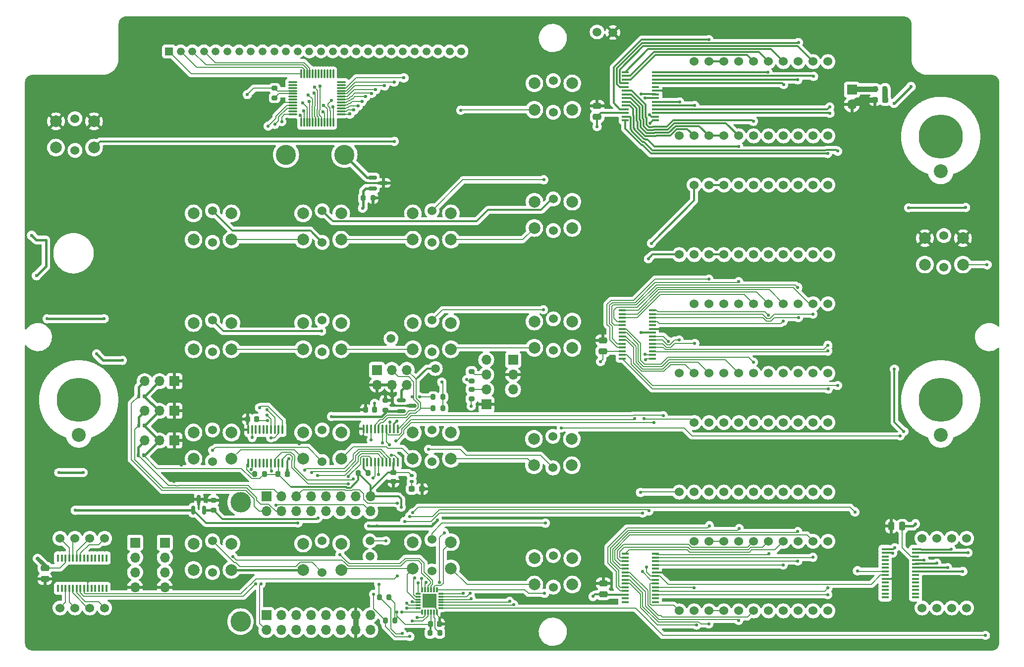
<source format=gbr>
%TF.GenerationSoftware,KiCad,Pcbnew,7.0.1*%
%TF.CreationDate,2023-04-07T15:00:32-06:00*%
%TF.ProjectId,UFC_Main,5546435f-4d61-4696-9e2e-6b696361645f,rev?*%
%TF.SameCoordinates,Original*%
%TF.FileFunction,Copper,L2,Bot*%
%TF.FilePolarity,Positive*%
%FSLAX46Y46*%
G04 Gerber Fmt 4.6, Leading zero omitted, Abs format (unit mm)*
G04 Created by KiCad (PCBNEW 7.0.1) date 2023-04-07 15:00:32*
%MOMM*%
%LPD*%
G01*
G04 APERTURE LIST*
G04 Aperture macros list*
%AMRoundRect*
0 Rectangle with rounded corners*
0 $1 Rounding radius*
0 $2 $3 $4 $5 $6 $7 $8 $9 X,Y pos of 4 corners*
0 Add a 4 corners polygon primitive as box body*
4,1,4,$2,$3,$4,$5,$6,$7,$8,$9,$2,$3,0*
0 Add four circle primitives for the rounded corners*
1,1,$1+$1,$2,$3*
1,1,$1+$1,$4,$5*
1,1,$1+$1,$6,$7*
1,1,$1+$1,$8,$9*
0 Add four rect primitives between the rounded corners*
20,1,$1+$1,$2,$3,$4,$5,0*
20,1,$1+$1,$4,$5,$6,$7,0*
20,1,$1+$1,$6,$7,$8,$9,0*
20,1,$1+$1,$8,$9,$2,$3,0*%
G04 Aperture macros list end*
%TA.AperFunction,ComponentPad*%
%ADD10C,2.000000*%
%TD*%
%TA.AperFunction,ComponentPad*%
%ADD11C,1.524000*%
%TD*%
%TA.AperFunction,WasherPad*%
%ADD12C,7.540752*%
%TD*%
%TA.AperFunction,WasherPad*%
%ADD13C,2.381250*%
%TD*%
%TA.AperFunction,ComponentPad*%
%ADD14C,1.500000*%
%TD*%
%TA.AperFunction,ComponentPad*%
%ADD15C,3.435000*%
%TD*%
%TA.AperFunction,ComponentPad*%
%ADD16R,1.337000X1.337000*%
%TD*%
%TA.AperFunction,ComponentPad*%
%ADD17C,1.337000*%
%TD*%
%TA.AperFunction,SMDPad,CuDef*%
%ADD18RoundRect,0.250000X-0.475000X0.250000X-0.475000X-0.250000X0.475000X-0.250000X0.475000X0.250000X0*%
%TD*%
%TA.AperFunction,SMDPad,CuDef*%
%ADD19RoundRect,0.225000X0.225000X0.250000X-0.225000X0.250000X-0.225000X-0.250000X0.225000X-0.250000X0*%
%TD*%
%TA.AperFunction,SMDPad,CuDef*%
%ADD20RoundRect,0.140000X-0.140000X-0.170000X0.140000X-0.170000X0.140000X0.170000X-0.140000X0.170000X0*%
%TD*%
%TA.AperFunction,SMDPad,CuDef*%
%ADD21RoundRect,0.225000X-0.225000X-0.250000X0.225000X-0.250000X0.225000X0.250000X-0.225000X0.250000X0*%
%TD*%
%TA.AperFunction,SMDPad,CuDef*%
%ADD22RoundRect,0.225000X0.250000X-0.225000X0.250000X0.225000X-0.250000X0.225000X-0.250000X-0.225000X0*%
%TD*%
%TA.AperFunction,ComponentPad*%
%ADD23R,1.700000X1.700000*%
%TD*%
%TA.AperFunction,ComponentPad*%
%ADD24O,1.700000X1.700000*%
%TD*%
%TA.AperFunction,SMDPad,CuDef*%
%ADD25RoundRect,0.200000X-0.275000X0.200000X-0.275000X-0.200000X0.275000X-0.200000X0.275000X0.200000X0*%
%TD*%
%TA.AperFunction,SMDPad,CuDef*%
%ADD26RoundRect,0.200000X0.200000X0.275000X-0.200000X0.275000X-0.200000X-0.275000X0.200000X-0.275000X0*%
%TD*%
%TA.AperFunction,SMDPad,CuDef*%
%ADD27RoundRect,0.200000X-0.200000X-0.275000X0.200000X-0.275000X0.200000X0.275000X-0.200000X0.275000X0*%
%TD*%
%TA.AperFunction,SMDPad,CuDef*%
%ADD28RoundRect,0.200000X0.275000X-0.200000X0.275000X0.200000X-0.275000X0.200000X-0.275000X-0.200000X0*%
%TD*%
%TA.AperFunction,SMDPad,CuDef*%
%ADD29RoundRect,0.075000X-0.662500X-0.075000X0.662500X-0.075000X0.662500X0.075000X-0.662500X0.075000X0*%
%TD*%
%TA.AperFunction,SMDPad,CuDef*%
%ADD30RoundRect,0.075000X-0.075000X-0.662500X0.075000X-0.662500X0.075000X0.662500X-0.075000X0.662500X0*%
%TD*%
%TA.AperFunction,SMDPad,CuDef*%
%ADD31R,1.200000X0.400000*%
%TD*%
%TA.AperFunction,SMDPad,CuDef*%
%ADD32RoundRect,0.100000X0.100000X-0.637500X0.100000X0.637500X-0.100000X0.637500X-0.100000X-0.637500X0*%
%TD*%
%TA.AperFunction,SMDPad,CuDef*%
%ADD33RoundRect,0.250000X-0.250000X-0.475000X0.250000X-0.475000X0.250000X0.475000X-0.250000X0.475000X0*%
%TD*%
%TA.AperFunction,ComponentPad*%
%ADD34C,3.500000*%
%TD*%
%TA.AperFunction,SMDPad,CuDef*%
%ADD35RoundRect,0.150000X0.150000X-0.587500X0.150000X0.587500X-0.150000X0.587500X-0.150000X-0.587500X0*%
%TD*%
%TA.AperFunction,SMDPad,CuDef*%
%ADD36RoundRect,0.150000X-0.587500X-0.150000X0.587500X-0.150000X0.587500X0.150000X-0.587500X0.150000X0*%
%TD*%
%TA.AperFunction,SMDPad,CuDef*%
%ADD37RoundRect,0.237500X0.287500X0.237500X-0.287500X0.237500X-0.287500X-0.237500X0.287500X-0.237500X0*%
%TD*%
%TA.AperFunction,SMDPad,CuDef*%
%ADD38RoundRect,0.075000X-0.362500X-0.075000X0.362500X-0.075000X0.362500X0.075000X-0.362500X0.075000X0*%
%TD*%
%TA.AperFunction,SMDPad,CuDef*%
%ADD39RoundRect,0.075000X-0.075000X-0.362500X0.075000X-0.362500X0.075000X0.362500X-0.075000X0.362500X0*%
%TD*%
%TA.AperFunction,SMDPad,CuDef*%
%ADD40R,2.450000X2.450000*%
%TD*%
%TA.AperFunction,SMDPad,CuDef*%
%ADD41RoundRect,0.237500X-0.287500X-0.237500X0.287500X-0.237500X0.287500X0.237500X-0.287500X0.237500X0*%
%TD*%
%TA.AperFunction,SMDPad,CuDef*%
%ADD42RoundRect,0.135000X-0.185000X0.135000X-0.185000X-0.135000X0.185000X-0.135000X0.185000X0.135000X0*%
%TD*%
%TA.AperFunction,SMDPad,CuDef*%
%ADD43R,0.400000X1.200000*%
%TD*%
%TA.AperFunction,SMDPad,CuDef*%
%ADD44RoundRect,0.250000X0.475000X-0.250000X0.475000X0.250000X-0.475000X0.250000X-0.475000X-0.250000X0*%
%TD*%
%TA.AperFunction,ViaPad*%
%ADD45C,0.600000*%
%TD*%
%TA.AperFunction,ViaPad*%
%ADD46C,0.550000*%
%TD*%
%TA.AperFunction,Conductor*%
%ADD47C,0.457200*%
%TD*%
%TA.AperFunction,Conductor*%
%ADD48C,0.203200*%
%TD*%
%TA.AperFunction,Conductor*%
%ADD49C,0.304800*%
%TD*%
%TA.AperFunction,Conductor*%
%ADD50C,0.914400*%
%TD*%
%TA.AperFunction,Conductor*%
%ADD51C,0.635000*%
%TD*%
%TA.AperFunction,Conductor*%
%ADD52C,0.305000*%
%TD*%
G04 APERTURE END LIST*
D10*
%TO.P,SW1,1,1*%
%TO.N,/ROW1*%
X29534560Y71059200D03*
X36034560Y71059200D03*
%TO.P,SW1,2,2*%
%TO.N,/COL0*%
X29534560Y75559200D03*
X36034560Y75559200D03*
D11*
%TO.P,SW1,5,K*%
%TO.N,+5V*%
X32784560Y70609200D03*
%TO.P,SW1,6,6*%
%TO.N,/1-*%
X32784560Y76009200D03*
%TD*%
D10*
%TO.P,SW2,1,1*%
%TO.N,/ROW1*%
X48284560Y71059200D03*
X54784560Y71059200D03*
%TO.P,SW2,2,2*%
%TO.N,/COL1*%
X48284560Y75559200D03*
X54784560Y75559200D03*
D11*
%TO.P,SW2,5,K*%
%TO.N,/1-*%
X51534560Y70609200D03*
%TO.P,SW2,6,6*%
%TO.N,/0-*%
X51534560Y76009200D03*
%TD*%
D10*
%TO.P,SW3,1,1*%
%TO.N,/ROW1*%
X67034560Y71059200D03*
X73534560Y71059200D03*
%TO.P,SW3,2,2*%
%TO.N,/COL2*%
X67034560Y75559200D03*
X73534560Y75559200D03*
D11*
%TO.P,SW3,5,K*%
%TO.N,+5V*%
X70284560Y70609200D03*
%TO.P,SW3,6,6*%
%TO.N,/3-*%
X70284560Y76009200D03*
%TD*%
D10*
%TO.P,SW4,1,1*%
%TO.N,/ROW1*%
X87784560Y73059200D03*
X94284560Y73059200D03*
%TO.P,SW4,2,2*%
%TO.N,/COL3*%
X87784560Y77559200D03*
X94284560Y77559200D03*
D11*
%TO.P,SW4,5,K*%
%TO.N,/3-*%
X91034560Y72609200D03*
%TO.P,SW4,6,6*%
%TO.N,/0-*%
X91034560Y78009200D03*
%TD*%
D10*
%TO.P,SW5,1,1*%
%TO.N,/ROW2*%
X29534560Y52309200D03*
X36034560Y52309200D03*
%TO.P,SW5,2,2*%
%TO.N,/COL0*%
X29534560Y56809200D03*
X36034560Y56809200D03*
D11*
%TO.P,SW5,5,K*%
%TO.N,+5V*%
X32784560Y51859200D03*
%TO.P,SW5,6,6*%
%TO.N,/4-*%
X32784560Y57259200D03*
%TD*%
D10*
%TO.P,SW6,1,1*%
%TO.N,/ROW2*%
X48284560Y52309200D03*
X54784560Y52309200D03*
%TO.P,SW6,2,2*%
%TO.N,/COL1*%
X48284560Y56809200D03*
X54784560Y56809200D03*
D11*
%TO.P,SW6,5,K*%
%TO.N,/4-*%
X51534560Y51859200D03*
%TO.P,SW6,6,6*%
%TO.N,/0-*%
X51534560Y57259200D03*
%TD*%
D10*
%TO.P,SW7,1,1*%
%TO.N,/ROW2*%
X67034560Y52309200D03*
X73534560Y52309200D03*
%TO.P,SW7,2,2*%
%TO.N,/COL2*%
X67034560Y56809200D03*
X73534560Y56809200D03*
D11*
%TO.P,SW7,5,K*%
%TO.N,+5V*%
X70284560Y51859200D03*
%TO.P,SW7,6,6*%
%TO.N,/6-*%
X70284560Y57259200D03*
%TD*%
D10*
%TO.P,SW8,1,1*%
%TO.N,/ROW2*%
X87784560Y52559200D03*
X94284560Y52559200D03*
%TO.P,SW8,2,2*%
%TO.N,/COL3*%
X87784560Y57059200D03*
X94284560Y57059200D03*
D11*
%TO.P,SW8,5,K*%
%TO.N,/6-*%
X91034560Y52109200D03*
%TO.P,SW8,6,6*%
%TO.N,/0-*%
X91034560Y57509200D03*
%TD*%
D10*
%TO.P,SW9,1,1*%
%TO.N,/ROW3*%
X29534560Y33559200D03*
X36034560Y33559200D03*
%TO.P,SW9,2,2*%
%TO.N,/COL0*%
X29534560Y38059200D03*
X36034560Y38059200D03*
D11*
%TO.P,SW9,5,K*%
%TO.N,+5V*%
X32784560Y33109200D03*
%TO.P,SW9,6,6*%
%TO.N,/7-*%
X32784560Y38509200D03*
%TD*%
D10*
%TO.P,SW10,1,1*%
%TO.N,/ROW3*%
X48284560Y33559200D03*
X54784560Y33559200D03*
%TO.P,SW10,2,2*%
%TO.N,/COL1*%
X48284560Y38059200D03*
X54784560Y38059200D03*
D11*
%TO.P,SW10,5,K*%
%TO.N,/7-*%
X51534560Y33109200D03*
%TO.P,SW10,6,6*%
%TO.N,/0-*%
X51534560Y38509200D03*
%TD*%
D10*
%TO.P,SW11,1,1*%
%TO.N,/ROW3*%
X67034560Y33559200D03*
X73534560Y33559200D03*
%TO.P,SW11,2,2*%
%TO.N,/COL2*%
X67034560Y38059200D03*
X73534560Y38059200D03*
D11*
%TO.P,SW11,5,K*%
%TO.N,+5V*%
X70284560Y33109200D03*
%TO.P,SW11,6,6*%
%TO.N,/9-*%
X70284560Y38509200D03*
%TD*%
D10*
%TO.P,SW13,1,1*%
%TO.N,/ROW4*%
X29534560Y14559200D03*
X36034560Y14559200D03*
%TO.P,SW13,2,2*%
%TO.N,/COL0*%
X29534560Y19059200D03*
X36034560Y19059200D03*
D11*
%TO.P,SW13,5,K*%
%TO.N,+5V*%
X32784560Y14109200D03*
%TO.P,SW13,6,6*%
%TO.N,/0+*%
X32784560Y19509200D03*
%TD*%
D10*
%TO.P,SW14,1,1*%
%TO.N,/ROW4*%
X48284560Y14559200D03*
X54784560Y14559200D03*
%TO.P,SW14,2,2*%
%TO.N,/COL1*%
X48284560Y19059200D03*
X54784560Y19059200D03*
D11*
%TO.P,SW14,5,K*%
%TO.N,/0+*%
X51534560Y14109200D03*
%TO.P,SW14,6,6*%
%TO.N,/0-*%
X51534560Y19509200D03*
%TD*%
D10*
%TO.P,SW15,1,1*%
%TO.N,/ROW4*%
X67034560Y14809200D03*
X73534560Y14809200D03*
%TO.P,SW15,2,2*%
%TO.N,/COL2*%
X67034560Y19309200D03*
X73534560Y19309200D03*
D11*
%TO.P,SW15,5,K*%
%TO.N,+5V*%
X70284560Y14359200D03*
%TO.P,SW15,6,6*%
%TO.N,/CLR-*%
X70284560Y19759200D03*
%TD*%
D10*
%TO.P,SW16,1,1*%
%TO.N,/ROW4*%
X87784560Y12059200D03*
X94284560Y12059200D03*
%TO.P,SW16,2,2*%
%TO.N,/COL3*%
X87784560Y16559200D03*
X94284560Y16559200D03*
D11*
%TO.P,SW16,5,K*%
%TO.N,/CLR-*%
X91034560Y11609200D03*
%TO.P,SW16,6,6*%
%TO.N,/0-*%
X91034560Y17009200D03*
%TD*%
D10*
%TO.P,SW17,1,1*%
%TO.N,/ROW0*%
X87784560Y93309200D03*
X94284560Y93309200D03*
%TO.P,SW17,2,2*%
%TO.N,/COL3*%
X87784560Y97809200D03*
X94284560Y97809200D03*
D11*
%TO.P,SW17,5,K*%
%TO.N,/OP1+*%
X91034560Y92859200D03*
%TO.P,SW17,6,6*%
%TO.N,/0-*%
X91034560Y98259200D03*
%TD*%
D10*
%TO.P,SW18,1,1*%
%TO.N,/SW13*%
X6034560Y86809200D03*
X12534560Y86809200D03*
%TO.P,SW18,2,2*%
%TO.N,GND*%
X6034560Y91309200D03*
X12534560Y91309200D03*
D11*
%TO.P,SW18,5,K*%
%TO.N,+5V*%
X9284560Y86359200D03*
%TO.P,SW18,6,6*%
%TO.N,/IP-*%
X9284560Y91759200D03*
%TD*%
D10*
%TO.P,SW19,1,1*%
%TO.N,/SW19*%
X154534560Y66809200D03*
X161034560Y66809200D03*
%TO.P,SW19,2,2*%
%TO.N,GND*%
X154534560Y71309200D03*
X161034560Y71309200D03*
D11*
%TO.P,SW19,5,K*%
%TO.N,+5V*%
X157784560Y66359200D03*
%TO.P,SW19,6,6*%
%TO.N,/EM-*%
X157784560Y71759200D03*
%TD*%
D10*
%TO.P,SW12,1,1*%
%TO.N,/ROW3*%
X87716560Y32469200D03*
X94216560Y32469200D03*
%TO.P,SW12,2,2*%
%TO.N,/COL3*%
X87716560Y36969200D03*
X94216560Y36969200D03*
D11*
%TO.P,SW12,5,K*%
%TO.N,/9-*%
X90966560Y32019200D03*
%TO.P,SW12,6,6*%
%TO.N,/0-*%
X90966560Y37419200D03*
%TD*%
D12*
%TO.P,POT1,*%
%TO.N,*%
X9919560Y43657200D03*
D13*
X9919560Y37657200D03*
%TD*%
D12*
%TO.P,POT3,*%
%TO.N,*%
X157239560Y88741200D03*
D13*
X157239560Y82741200D03*
%TD*%
D12*
%TO.P,POT2,*%
%TO.N,*%
X157239560Y43657200D03*
D13*
X157239560Y37657200D03*
%TD*%
D14*
%TO.P,TP1,1,1*%
%TO.N,+5V*%
X98513200Y106605200D03*
%TD*%
%TO.P,TP2,1,1*%
%TO.N,GND*%
X101213200Y106520700D03*
%TD*%
D11*
%TO.P,DS7,1*%
%TO.N,/C1_SEG4*%
X6725560Y8051200D03*
%TO.P,DS7,2*%
%TO.N,/C1_SEG3*%
X9265560Y8051200D03*
%TO.P,DS7,3*%
%TO.N,/C1_SEG2*%
X11805560Y8051200D03*
%TO.P,DS7,4*%
%TO.N,/C1_SEG1*%
X14345560Y8051200D03*
%TO.P,DS7,5*%
%TO.N,/C1_GRID4*%
X14345560Y19951200D03*
%TO.P,DS7,6*%
%TO.N,/C1_GRID3*%
X11805560Y19951200D03*
%TO.P,DS7,7*%
%TO.N,/C1_GRID2*%
X9265560Y19951200D03*
%TO.P,DS7,8*%
%TO.N,/C1_GRID1*%
X6725560Y19951200D03*
%TD*%
%TO.P,DS8,1*%
%TO.N,/C_SEG5*%
X154045560Y8051200D03*
%TO.P,DS8,2*%
%TO.N,/C_SEG6*%
X156585560Y8051200D03*
%TO.P,DS8,3*%
%TO.N,/C_SEG7*%
X159125560Y8051200D03*
%TO.P,DS8,4*%
%TO.N,/C_SEG8*%
X161665560Y8051200D03*
%TO.P,DS8,5*%
%TO.N,/C_GRID4*%
X161665560Y19951200D03*
%TO.P,DS8,6*%
%TO.N,/C_GRID3*%
X159125560Y19951200D03*
%TO.P,DS8,7*%
%TO.N,/C_GRID2*%
X156585560Y19951200D03*
%TO.P,DS8,8*%
%TO.N,/C_GRID1*%
X154045560Y19951200D03*
%TD*%
%TO.P,DS2,1,DIG1*%
%TO.N,/OP1D1*%
X112562560Y88831200D03*
%TO.P,DS2,2,D*%
%TO.N,/1D*%
X115102560Y88831200D03*
%TO.P,DS2,3,E*%
%TO.N,/1EF*%
X117642560Y88831200D03*
%TO.P,DS2,4,F*%
X120182560Y88831200D03*
%TO.P,DS2,5,G*%
%TO.N,/1G*%
X122722560Y88831200D03*
%TO.P,DS2,6,H*%
%TO.N,/1H*%
X125262560Y88831200D03*
%TO.P,DS2,7,P*%
%TO.N,/1P*%
X127802560Y88831200D03*
%TO.P,DS2,8,C5/D5*%
%TO.N,/1DP*%
X130342560Y88831200D03*
%TO.P,DS2,9,N*%
%TO.N,/1N*%
X132882560Y88831200D03*
%TO.P,DS2,10,O*%
%TO.N,/1O*%
X135422560Y88831200D03*
%TO.P,DS2,11,DIG4*%
%TO.N,/OP1D4*%
X137962560Y88831200D03*
%TO.P,DS2,12,DIG3*%
%TO.N,/OP1D3*%
X137962560Y101531200D03*
%TO.P,DS2,13,I*%
%TO.N,/1I*%
X135422560Y101531200D03*
%TO.P,DS2,14,J*%
%TO.N,/1J*%
X132882560Y101531200D03*
%TO.P,DS2,15,K*%
%TO.N,/1K*%
X130342560Y101531200D03*
%TO.P,DS2,16,L*%
%TO.N,/1L*%
X127802560Y101531200D03*
%TO.P,DS2,17,M*%
%TO.N,/1M*%
X125262560Y101531200D03*
%TO.P,DS2,18,C*%
%TO.N,/1C*%
X122722560Y101531200D03*
%TO.P,DS2,19,B*%
%TO.N,/1AB*%
X120182560Y101531200D03*
%TO.P,DS2,20,A*%
X117642560Y101531200D03*
%TO.P,DS2,21,DIG2*%
%TO.N,/OP1D2*%
X115102560Y101531200D03*
%TD*%
%TO.P,DS3,1,DIG1*%
%TO.N,/OP2D1*%
X112562560Y68511200D03*
%TO.P,DS3,2,D*%
%TO.N,/1D*%
X115102560Y68511200D03*
%TO.P,DS3,3,E*%
%TO.N,/1EF*%
X117642560Y68511200D03*
%TO.P,DS3,4,F*%
X120182560Y68511200D03*
%TO.P,DS3,5,G*%
%TO.N,/1G*%
X122722560Y68511200D03*
%TO.P,DS3,6,H*%
%TO.N,/1H*%
X125262560Y68511200D03*
%TO.P,DS3,7,P*%
%TO.N,/1P*%
X127802560Y68511200D03*
%TO.P,DS3,8,C5/D5*%
%TO.N,/1DP*%
X130342560Y68511200D03*
%TO.P,DS3,9,N*%
%TO.N,/1N*%
X132882560Y68511200D03*
%TO.P,DS3,10,O*%
%TO.N,/1O*%
X135422560Y68511200D03*
%TO.P,DS3,11,DIG4*%
%TO.N,/OP2D4*%
X137962560Y68511200D03*
%TO.P,DS3,12,DIG3*%
%TO.N,/OP2D3*%
X137962560Y80411200D03*
%TO.P,DS3,13,I*%
%TO.N,/1I*%
X135422560Y80411200D03*
%TO.P,DS3,14,J*%
%TO.N,/1J*%
X132882560Y80411200D03*
%TO.P,DS3,15,K*%
%TO.N,/1K*%
X130342560Y80411200D03*
%TO.P,DS3,16,L*%
%TO.N,/1L*%
X127802560Y80411200D03*
%TO.P,DS3,17,M*%
%TO.N,/1M*%
X125262560Y80411200D03*
%TO.P,DS3,18,C*%
%TO.N,/1C*%
X122722560Y80411200D03*
%TO.P,DS3,19,B*%
%TO.N,/1AB*%
X120182560Y80411200D03*
%TO.P,DS3,20,A*%
X117642560Y80411200D03*
%TO.P,DS3,21,DIG2*%
%TO.N,/OP2D2*%
X115102560Y80411200D03*
%TD*%
%TO.P,DS4,1,DIG1*%
%TO.N,/OP3D1*%
X112562560Y48191200D03*
%TO.P,DS4,2,D*%
%TO.N,/2D*%
X115102560Y48191200D03*
%TO.P,DS4,3,E*%
%TO.N,/2EF*%
X117642560Y48191200D03*
%TO.P,DS4,4,F*%
X120182560Y48191200D03*
%TO.P,DS4,5,G*%
%TO.N,/2G*%
X122722560Y48191200D03*
%TO.P,DS4,6,H*%
%TO.N,/2H*%
X125262560Y48191200D03*
%TO.P,DS4,7,P*%
%TO.N,/2P*%
X127802560Y48191200D03*
%TO.P,DS4,8,C5/D5*%
%TO.N,/2DP*%
X130342560Y48191200D03*
%TO.P,DS4,9,N*%
%TO.N,/2N*%
X132882560Y48191200D03*
%TO.P,DS4,10,O*%
%TO.N,/2O*%
X135422560Y48191200D03*
%TO.P,DS4,11,DIG4*%
%TO.N,/OP3D4*%
X137962560Y48191200D03*
%TO.P,DS4,12,DIG3*%
%TO.N,/OP3D3*%
X137962560Y60091200D03*
%TO.P,DS4,13,I*%
%TO.N,/2I*%
X135422560Y60091200D03*
%TO.P,DS4,14,J*%
%TO.N,/2J*%
X132882560Y60091200D03*
%TO.P,DS4,15,K*%
%TO.N,/2K*%
X130342560Y60091200D03*
%TO.P,DS4,16,L*%
%TO.N,/2L*%
X127802560Y60091200D03*
%TO.P,DS4,17,M*%
%TO.N,/2M*%
X125262560Y60091200D03*
%TO.P,DS4,18,C*%
%TO.N,/2C*%
X122722560Y60091200D03*
%TO.P,DS4,19,B*%
%TO.N,/2AB*%
X120182560Y60091200D03*
%TO.P,DS4,20,A*%
X117642560Y60091200D03*
%TO.P,DS4,21,DIG2*%
%TO.N,/OP3D2*%
X115102560Y60091200D03*
%TD*%
%TO.P,DS5,1,DIG1*%
%TO.N,/OP4D1*%
X112562560Y27871200D03*
%TO.P,DS5,2,D*%
%TO.N,/2D*%
X115102560Y27871200D03*
%TO.P,DS5,3,E*%
%TO.N,/2EF*%
X117642560Y27871200D03*
%TO.P,DS5,4,F*%
X120182560Y27871200D03*
%TO.P,DS5,5,G*%
%TO.N,/2G*%
X122722560Y27871200D03*
%TO.P,DS5,6,H*%
%TO.N,/2H*%
X125262560Y27871200D03*
%TO.P,DS5,7,P*%
%TO.N,/2P*%
X127802560Y27871200D03*
%TO.P,DS5,8,C5/D5*%
%TO.N,/2DP*%
X130342560Y27871200D03*
%TO.P,DS5,9,N*%
%TO.N,/2N*%
X132882560Y27871200D03*
%TO.P,DS5,10,O*%
%TO.N,/2O*%
X135422560Y27871200D03*
%TO.P,DS5,11,DIG4*%
%TO.N,/OP4D4*%
X137962560Y27871200D03*
%TO.P,DS5,12,DIG3*%
%TO.N,/OP4D3*%
X137962560Y39771200D03*
%TO.P,DS5,13,I*%
%TO.N,/2I*%
X135422560Y39771200D03*
%TO.P,DS5,14,J*%
%TO.N,/2J*%
X132882560Y39771200D03*
%TO.P,DS5,15,K*%
%TO.N,/2K*%
X130342560Y39771200D03*
%TO.P,DS5,16,L*%
%TO.N,/2L*%
X127802560Y39771200D03*
%TO.P,DS5,17,M*%
%TO.N,/2M*%
X125262560Y39771200D03*
%TO.P,DS5,18,C*%
%TO.N,/2C*%
X122722560Y39771200D03*
%TO.P,DS5,19,B*%
%TO.N,/2AB*%
X120182560Y39771200D03*
%TO.P,DS5,20,A*%
X117642560Y39771200D03*
%TO.P,DS5,21,DIG2*%
%TO.N,/OP4D2*%
X115102560Y39771200D03*
%TD*%
%TO.P,DS6,1,DIG1*%
%TO.N,/OP5D1*%
X112562560Y7551200D03*
%TO.P,DS6,2,D*%
%TO.N,/3D*%
X115102560Y7551200D03*
%TO.P,DS6,3,E*%
%TO.N,/3EF*%
X117642560Y7551200D03*
%TO.P,DS6,4,F*%
X120182560Y7551200D03*
%TO.P,DS6,5,G*%
%TO.N,/3G*%
X122722560Y7551200D03*
%TO.P,DS6,6,H*%
%TO.N,/3H*%
X125262560Y7551200D03*
%TO.P,DS6,7,P*%
%TO.N,/3P*%
X127802560Y7551200D03*
%TO.P,DS6,8,C5/D5*%
%TO.N,/3DP*%
X130342560Y7551200D03*
%TO.P,DS6,9,N*%
%TO.N,/3N*%
X132882560Y7551200D03*
%TO.P,DS6,10,O*%
%TO.N,/3O*%
X135422560Y7551200D03*
%TO.P,DS6,11,DIG4*%
%TO.N,/OP5D4*%
X137962560Y7551200D03*
%TO.P,DS6,12,DIG3*%
%TO.N,/OP5D3*%
X137962560Y19451200D03*
%TO.P,DS6,13,I*%
%TO.N,/3I*%
X135422560Y19451200D03*
%TO.P,DS6,14,J*%
%TO.N,/3J*%
X132882560Y19451200D03*
%TO.P,DS6,15,K*%
%TO.N,/3K*%
X130342560Y19451200D03*
%TO.P,DS6,16,L*%
%TO.N,/3L*%
X127802560Y19451200D03*
%TO.P,DS6,17,M*%
%TO.N,/3M*%
X125262560Y19451200D03*
%TO.P,DS6,18,C*%
%TO.N,/3C*%
X122722560Y19451200D03*
%TO.P,DS6,19,B*%
%TO.N,/3AB*%
X120182560Y19451200D03*
%TO.P,DS6,20,A*%
X117642560Y19451200D03*
%TO.P,DS6,21,DIG2*%
%TO.N,/OP5D2*%
X115102560Y19451200D03*
%TD*%
D15*
%TO.P,BL1,1,K*%
%TO.N,+5V*%
X45338560Y85578200D03*
%TO.P,BL1,2,A*%
%TO.N,/~{SCR_BL}*%
X55338560Y85578200D03*
%TD*%
D16*
%TO.P,DS1,1,COM1*%
%TO.N,/COM0*%
X25336560Y103282200D03*
D17*
%TO.P,DS1,2,COM2*%
%TO.N,/COM1*%
X27336560Y103282200D03*
%TO.P,DS1,3,COM3*%
%TO.N,/COM2*%
X29336560Y103282200D03*
%TO.P,DS1,4,COM4*%
%TO.N,/COM3*%
X31336560Y103282200D03*
%TO.P,DS1,5,9D1/9E/9F/9A1*%
%TO.N,/SEG0*%
X33336560Y103282200D03*
%TO.P,DS1,6,9K/9G1/9H/9I*%
%TO.N,/SEG1*%
X35336560Y103282200D03*
%TO.P,DS1,7,9L/9M/9G2/9J*%
%TO.N,/SEG2*%
X37336560Y103282200D03*
%TO.P,DS1,8,9D2/9C/9B/9A2*%
%TO.N,/SEG3*%
X39336560Y103282200D03*
%TO.P,DS1,9,8D1/8E/8F/8A1*%
%TO.N,/SEG4*%
X41336560Y103282200D03*
%TO.P,DS1,10,8K/8G1/8H/8I*%
%TO.N,/SEG5*%
X43336560Y103282200D03*
%TO.P,DS1,11,8L/8M/8G2/8J*%
%TO.N,/SEG6*%
X45336560Y103282200D03*
%TO.P,DS1,12,8D2/8C/8B/8A2*%
%TO.N,/SEG7*%
X47336560Y103282200D03*
%TO.P,DS1,13,7E/7F/7A*%
%TO.N,/SEG8*%
X49336560Y103282200D03*
%TO.P,DS1,14,7D/7C/7G/7B*%
%TO.N,/SEG9*%
X51336560Y103282200D03*
%TO.P,DS1,15,6E/6F/6A*%
%TO.N,/SEG10*%
X53336560Y103282200D03*
%TO.P,DS1,16,6D/6C/6G/6B*%
%TO.N,/SEG11*%
X55336560Y103282200D03*
%TO.P,DS1,17,5E/5F/5A*%
%TO.N,/SEG12*%
X57336560Y103282200D03*
%TO.P,DS1,18,5D/5C/5G/5B*%
%TO.N,/SEG13*%
X59336560Y103282200D03*
%TO.P,DS1,19,4E/4F/4A*%
%TO.N,/SEG14*%
X61336560Y103282200D03*
%TO.P,DS1,20,4D/4C/4G/4B*%
%TO.N,/SEG15*%
X63336560Y103282200D03*
%TO.P,DS1,21,3E/3F/3A*%
%TO.N,/SEG16*%
X65336560Y103282200D03*
%TO.P,DS1,22,3D/3C/3G/3B*%
%TO.N,/SEG17*%
X67336560Y103282200D03*
%TO.P,DS1,23,2E/2F/2A*%
%TO.N,/SEG18*%
X69336560Y103282200D03*
%TO.P,DS1,24,2D/2C/2G/2B*%
%TO.N,/SEG19*%
X71336560Y103282200D03*
%TO.P,DS1,25,1E/1F/1A*%
%TO.N,/SEG20*%
X73336560Y103282200D03*
%TO.P,DS1,26,1D/1C/1G/1B*%
%TO.N,/SEG21*%
X75336560Y103282200D03*
%TD*%
D18*
%TO.P,C1,1*%
%TO.N,GND*%
X98513200Y93955200D03*
%TO.P,C1,2*%
%TO.N,+5V*%
X98513200Y92055200D03*
%TD*%
%TO.P,C2,1*%
%TO.N,GND*%
X99494560Y53848200D03*
%TO.P,C2,2*%
%TO.N,+5V*%
X99494560Y51948200D03*
%TD*%
%TO.P,C3,1*%
%TO.N,GND*%
X99585560Y12263200D03*
%TO.P,C3,2*%
%TO.N,+5V*%
X99585560Y10363200D03*
%TD*%
D19*
%TO.P,C7,1*%
%TO.N,GND*%
X71563200Y5305200D03*
%TO.P,C7,2*%
%TO.N,+3V3*%
X70013200Y5305200D03*
%TD*%
D20*
%TO.P,C8,1*%
%TO.N,ANALOG3@3.3V*%
X20073200Y34145200D03*
%TO.P,C8,2*%
%TO.N,+3V3*%
X21033200Y34145200D03*
%TD*%
D19*
%TO.P,C9,1*%
%TO.N,GND*%
X45538200Y30945200D03*
%TO.P,C9,2*%
%TO.N,+3V3*%
X43988200Y30945200D03*
%TD*%
D21*
%TO.P,C10,1*%
%TO.N,GND*%
X38798200Y40335200D03*
%TO.P,C10,2*%
%TO.N,+5V*%
X40348200Y40335200D03*
%TD*%
D22*
%TO.P,C11,1*%
%TO.N,GND*%
X63713200Y29655200D03*
%TO.P,C11,2*%
%TO.N,+3V3*%
X63713200Y31205200D03*
%TD*%
D21*
%TO.P,C12,1*%
%TO.N,GND*%
X58958200Y41945200D03*
%TO.P,C12,2*%
%TO.N,+5V*%
X60508200Y41945200D03*
%TD*%
D23*
%TO.P,J1,1,Pin_1*%
%TO.N,+5V*%
X142062560Y96723200D03*
D24*
%TO.P,J1,2,Pin_2*%
%TO.N,GND*%
X142062560Y94183200D03*
%TD*%
D23*
%TO.P,J2,1,Pin_1*%
%TO.N,ENC1+*%
X19553200Y19215200D03*
D24*
%TO.P,J2,2,Pin_2*%
%TO.N,ENC1-*%
X19553200Y16675200D03*
%TO.P,J2,3,Pin_3*%
%TO.N,ENC1PB*%
X19553200Y14135200D03*
%TO.P,J2,4,Pin_4*%
%TO.N,GND*%
X19553200Y11595200D03*
%TD*%
D23*
%TO.P,J3,1,Pin_1*%
%TO.N,GND*%
X26268200Y46845200D03*
D24*
%TO.P,J3,2,Pin_2*%
%TO.N,+3V3*%
X23728200Y46845200D03*
%TO.P,J3,3,Pin_3*%
%TO.N,ANALOG1@3.3V*%
X21188200Y46845200D03*
%TD*%
D23*
%TO.P,J4,1,Pin_1*%
%TO.N,GND*%
X26268200Y36685200D03*
D24*
%TO.P,J4,2,Pin_2*%
%TO.N,+3V3*%
X23728200Y36685200D03*
%TO.P,J4,3,Pin_3*%
%TO.N,ANALOG3@3.3V*%
X21188200Y36685200D03*
%TD*%
D23*
%TO.P,J5,1,Pin_1*%
%TO.N,+5V*%
X60888200Y48780200D03*
D24*
%TO.P,J5,2,Pin_2*%
%TO.N,GND*%
X60888200Y46240200D03*
%TO.P,J5,3,Pin_3*%
%TO.N,SDA*%
X63428200Y48780200D03*
%TO.P,J5,4,Pin_4*%
%TO.N,GND*%
X63428200Y46240200D03*
%TO.P,J5,5,Pin_5*%
%TO.N,SCL*%
X65968200Y48780200D03*
%TO.P,J5,6,Pin_6*%
%TO.N,/~{AP_LED}*%
X65968200Y46240200D03*
%TD*%
D23*
%TO.P,J6,1,Pin_1*%
%TO.N,GND*%
X79578200Y42875200D03*
D24*
%TO.P,J6,2,Pin_2*%
%TO.N,/GO_LED*%
X79578200Y45415200D03*
%TO.P,J6,3,Pin_3*%
%TO.N,/NOGO_LED*%
X79578200Y47955200D03*
%TO.P,J6,4,Pin_4*%
%TO.N,/BIT_SW*%
X79578200Y50495200D03*
%TD*%
D23*
%TO.P,J7,1,Pin_1*%
%TO.N,ENC2+*%
X24633200Y19215200D03*
D24*
%TO.P,J7,2,Pin_2*%
%TO.N,ENC2-*%
X24633200Y16675200D03*
%TO.P,J7,3,Pin_3*%
%TO.N,ENC2PB*%
X24633200Y14135200D03*
%TO.P,J7,4,Pin_4*%
%TO.N,GND*%
X24633200Y11595200D03*
%TD*%
D23*
%TO.P,J8,1,Pin_1*%
%TO.N,GND*%
X26268200Y41765200D03*
D24*
%TO.P,J8,2,Pin_2*%
%TO.N,+3V3*%
X23728200Y41765200D03*
%TO.P,J8,3,Pin_3*%
%TO.N,ANALOG2@3.3V*%
X21188200Y41765200D03*
%TD*%
D23*
%TO.P,J9,1,Pin_1*%
%TO.N,/ADF1*%
X84150200Y50495200D03*
D24*
%TO.P,J9,2,Pin_2*%
%TO.N,GND*%
X84150200Y47955200D03*
%TO.P,J9,3,Pin_3*%
%TO.N,/ADF2*%
X84150200Y45415200D03*
%TD*%
D25*
%TO.P,R1,1*%
%TO.N,GND*%
X32943200Y26440200D03*
%TO.P,R1,2*%
%TO.N,PNL_BL@3.3V*%
X32943200Y24790200D03*
%TD*%
D26*
%TO.P,R3,1*%
%TO.N,GND*%
X60210200Y78181200D03*
%TO.P,R3,2*%
%TO.N,SCR_BL@3.3V*%
X58560200Y78181200D03*
%TD*%
D27*
%TO.P,R4,1*%
%TO.N,+3V3*%
X69963200Y3765200D03*
%TO.P,R4,2*%
%TO.N,Net-(U10-RESET)*%
X71613200Y3765200D03*
%TD*%
D25*
%TO.P,R5,1*%
%TO.N,GND*%
X62313200Y43540200D03*
%TO.P,R5,2*%
%TO.N,AP_LED@3.3V*%
X62313200Y41890200D03*
%TD*%
D26*
%TO.P,R9,1*%
%TO.N,+3V3*%
X62938200Y9905200D03*
%TO.P,R9,2*%
%TO.N,SDA@3.3V*%
X61288200Y9905200D03*
%TD*%
D27*
%TO.P,R10,1*%
%TO.N,SCL@3.3V*%
X62308200Y5925200D03*
%TO.P,R10,2*%
%TO.N,+3V3*%
X63958200Y5925200D03*
%TD*%
D26*
%TO.P,R11,1*%
%TO.N,+5V*%
X72148200Y42240200D03*
%TO.P,R11,2*%
%TO.N,SCL*%
X70498200Y42240200D03*
%TD*%
D27*
%TO.P,R12,1*%
%TO.N,SDA*%
X70498200Y44145200D03*
%TO.P,R12,2*%
%TO.N,+5V*%
X72148200Y44145200D03*
%TD*%
%TO.P,R41,1*%
%TO.N,Net-(U9-OE)*%
X39999840Y30947200D03*
%TO.P,R41,2*%
%TO.N,+3V3*%
X41649840Y30947200D03*
%TD*%
D28*
%TO.P,R43,1*%
%TO.N,Net-(U10-COL5)*%
X77038200Y46866200D03*
%TO.P,R43,2*%
%TO.N,/NOGO_LED*%
X77038200Y48516200D03*
%TD*%
%TO.P,R44,1*%
%TO.N,Net-(U10-COL6)*%
X77038200Y43818200D03*
%TO.P,R44,2*%
%TO.N,/GO_LED*%
X77038200Y45468200D03*
%TD*%
D14*
%TO.P,TP3,1,1*%
%TO.N,SCL*%
X70863200Y49015200D03*
%TD*%
%TO.P,TP4,1,1*%
%TO.N,SDA*%
X63303200Y54135200D03*
%TD*%
D29*
%TO.P,U1,1,~{CS}*%
%TO.N,SCRCS*%
X46510060Y92531200D03*
%TO.P,U1,2,~{RD}*%
%TO.N,unconnected-(U1-~{RD}-Pad2)*%
X46510060Y93031200D03*
%TO.P,U1,3,~{WR}*%
%TO.N,SCRWR*%
X46510060Y93531200D03*
%TO.P,U1,4,DATA*%
%TO.N,SCRDATA*%
X46510060Y94031200D03*
%TO.P,U1,5,VSS*%
%TO.N,GND*%
X46510060Y94531200D03*
%TO.P,U1,6,OSCO*%
%TO.N,unconnected-(U1-OSCO-Pad6)*%
X46510060Y95031200D03*
%TO.P,U1,7,OSCI*%
%TO.N,unconnected-(U1-OSCI-Pad7)*%
X46510060Y95531200D03*
%TO.P,U1,8,VLCD*%
%TO.N,Net-(U1-VLCD)*%
X46510060Y96031200D03*
%TO.P,U1,9,VDD*%
%TO.N,+5V*%
X46510060Y96531200D03*
%TO.P,U1,10,~{IRQ}*%
%TO.N,unconnected-(U1-~{IRQ}-Pad10)*%
X46510060Y97031200D03*
%TO.P,U1,11,BZ*%
%TO.N,unconnected-(U1-BZ-Pad11)*%
X46510060Y97531200D03*
%TO.P,U1,12,~{BZ}*%
%TO.N,unconnected-(U1-~{BZ}-Pad12)*%
X46510060Y98031200D03*
D30*
%TO.P,U1,13,COM0*%
%TO.N,/COM0*%
X47922560Y99443700D03*
%TO.P,U1,14,COM1*%
%TO.N,/COM1*%
X48422560Y99443700D03*
%TO.P,U1,15,COM2*%
%TO.N,/COM2*%
X48922560Y99443700D03*
%TO.P,U1,16,COM3*%
%TO.N,/COM3*%
X49422560Y99443700D03*
%TO.P,U1,17,SEG31*%
%TO.N,unconnected-(U1-SEG31-Pad17)*%
X49922560Y99443700D03*
%TO.P,U1,18,SEG30*%
%TO.N,unconnected-(U1-SEG30-Pad18)*%
X50422560Y99443700D03*
%TO.P,U1,19,SEG29*%
%TO.N,unconnected-(U1-SEG29-Pad19)*%
X50922560Y99443700D03*
%TO.P,U1,20,SEG27*%
%TO.N,unconnected-(U1-SEG27-Pad20)*%
X51422560Y99443700D03*
%TO.P,U1,21,SEG28*%
%TO.N,unconnected-(U1-SEG28-Pad21)*%
X51922560Y99443700D03*
%TO.P,U1,22,SEG26*%
%TO.N,unconnected-(U1-SEG26-Pad22)*%
X52422560Y99443700D03*
%TO.P,U1,23,SEG25*%
%TO.N,unconnected-(U1-SEG25-Pad23)*%
X52922560Y99443700D03*
%TO.P,U1,24,SEG24*%
%TO.N,unconnected-(U1-SEG24-Pad24)*%
X53422560Y99443700D03*
D29*
%TO.P,U1,25,SEG23*%
%TO.N,unconnected-(U1-SEG23-Pad25)*%
X54835060Y98031200D03*
%TO.P,U1,26,SEG22*%
%TO.N,unconnected-(U1-SEG22-Pad26)*%
X54835060Y97531200D03*
%TO.P,U1,27,SEG21*%
%TO.N,/SEG21*%
X54835060Y97031200D03*
%TO.P,U1,28,SEG20*%
%TO.N,/SEG20*%
X54835060Y96531200D03*
%TO.P,U1,29,SEG19*%
%TO.N,/SEG19*%
X54835060Y96031200D03*
%TO.P,U1,30,SEG18*%
%TO.N,/SEG18*%
X54835060Y95531200D03*
%TO.P,U1,31,SEG17*%
%TO.N,/SEG17*%
X54835060Y95031200D03*
%TO.P,U1,32,SEG16*%
%TO.N,/SEG16*%
X54835060Y94531200D03*
%TO.P,U1,33,SEG15*%
%TO.N,/SEG15*%
X54835060Y94031200D03*
%TO.P,U1,34,SEG14*%
%TO.N,/SEG14*%
X54835060Y93531200D03*
%TO.P,U1,35,SEG13*%
%TO.N,/SEG13*%
X54835060Y93031200D03*
%TO.P,U1,36,SEG12*%
%TO.N,/SEG12*%
X54835060Y92531200D03*
D30*
%TO.P,U1,37,SEG11*%
%TO.N,/SEG11*%
X53422560Y91118700D03*
%TO.P,U1,38,SEG10*%
%TO.N,/SEG10*%
X52922560Y91118700D03*
%TO.P,U1,39,SEG9*%
%TO.N,/SEG9*%
X52422560Y91118700D03*
%TO.P,U1,40,SEG8*%
%TO.N,/SEG8*%
X51922560Y91118700D03*
%TO.P,U1,41,SEG7*%
%TO.N,/SEG7*%
X51422560Y91118700D03*
%TO.P,U1,42,SEG6*%
%TO.N,/SEG6*%
X50922560Y91118700D03*
%TO.P,U1,43,SEG5*%
%TO.N,/SEG5*%
X50422560Y91118700D03*
%TO.P,U1,44,SEG4*%
%TO.N,/SEG4*%
X49922560Y91118700D03*
%TO.P,U1,45,SEG3*%
%TO.N,/SEG3*%
X49422560Y91118700D03*
%TO.P,U1,46,SEG2*%
%TO.N,/SEG2*%
X48922560Y91118700D03*
%TO.P,U1,47,SEG1*%
%TO.N,/SEG1*%
X48422560Y91118700D03*
%TO.P,U1,48,SEG0*%
%TO.N,/SEG0*%
X47922560Y91118700D03*
%TD*%
D31*
%TO.P,U2,1,GRID12*%
%TO.N,/1P*%
X108525560Y99732700D03*
%TO.P,U2,2,GRID13*%
%TO.N,/1O*%
X108525560Y99097700D03*
%TO.P,U2,3,GRID14*%
%TO.N,/1N*%
X108525560Y98462700D03*
%TO.P,U2,4,GRID15*%
%TO.N,/1DP*%
X108525560Y97827700D03*
%TO.P,U2,5,GRID16*%
%TO.N,unconnected-(U2-GRID16-Pad5)*%
X108525560Y97192700D03*
%TO.P,U2,6,GND*%
%TO.N,GND*%
X108525560Y96557700D03*
%TO.P,U2,7,DATA*%
%TO.N,DIO*%
X108525560Y95922700D03*
%TO.P,U2,8,SCLK*%
%TO.N,OP1_CLK*%
X108525560Y95287700D03*
%TO.P,U2,9,SEG1*%
%TO.N,/OP1D1*%
X108525560Y94652700D03*
%TO.P,U2,10,SEG2*%
%TO.N,/OP1D2*%
X108525560Y94017700D03*
%TO.P,U2,11,SEG3*%
%TO.N,/OP1D3*%
X108525560Y93382700D03*
%TO.P,U2,12,SEG4*%
%TO.N,/OP1D4*%
X108525560Y92747700D03*
%TO.P,U2,13,SEG5*%
%TO.N,/OP2D1*%
X108525560Y92112700D03*
%TO.P,U2,14,SEG6*%
%TO.N,/OP2D2*%
X108525560Y91477700D03*
%TO.P,U2,15,SEG7*%
%TO.N,/OP2D3*%
X103325560Y91477700D03*
%TO.P,U2,16,SEG8*%
%TO.N,/OP2D4*%
X103325560Y92112700D03*
%TO.P,U2,17,VDD*%
%TO.N,+5V*%
X103325560Y92747700D03*
%TO.P,U2,18,GRID1*%
%TO.N,/1AB*%
X103325560Y93382700D03*
%TO.P,U2,19,GRID2*%
%TO.N,/1C*%
X103325560Y94017700D03*
%TO.P,U2,20,GRID3*%
%TO.N,/1D*%
X103325560Y94652700D03*
%TO.P,U2,21,GRID4*%
%TO.N,/1EF*%
X103325560Y95287700D03*
%TO.P,U2,22,GRID5*%
%TO.N,/1G*%
X103325560Y95922700D03*
%TO.P,U2,23,GRID6*%
%TO.N,/1H*%
X103325560Y96557700D03*
%TO.P,U2,24,GRID7*%
%TO.N,/1J*%
X103325560Y97192700D03*
%TO.P,U2,25,GRID8*%
%TO.N,/1I*%
X103325560Y97827700D03*
%TO.P,U2,26,GRID9*%
%TO.N,/1M*%
X103325560Y98462700D03*
%TO.P,U2,27,GRID10*%
%TO.N,/1L*%
X103325560Y99097700D03*
%TO.P,U2,28,GRID11*%
%TO.N,/1K*%
X103325560Y99732700D03*
%TD*%
%TO.P,U3,1,GRID12*%
%TO.N,/2P*%
X108004560Y58970700D03*
%TO.P,U3,2,GRID13*%
%TO.N,/2O*%
X108004560Y58335700D03*
%TO.P,U3,3,GRID14*%
%TO.N,/2N*%
X108004560Y57700700D03*
%TO.P,U3,4,GRID15*%
%TO.N,/2DP*%
X108004560Y57065700D03*
%TO.P,U3,5,GRID16*%
%TO.N,unconnected-(U3-GRID16-Pad5)*%
X108004560Y56430700D03*
%TO.P,U3,6,GND*%
%TO.N,GND*%
X108004560Y55795700D03*
%TO.P,U3,7,DATA*%
%TO.N,DIO*%
X108004560Y55160700D03*
%TO.P,U3,8,SCLK*%
%TO.N,OP2_CLK*%
X108004560Y54525700D03*
%TO.P,U3,9,SEG1*%
%TO.N,/OP3D1*%
X108004560Y53890700D03*
%TO.P,U3,10,SEG2*%
%TO.N,/OP3D2*%
X108004560Y53255700D03*
%TO.P,U3,11,SEG3*%
%TO.N,/OP3D3*%
X108004560Y52620700D03*
%TO.P,U3,12,SEG4*%
%TO.N,/OP3D4*%
X108004560Y51985700D03*
%TO.P,U3,13,SEG5*%
%TO.N,/OP4D1*%
X108004560Y51350700D03*
%TO.P,U3,14,SEG6*%
%TO.N,/OP4D2*%
X108004560Y50715700D03*
%TO.P,U3,15,SEG7*%
%TO.N,/OP4D3*%
X102804560Y50715700D03*
%TO.P,U3,16,SEG8*%
%TO.N,/OP4D4*%
X102804560Y51350700D03*
%TO.P,U3,17,VDD*%
%TO.N,+5V*%
X102804560Y51985700D03*
%TO.P,U3,18,GRID1*%
%TO.N,/2AB*%
X102804560Y52620700D03*
%TO.P,U3,19,GRID2*%
%TO.N,/2C*%
X102804560Y53255700D03*
%TO.P,U3,20,GRID3*%
%TO.N,/2D*%
X102804560Y53890700D03*
%TO.P,U3,21,GRID4*%
%TO.N,/2EF*%
X102804560Y54525700D03*
%TO.P,U3,22,GRID5*%
%TO.N,/2G*%
X102804560Y55160700D03*
%TO.P,U3,23,GRID6*%
%TO.N,/2H*%
X102804560Y55795700D03*
%TO.P,U3,24,GRID7*%
%TO.N,/2J*%
X102804560Y56430700D03*
%TO.P,U3,25,GRID8*%
%TO.N,/2I*%
X102804560Y57065700D03*
%TO.P,U3,26,GRID9*%
%TO.N,/2M*%
X102804560Y57700700D03*
%TO.P,U3,27,GRID10*%
%TO.N,/2L*%
X102804560Y58335700D03*
%TO.P,U3,28,GRID11*%
%TO.N,/2K*%
X102804560Y58970700D03*
%TD*%
%TO.P,U4,1,GRID12*%
%TO.N,/3P*%
X108477560Y17304700D03*
%TO.P,U4,2,GRID13*%
%TO.N,/3O*%
X108477560Y16669700D03*
%TO.P,U4,3,GRID14*%
%TO.N,/3N*%
X108477560Y16034700D03*
%TO.P,U4,4,GRID15*%
%TO.N,/3DP*%
X108477560Y15399700D03*
%TO.P,U4,5,GRID16*%
%TO.N,unconnected-(U4-GRID16-Pad5)*%
X108477560Y14764700D03*
%TO.P,U4,6,GND*%
%TO.N,GND*%
X108477560Y14129700D03*
%TO.P,U4,7,DATA*%
%TO.N,DIO*%
X108477560Y13494700D03*
%TO.P,U4,8,SCLK*%
%TO.N,OP3_CLK*%
X108477560Y12859700D03*
%TO.P,U4,9,SEG1*%
%TO.N,/OP5D1*%
X108477560Y12224700D03*
%TO.P,U4,10,SEG2*%
%TO.N,/OP5D2*%
X108477560Y11589700D03*
%TO.P,U4,11,SEG3*%
%TO.N,/OP5D3*%
X108477560Y10954700D03*
%TO.P,U4,12,SEG4*%
%TO.N,/OP5D4*%
X108477560Y10319700D03*
%TO.P,U4,13,SEG5*%
%TO.N,unconnected-(U4-SEG5-Pad13)*%
X108477560Y9684700D03*
%TO.P,U4,14,SEG6*%
%TO.N,unconnected-(U4-SEG6-Pad14)*%
X108477560Y9049700D03*
%TO.P,U4,15,SEG7*%
%TO.N,unconnected-(U4-SEG7-Pad15)*%
X103277560Y9049700D03*
%TO.P,U4,16,SEG8*%
%TO.N,unconnected-(U4-SEG8-Pad16)*%
X103277560Y9684700D03*
%TO.P,U4,17,VDD*%
%TO.N,+5V*%
X103277560Y10319700D03*
%TO.P,U4,18,GRID1*%
%TO.N,/3AB*%
X103277560Y10954700D03*
%TO.P,U4,19,GRID2*%
%TO.N,/3C*%
X103277560Y11589700D03*
%TO.P,U4,20,GRID3*%
%TO.N,/3D*%
X103277560Y12224700D03*
%TO.P,U4,21,GRID4*%
%TO.N,/3EF*%
X103277560Y12859700D03*
%TO.P,U4,22,GRID5*%
%TO.N,/3G*%
X103277560Y13494700D03*
%TO.P,U4,23,GRID6*%
%TO.N,/3H*%
X103277560Y14129700D03*
%TO.P,U4,24,GRID7*%
%TO.N,/3J*%
X103277560Y14764700D03*
%TO.P,U4,25,GRID8*%
%TO.N,/3I*%
X103277560Y15399700D03*
%TO.P,U4,26,GRID9*%
%TO.N,/3M*%
X103277560Y16034700D03*
%TO.P,U4,27,GRID10*%
%TO.N,/3L*%
X103277560Y16669700D03*
%TO.P,U4,28,GRID11*%
%TO.N,/3K*%
X103277560Y17304700D03*
%TD*%
%TO.P,U5,1,GRID12*%
%TO.N,unconnected-(U5-GRID12-Pad1)*%
X147732560Y9862700D03*
%TO.P,U5,2,GRID13*%
%TO.N,unconnected-(U5-GRID13-Pad2)*%
X147732560Y10497700D03*
%TO.P,U5,3,GRID14*%
%TO.N,unconnected-(U5-GRID14-Pad3)*%
X147732560Y11132700D03*
%TO.P,U5,4,GRID15*%
%TO.N,unconnected-(U5-GRID15-Pad4)*%
X147732560Y11767700D03*
%TO.P,U5,5,GRID16*%
%TO.N,unconnected-(U5-GRID16-Pad5)*%
X147732560Y12402700D03*
%TO.P,U5,6,GND*%
%TO.N,GND*%
X147732560Y13037700D03*
%TO.P,U5,7,DATA*%
%TO.N,DIO*%
X147732560Y13672700D03*
%TO.P,U5,8,SCLK*%
%TO.N,COM2_CLK*%
X147732560Y14307700D03*
%TO.P,U5,9,SEG1*%
%TO.N,unconnected-(U5-SEG1-Pad9)*%
X147732560Y14942700D03*
%TO.P,U5,10,SEG2*%
%TO.N,unconnected-(U5-SEG2-Pad10)*%
X147732560Y15577700D03*
%TO.P,U5,11,SEG3*%
%TO.N,unconnected-(U5-SEG3-Pad11)*%
X147732560Y16212700D03*
%TO.P,U5,12,SEG4*%
%TO.N,unconnected-(U5-SEG4-Pad12)*%
X147732560Y16847700D03*
%TO.P,U5,13,SEG5*%
%TO.N,/C_SEG5*%
X147732560Y17482700D03*
%TO.P,U5,14,SEG6*%
%TO.N,/C_SEG6*%
X147732560Y18117700D03*
%TO.P,U5,15,SEG7*%
%TO.N,/C_SEG7*%
X152932560Y18117700D03*
%TO.P,U5,16,SEG8*%
%TO.N,/C_SEG8*%
X152932560Y17482700D03*
%TO.P,U5,17,VDD*%
%TO.N,+5V*%
X152932560Y16847700D03*
%TO.P,U5,18,GRID1*%
%TO.N,/C_GRID1*%
X152932560Y16212700D03*
%TO.P,U5,19,GRID2*%
%TO.N,/C_GRID2*%
X152932560Y15577700D03*
%TO.P,U5,20,GRID3*%
%TO.N,/C_GRID3*%
X152932560Y14942700D03*
%TO.P,U5,21,GRID4*%
%TO.N,/C_GRID4*%
X152932560Y14307700D03*
%TO.P,U5,22,GRID5*%
%TO.N,unconnected-(U5-GRID5-Pad22)*%
X152932560Y13672700D03*
%TO.P,U5,23,GRID6*%
%TO.N,unconnected-(U5-GRID6-Pad23)*%
X152932560Y13037700D03*
%TO.P,U5,24,GRID7*%
%TO.N,unconnected-(U5-GRID7-Pad24)*%
X152932560Y12402700D03*
%TO.P,U5,25,GRID8*%
%TO.N,unconnected-(U5-GRID8-Pad25)*%
X152932560Y11767700D03*
%TO.P,U5,26,GRID9*%
%TO.N,unconnected-(U5-GRID9-Pad26)*%
X152932560Y11132700D03*
%TO.P,U5,27,GRID10*%
%TO.N,unconnected-(U5-GRID10-Pad27)*%
X152932560Y10497700D03*
%TO.P,U5,28,GRID11*%
%TO.N,unconnected-(U5-GRID11-Pad28)*%
X152932560Y9862700D03*
%TD*%
D32*
%TO.P,U8,1,A1*%
%TO.N,OP2_CLK@3.3V*%
X64438200Y32967700D03*
%TO.P,U8,2,VCCA*%
%TO.N,+3V3*%
X63788200Y32967700D03*
%TO.P,U8,3,A2*%
%TO.N,OP1_CLK@3.3V*%
X63138200Y32967700D03*
%TO.P,U8,4,A3*%
%TO.N,DIO@3.3V*%
X62488200Y32967700D03*
%TO.P,U8,5,A4*%
%TO.N,OP3_CLK@3.3V*%
X61838200Y32967700D03*
%TO.P,U8,6,A5*%
%TO.N,SCL@3.3V*%
X61188200Y32967700D03*
%TO.P,U8,7,A6*%
%TO.N,SDA@3.3V*%
X60538200Y32967700D03*
%TO.P,U8,8,A7*%
%TO.N,COM2_CLK@3.3V*%
X59888200Y32967700D03*
%TO.P,U8,9,A8*%
%TO.N,unconnected-(U8-A8-Pad9)*%
X59238200Y32967700D03*
%TO.P,U8,10,OE*%
%TO.N,Net-(U8-OE)*%
X58588200Y32967700D03*
%TO.P,U8,11,GND*%
%TO.N,GND*%
X58588200Y38692700D03*
%TO.P,U8,12,B8*%
%TO.N,unconnected-(U8-B8-Pad12)*%
X59238200Y38692700D03*
%TO.P,U8,13,B7*%
%TO.N,COM2_CLK*%
X59888200Y38692700D03*
%TO.P,U8,14,B6*%
%TO.N,SDA*%
X60538200Y38692700D03*
%TO.P,U8,15,B5*%
%TO.N,SCL*%
X61188200Y38692700D03*
%TO.P,U8,16,B4*%
%TO.N,OP3_CLK*%
X61838200Y38692700D03*
%TO.P,U8,17,B3*%
%TO.N,DIO*%
X62488200Y38692700D03*
%TO.P,U8,18,B2*%
%TO.N,OP1_CLK*%
X63138200Y38692700D03*
%TO.P,U8,19,VCCB*%
%TO.N,+5V*%
X63788200Y38692700D03*
%TO.P,U8,20,B1*%
%TO.N,OP2_CLK*%
X64438200Y38692700D03*
%TD*%
%TO.P,U9,1,A1*%
%TO.N,SCRDATA@3.3V*%
X44738200Y32842700D03*
%TO.P,U9,2,VCCA*%
%TO.N,+3V3*%
X44088200Y32842700D03*
%TO.P,U9,3,A2*%
%TO.N,SCRWR@3.3V*%
X43438200Y32842700D03*
%TO.P,U9,4,A3*%
%TO.N,SCRCS@3.3V*%
X42788200Y32842700D03*
%TO.P,U9,5,A4*%
%TO.N,unconnected-(U9-A4-Pad5)*%
X42138200Y32842700D03*
%TO.P,U9,6,A5*%
%TO.N,unconnected-(U9-A5-Pad6)*%
X41488200Y32842700D03*
%TO.P,U9,7,A6*%
%TO.N,unconnected-(U9-A6-Pad7)*%
X40838200Y32842700D03*
%TO.P,U9,8,A7*%
%TO.N,unconnected-(U9-A7-Pad8)*%
X40188200Y32842700D03*
%TO.P,U9,9,A8*%
%TO.N,COM1_CLK@3.3V*%
X39538200Y32842700D03*
%TO.P,U9,10,OE*%
%TO.N,Net-(U9-OE)*%
X38888200Y32842700D03*
%TO.P,U9,11,GND*%
%TO.N,GND*%
X38888200Y38567700D03*
%TO.P,U9,12,B8*%
%TO.N,COM1_CLK*%
X39538200Y38567700D03*
%TO.P,U9,13,B7*%
%TO.N,unconnected-(U9-B7-Pad13)*%
X40188200Y38567700D03*
%TO.P,U9,14,B6*%
%TO.N,unconnected-(U9-B6-Pad14)*%
X40838200Y38567700D03*
%TO.P,U9,15,B5*%
%TO.N,unconnected-(U9-B5-Pad15)*%
X41488200Y38567700D03*
%TO.P,U9,16,B4*%
%TO.N,unconnected-(U9-B4-Pad16)*%
X42138200Y38567700D03*
%TO.P,U9,17,B3*%
%TO.N,SCRCS*%
X42788200Y38567700D03*
%TO.P,U9,18,B2*%
%TO.N,SCRWR*%
X43438200Y38567700D03*
%TO.P,U9,19,VCCB*%
%TO.N,+5V*%
X44088200Y38567700D03*
%TO.P,U9,20,B1*%
%TO.N,SCRDATA*%
X44738200Y38567700D03*
%TD*%
D33*
%TO.P,C4,1*%
%TO.N,GND*%
X148772560Y22037200D03*
%TO.P,C4,2*%
%TO.N,+5V*%
X150672560Y22037200D03*
%TD*%
D23*
%TO.P,MC1,1,EN*%
%TO.N,unconnected-(MC1-EN-Pad1)*%
X41986560Y27127200D03*
D24*
%TO.P,MC1,2,IO3*%
%TO.N,ANALOG3@3.3V*%
X44526560Y27127200D03*
%TO.P,MC1,3,IO5*%
%TO.N,OP2_CLK@3.3V*%
X47066560Y27127200D03*
%TO.P,MC1,4,IO7/SCK*%
%TO.N,DIO@3.3V*%
X49606560Y27127200D03*
%TO.P,MC1,5,IO9/MISO*%
%TO.N,PNL_BL@3.3V*%
X52146560Y27127200D03*
%TO.P,MC1,6,IO11/MOSI*%
%TO.N,SCR_BL@3.3V*%
X54686560Y27127200D03*
%TO.P,MC1,7,IO12*%
%TO.N,SCRDATA@3.3V*%
X57226560Y27127200D03*
%TO.P,MC1,8,+3.3V*%
%TO.N,+3V3*%
X59766560Y27127200D03*
%TO.P,MC1,9,IO1*%
%TO.N,ANALOG1@3.3V*%
X41986560Y24587200D03*
%TO.P,MC1,10,IO2*%
%TO.N,ANALOG2@3.3V*%
X44526560Y24587200D03*
%TO.P,MC1,11,IO4*%
%TO.N,OP1_CLK@3.3V*%
X47066560Y24587200D03*
%TO.P,MC1,12,IO6*%
%TO.N,OP3_CLK@3.3V*%
X49606560Y24587200D03*
%TO.P,MC1,13,IO8*%
%TO.N,AP_LED@3.3V*%
X52146560Y24587200D03*
%TO.P,MC1,14,IO10*%
%TO.N,COM2_CLK@3.3V*%
X54686560Y24587200D03*
%TO.P,MC1,15,IO13*%
%TO.N,SCRWR@3.3V*%
X57226560Y24587200D03*
%TO.P,MC1,16,IO14*%
%TO.N,SCRCS@3.3V*%
X59766560Y24587200D03*
D23*
%TO.P,MC1,17,IO40*%
%TO.N,ENC1PB*%
X41986560Y6807200D03*
D24*
%TO.P,MC1,18,IO38*%
%TO.N,ENC1-*%
X44526560Y6807200D03*
%TO.P,MC1,19,IO36*%
%TO.N,ENC1+*%
X47066560Y6807200D03*
%TO.P,MC1,20,IO34*%
%TO.N,ENC2PB*%
X49606560Y6807200D03*
%TO.P,MC1,21,IO21*%
%TO.N,ENC2-*%
X52146560Y6807200D03*
%TO.P,MC1,22,IO17/DAC1*%
%TO.N,ENC2+*%
X54686560Y6807200D03*
%TO.P,MC1,23,GND1*%
%TO.N,GND*%
X57226560Y6807200D03*
%TO.P,MC1,24,IO15*%
%TO.N,IO_INT*%
X59766560Y6807200D03*
%TO.P,MC1,25,IO39*%
%TO.N,COM1_CLK@3.3V*%
X41986560Y4267200D03*
%TO.P,MC1,26,IO37*%
%TO.N,unconnected-(MC1-IO37-Pad26)*%
X44526560Y4267200D03*
%TO.P,MC1,27,IO35/SCL*%
%TO.N,SCL@3.3V*%
X47066560Y4267200D03*
%TO.P,MC1,28,IO33/SDA*%
%TO.N,SDA@3.3V*%
X49606560Y4267200D03*
%TO.P,MC1,29,IO18/DAC2*%
%TO.N,unconnected-(MC1-IO18{slash}DAC2-Pad29)*%
X52146560Y4267200D03*
%TO.P,MC1,30,IO16*%
%TO.N,unconnected-(MC1-IO16-Pad30)*%
X54686560Y4267200D03*
%TO.P,MC1,31,GND2*%
%TO.N,GND*%
X57226560Y4267200D03*
%TO.P,MC1,32,VBUS/+5V*%
%TO.N,+5V*%
X59766560Y4267200D03*
D34*
%TO.P,MC1,~*%
%TO.N,N/C*%
X37576560Y26117200D03*
X37576560Y5717199D03*
%TD*%
D26*
%TO.P,R40,1*%
%TO.N,Net-(U8-OE)*%
X59338200Y31105200D03*
%TO.P,R40,2*%
%TO.N,+3V3*%
X57688200Y31105200D03*
%TD*%
D25*
%TO.P,R2,1*%
%TO.N,+5V*%
X43406560Y96977200D03*
%TO.P,R2,2*%
%TO.N,Net-(U1-VLCD)*%
X43406560Y95327200D03*
%TD*%
D35*
%TO.P,Q1,1,G*%
%TO.N,PNL_BL@3.3V*%
X31383200Y24777700D03*
%TO.P,Q1,2,S*%
%TO.N,/0-*%
X29483200Y24777700D03*
%TO.P,Q1,3,D*%
%TO.N,GND*%
X30433200Y26652700D03*
%TD*%
D36*
%TO.P,Q2,1,G*%
%TO.N,SCR_BL@3.3V*%
X60113200Y79805200D03*
%TO.P,Q2,2,S*%
%TO.N,/~{SCR_BL}*%
X60113200Y81705200D03*
%TO.P,Q2,3,D*%
%TO.N,GND*%
X61988200Y80755200D03*
%TD*%
D20*
%TO.P,C6,1*%
%TO.N,ANALOG2@3.3V*%
X20143200Y39255200D03*
%TO.P,C6,2*%
%TO.N,+3V3*%
X21103200Y39255200D03*
%TD*%
D37*
%TO.P,D38,1,K*%
%TO.N,GND*%
X68588200Y28405200D03*
%TO.P,D38,2,A*%
%TO.N,Net-(D38-A)*%
X66838200Y28405200D03*
%TD*%
D36*
%TO.P,Q3,1,G*%
%TO.N,AP_LED@3.3V*%
X65013200Y41705200D03*
%TO.P,Q3,2,S*%
%TO.N,/~{AP_LED}*%
X65013200Y43605200D03*
%TO.P,Q3,3,D*%
%TO.N,GND*%
X66888200Y42655200D03*
%TD*%
D38*
%TO.P,U10,1,ROW7*%
%TO.N,Net-(U10-ROW7)*%
X67925700Y7992700D03*
%TO.P,U10,2,ROW6*%
%TO.N,Net-(U10-ROW6)*%
X67925700Y8492700D03*
%TO.P,U10,3,ROW5*%
%TO.N,/SW13*%
X67925700Y8992700D03*
%TO.P,U10,4,ROW4*%
%TO.N,/ROW4*%
X67925700Y9492700D03*
%TO.P,U10,5,ROW3*%
%TO.N,/ROW3*%
X67925700Y9992700D03*
%TO.P,U10,6,ROW2*%
%TO.N,/ROW2*%
X67925700Y10492700D03*
D39*
%TO.P,U10,7,ROW1*%
%TO.N,/ROW1*%
X68613200Y11180200D03*
%TO.P,U10,8,ROW0*%
%TO.N,/ROW0*%
X69113200Y11180200D03*
%TO.P,U10,9,COL0*%
%TO.N,/COL0*%
X69613200Y11180200D03*
%TO.P,U10,10,COL1*%
%TO.N,/COL1*%
X70113200Y11180200D03*
%TO.P,U10,11,COL2*%
%TO.N,/COL2*%
X70613200Y11180200D03*
%TO.P,U10,12,COL3*%
%TO.N,/COL3*%
X71113200Y11180200D03*
D38*
%TO.P,U10,13,COL4*%
%TO.N,/BIT_SW*%
X71800700Y10492700D03*
%TO.P,U10,14,COL5*%
%TO.N,Net-(U10-COL5)*%
X71800700Y9992700D03*
%TO.P,U10,15,COL6*%
%TO.N,Net-(U10-COL6)*%
X71800700Y9492700D03*
%TO.P,U10,16,COL7*%
%TO.N,/ADF1*%
X71800700Y8992700D03*
%TO.P,U10,17,COL8*%
%TO.N,/ADF2*%
X71800700Y8492700D03*
%TO.P,U10,18,COL9*%
%TO.N,/SW19*%
X71800700Y7992700D03*
D39*
%TO.P,U10,19,GND*%
%TO.N,GND*%
X71113200Y7305200D03*
%TO.P,U10,20,RESET*%
%TO.N,Net-(U10-RESET)*%
X70613200Y7305200D03*
%TO.P,U10,21,VCC*%
%TO.N,+3V3*%
X70113200Y7305200D03*
%TO.P,U10,22,SDA*%
%TO.N,SDA@3.3V*%
X69613200Y7305200D03*
%TO.P,U10,23,SCL*%
%TO.N,SCL@3.3V*%
X69113200Y7305200D03*
%TO.P,U10,24,INT*%
%TO.N,IO_INT*%
X68613200Y7305200D03*
D40*
%TO.P,U10,25,GND_PAD*%
%TO.N,GND*%
X69863200Y9242700D03*
%TD*%
D14*
%TO.P,TP5,1,1*%
%TO.N,SCL@3.3V*%
X59693200Y19515200D03*
%TD*%
D41*
%TO.P,D37,1,K*%
%TO.N,GND*%
X146013200Y94945200D03*
%TO.P,D37,2,A*%
%TO.N,Net-(D37-A)*%
X147763200Y94945200D03*
%TD*%
D42*
%TO.P,R46,1*%
%TO.N,+3V3*%
X66813200Y30715200D03*
%TO.P,R46,2*%
%TO.N,Net-(D38-A)*%
X66813200Y29695200D03*
%TD*%
D43*
%TO.P,U6,1,GRID12*%
%TO.N,unconnected-(U6-GRID12-Pad1)*%
X14663060Y11401200D03*
%TO.P,U6,2,GRID13*%
%TO.N,unconnected-(U6-GRID13-Pad2)*%
X14028060Y11401200D03*
%TO.P,U6,3,GRID14*%
%TO.N,unconnected-(U6-GRID14-Pad3)*%
X13393060Y11401200D03*
%TO.P,U6,4,GRID15*%
%TO.N,unconnected-(U6-GRID15-Pad4)*%
X12758060Y11401200D03*
%TO.P,U6,5,GRID16*%
%TO.N,unconnected-(U6-GRID16-Pad5)*%
X12123060Y11401200D03*
%TO.P,U6,6,GND*%
%TO.N,GND*%
X11488060Y11401200D03*
%TO.P,U6,7,DATA*%
%TO.N,DIO*%
X10853060Y11401200D03*
%TO.P,U6,8,SCLK*%
%TO.N,COM1_CLK*%
X10218060Y11401200D03*
%TO.P,U6,9,SEG1*%
%TO.N,/C1_SEG1*%
X9583060Y11401200D03*
%TO.P,U6,10,SEG2*%
%TO.N,/C1_SEG2*%
X8948060Y11401200D03*
%TO.P,U6,11,SEG3*%
%TO.N,/C1_SEG3*%
X8313060Y11401200D03*
%TO.P,U6,12,SEG4*%
%TO.N,/C1_SEG4*%
X7678060Y11401200D03*
%TO.P,U6,13,SEG5*%
%TO.N,unconnected-(U6-SEG5-Pad13)*%
X7043060Y11401200D03*
%TO.P,U6,14,SEG6*%
%TO.N,unconnected-(U6-SEG6-Pad14)*%
X6408060Y11401200D03*
%TO.P,U6,15,SEG7*%
%TO.N,unconnected-(U6-SEG7-Pad15)*%
X6408060Y16601200D03*
%TO.P,U6,16,SEG8*%
%TO.N,unconnected-(U6-SEG8-Pad16)*%
X7043060Y16601200D03*
%TO.P,U6,17,VDD*%
%TO.N,+5V*%
X7678060Y16601200D03*
%TO.P,U6,18,GRID1*%
%TO.N,/C1_GRID1*%
X8313060Y16601200D03*
%TO.P,U6,19,GRID2*%
%TO.N,/C1_GRID2*%
X8948060Y16601200D03*
%TO.P,U6,20,GRID3*%
%TO.N,/C1_GRID3*%
X9583060Y16601200D03*
%TO.P,U6,21,GRID4*%
%TO.N,/C1_GRID4*%
X10218060Y16601200D03*
%TO.P,U6,22,GRID5*%
%TO.N,unconnected-(U6-GRID5-Pad22)*%
X10853060Y16601200D03*
%TO.P,U6,23,GRID6*%
%TO.N,unconnected-(U6-GRID6-Pad23)*%
X11488060Y16601200D03*
%TO.P,U6,24,GRID7*%
%TO.N,unconnected-(U6-GRID7-Pad24)*%
X12123060Y16601200D03*
%TO.P,U6,25,GRID8*%
%TO.N,unconnected-(U6-GRID8-Pad25)*%
X12758060Y16601200D03*
%TO.P,U6,26,GRID9*%
%TO.N,unconnected-(U6-GRID9-Pad26)*%
X13393060Y16601200D03*
%TO.P,U6,27,GRID10*%
%TO.N,unconnected-(U6-GRID10-Pad27)*%
X14028060Y16601200D03*
%TO.P,U6,28,GRID11*%
%TO.N,unconnected-(U6-GRID11-Pad28)*%
X14663060Y16601200D03*
%TD*%
D14*
%TO.P,TP6,1,1*%
%TO.N,SDA@3.3V*%
X59713200Y16865200D03*
%TD*%
D20*
%TO.P,C5,1*%
%TO.N,ANALOG1@3.3V*%
X20163200Y44285200D03*
%TO.P,C5,2*%
%TO.N,+3V3*%
X21123200Y44285200D03*
%TD*%
D27*
%TO.P,R45,1*%
%TO.N,+5V*%
X146063200Y96850200D03*
%TO.P,R45,2*%
%TO.N,Net-(D37-A)*%
X147713200Y96850200D03*
%TD*%
D44*
%TO.P,C13,1*%
%TO.N,GND*%
X4133200Y13005200D03*
%TO.P,C13,2*%
%TO.N,+5V*%
X4133200Y14905200D03*
%TD*%
D45*
%TO.N,/0-*%
X152163200Y97255200D03*
X149263200Y94405200D03*
X1884560Y71805200D03*
X2713200Y64905200D03*
D46*
%TO.N,GND*%
X47613200Y36145200D03*
X45843200Y33615200D03*
X26193200Y29675200D03*
X27498046Y32491300D03*
%TO.N,/0-*%
X12988525Y51511200D03*
X10653200Y31205200D03*
X9323200Y24745200D03*
X92405200Y38836600D03*
X17373200Y50405200D03*
X150317160Y37481240D03*
X4513200Y57515200D03*
X151753200Y76515200D03*
X47366575Y22588300D03*
X6523200Y31205200D03*
X14283200Y57545200D03*
X161495560Y76565200D03*
%TO.N,/4-*%
X51433200Y55395200D03*
%TO.N,/3-*%
X89394860Y81301999D03*
%TO.N,/6-*%
X89357200Y59080400D03*
%TO.N,/9-*%
X69723000Y35204400D03*
%TO.N,/CLR-*%
X89673200Y22555200D03*
%TO.N,/C_GRID1*%
X154413200Y16240702D03*
%TO.N,/C_GRID2*%
X156563783Y15735014D03*
%TO.N,/C_GRID3*%
X158413200Y14934600D03*
%TO.N,/C_GRID4*%
X161013200Y14305200D03*
%TO.N,/C_SEG5*%
X149002037Y17452671D03*
%TO.N,/C_SEG6*%
X149363200Y18355200D03*
%TO.N,/C_SEG7*%
X159047819Y18109600D03*
%TO.N,/C_SEG8*%
X161913200Y17505200D03*
%TO.N,+5V*%
X38733200Y95885200D03*
X152933200Y22445200D03*
X97813200Y10005200D03*
X70583200Y22435200D03*
X60863200Y22055200D03*
X2903200Y16485200D03*
X99113200Y50205200D03*
X42163200Y40105200D03*
X42748200Y37160200D03*
X59493200Y22055200D03*
X64263200Y40027227D03*
X60513200Y43055200D03*
X98513200Y90405200D03*
X71958200Y46685200D03*
X71243200Y23095200D03*
%TO.N,/OP1D2*%
X115213200Y94009600D03*
%TO.N,/1AB*%
X117613200Y105305200D03*
%TO.N,/1C*%
X122724781Y87027933D03*
%TO.N,/1J*%
X132913200Y104805200D03*
%TO.N,/OP1D3*%
X138263200Y93755200D03*
%TO.N,/OP1D4*%
X138313200Y92705200D03*
%TO.N,/1O*%
X135513200Y99005200D03*
%TO.N,/1N*%
X132813200Y98405200D03*
%TO.N,/1DP*%
X130413200Y97605200D03*
%TO.N,/1P*%
X127713200Y99705200D03*
%TO.N,/1H*%
X125213200Y91305200D03*
%TO.N,/OP1D1*%
X112619275Y94644600D03*
%TO.N,/OP2D2*%
X107563200Y90955200D03*
X107793601Y70443158D03*
%TO.N,/OP2D3*%
X137913200Y85805200D03*
%TO.N,/OP2D4*%
X139613200Y86205200D03*
%TO.N,/OP2D1*%
X107426377Y92455200D03*
X107289300Y67802740D03*
%TO.N,/OP3D2*%
X115213200Y53305200D03*
%TO.N,/2AB*%
X117613200Y64294802D03*
%TO.N,/2C*%
X122713200Y63892101D03*
%TO.N,/2J*%
X132813200Y62905200D03*
%TO.N,/OP3D3*%
X137962560Y53005200D03*
%TO.N,/OP3D4*%
X137913200Y52005200D03*
%TO.N,/2O*%
X135413200Y58305200D03*
%TO.N,/2N*%
X132913200Y57705200D03*
%TO.N,/2DP*%
X130313200Y57105200D03*
%TO.N,/2P*%
X127813200Y58105200D03*
%TO.N,/2H*%
X125213200Y50105200D03*
%TO.N,/OP3D1*%
X112513200Y53905200D03*
%TO.N,/OP4D2*%
X106513200Y40479500D03*
X106816613Y50501787D03*
%TO.N,/OP4D1*%
X106729474Y51434284D03*
X105913200Y27805200D03*
%TO.N,/OP5D2*%
X115113200Y11509100D03*
%TO.N,/3AB*%
X117713200Y22105200D03*
%TO.N,/3C*%
X122813200Y21605200D03*
%TO.N,/3J*%
X132813200Y21105200D03*
%TO.N,/OP5D3*%
X137962560Y11455200D03*
%TO.N,/OP5D4*%
X137913200Y10305200D03*
%TO.N,/3O*%
X135413200Y16705200D03*
%TO.N,/3N*%
X132813200Y16093600D03*
%TO.N,/3DP*%
X130313200Y15405200D03*
%TO.N,/3P*%
X127913200Y17305200D03*
%TO.N,/3G*%
X122713200Y5905200D03*
%TO.N,/3EF*%
X117613200Y5325900D03*
%TO.N,/3D*%
X115510103Y5106098D03*
%TO.N,OP1_CLK*%
X64160400Y36626800D03*
X108204000Y39776400D03*
X63144400Y39878000D03*
X106713200Y95305200D03*
%TO.N,DIO*%
X63010400Y35952400D03*
X107363200Y24655200D03*
X106933200Y15055200D03*
X106013200Y96005200D03*
X66462081Y23702807D03*
X64353200Y13525200D03*
X106013200Y55205200D03*
X104963200Y40479500D03*
%TO.N,OP2_CLK*%
X110713200Y53655200D03*
X109813200Y40955200D03*
%TO.N,OP3_CLK*%
X106303200Y24275200D03*
X106283200Y14245200D03*
X61843200Y36285200D03*
X65613200Y22855200D03*
%TO.N,Net-(D28-K)*%
X149333200Y48905200D03*
X150944060Y38237010D03*
D45*
%TO.N,/SEG0*%
X47738179Y92351944D03*
%TO.N,/SEG1*%
X48339279Y93139767D03*
%TO.N,/SEG2*%
X48217662Y94459662D03*
%TO.N,/SEG3*%
X49313200Y94755200D03*
%TO.N,/SEG4*%
X49163200Y95855200D03*
%TO.N,/SEG5*%
X50113200Y96155200D03*
%TO.N,/SEG6*%
X50213200Y97155200D03*
%TO.N,/SEG7*%
X51170545Y97310285D03*
%TO.N,/SEG8*%
X51713200Y92955200D03*
%TO.N,/SEG9*%
X51798820Y94055200D03*
%TO.N,/SEG10*%
X53105981Y94912419D03*
%TO.N,/SEG11*%
X53388757Y93807536D03*
%TO.N,/SEG12*%
X56253200Y92565200D03*
%TO.N,/SEG13*%
X56953200Y93235200D03*
%TO.N,/SEG14*%
X57673200Y93955200D03*
%TO.N,/SEG15*%
X58343200Y94715200D03*
%TO.N,/SEG16*%
X58953200Y95525200D03*
%TO.N,/SEG17*%
X59983200Y96105200D03*
%TO.N,/SEG18*%
X60663200Y96735200D03*
%TO.N,/SEG19*%
X62203200Y97405200D03*
%TO.N,/SEG20*%
X63823200Y98055200D03*
%TO.N,/SEG21*%
X65493200Y98745200D03*
D46*
%TO.N,AP_LED@3.3V*%
X53113200Y40805200D03*
%TO.N,PNL_BL@3.3V*%
X50793200Y23425200D03*
%TO.N,SCR_BL@3.3V*%
X58413200Y76422100D03*
%TO.N,SDA*%
X66878200Y44145200D03*
X68148200Y44145200D03*
%TO.N,/ADF2*%
X84277200Y8585200D03*
%TO.N,/ADF1*%
X83566000Y9169400D03*
%TO.N,/SW13*%
X63863200Y87885200D03*
X66924182Y9156839D03*
%TO.N,/SW19*%
X164883200Y3355200D03*
X165163200Y66755200D03*
%TO.N,/7-*%
X32816800Y35026600D03*
%TO.N,Net-(U10-ROW7)*%
X65944410Y7992699D03*
%TO.N,Net-(U10-ROW6)*%
X65973200Y8865200D03*
%TO.N,Net-(U10-COL5)*%
X76813200Y10555200D03*
X76232001Y47123777D03*
%TO.N,Net-(U10-COL6)*%
X77012800Y42595800D03*
X76988200Y9630200D03*
%TO.N,/ROW1*%
X68509368Y13059032D03*
%TO.N,/COL0*%
X36273245Y16835245D03*
%TO.N,/COL1*%
X54573200Y17161300D03*
%TO.N,/COL3*%
X89543200Y10545200D03*
%TO.N,/ROW2*%
X67908268Y12355200D03*
%TO.N,SCRDATA*%
X40813200Y42305200D03*
X42313200Y90505200D03*
%TO.N,SCRWR*%
X42063200Y41955200D03*
X43420565Y90797835D03*
%TO.N,SCRCS*%
X42113200Y41005200D03*
X44610921Y91277469D03*
%TO.N,/ROW3*%
X67310997Y13152309D03*
%TO.N,/ROW0*%
X72410100Y20921319D03*
X71583200Y12445200D03*
X75223200Y93215200D03*
X69313200Y12385200D03*
%TO.N,+3V3*%
X64313200Y7371300D03*
X65037100Y25305200D03*
%TO.N,/OP4D3*%
X138013200Y45505200D03*
%TO.N,/OP4D4*%
X139613200Y46105200D03*
%TO.N,/BIT_SW*%
X75615800Y10591800D03*
%TO.N,OP2_CLK@3.3V*%
X64410200Y26005200D03*
X63363203Y34215362D03*
%TO.N,OP1_CLK@3.3V*%
X48513200Y31605200D03*
%TO.N,DIO@3.3V*%
X49713200Y31229100D03*
%TO.N,OP3_CLK@3.3V*%
X50732834Y30729100D03*
%TO.N,SCL@3.3V*%
X62389300Y19525200D03*
X67763200Y6405200D03*
X61114300Y30905176D03*
X60320565Y10397835D03*
X66513200Y3155200D03*
%TO.N,SDA@3.3V*%
X61213200Y12105200D03*
X65216202Y3698743D03*
X66915339Y5804222D03*
X60213200Y30305200D03*
%TO.N,SCRDATA@3.3V*%
X56013200Y29255200D03*
%TO.N,SCRWR@3.3V*%
X56838041Y30073807D03*
%TO.N,SCRCS@3.3V*%
X42875200Y31445200D03*
X43637200Y25603200D03*
%TO.N,COM1_CLK@3.3V*%
X41073200Y12165200D03*
X39384137Y31762768D03*
%TO.N,COM2_CLK@3.3V*%
X55999692Y30553784D03*
%TO.N,COM2_CLK*%
X59913200Y36825200D03*
X142573200Y24476701D03*
X67038181Y24345200D03*
X143003200Y14405200D03*
%TO.N,COM1_CLK*%
X39573200Y37205200D03*
X40173200Y12175200D03*
%TO.N,IO_INT*%
X65163200Y7305200D03*
%TD*%
D47*
%TO.N,/0-*%
X149313200Y94405200D02*
X152163200Y97255200D01*
X149263200Y94405200D02*
X149313200Y94405200D01*
D48*
%TO.N,OP2_CLK@3.3V*%
X64380600Y25975600D02*
X64410200Y26005200D01*
X59289551Y25975600D02*
X64380600Y25975600D01*
X58614960Y27603440D02*
X58614960Y26650191D01*
X57939976Y28278424D02*
X58614960Y27603440D01*
X56664343Y28278424D02*
X57939976Y28278424D01*
X56560718Y28174799D02*
X56664343Y28278424D01*
X55462058Y28278424D02*
X55565683Y28174799D01*
X48217784Y28278424D02*
X55462058Y28278424D01*
D49*
%TO.N,+3V3*%
X55623128Y28758701D02*
X46288339Y28758701D01*
X56372871Y28628300D02*
X55753529Y28628300D01*
D48*
%TO.N,OP2_CLK@3.3V*%
X55565683Y28174799D02*
X56560718Y28174799D01*
%TO.N,SCRDATA@3.3V*%
X49132706Y29255200D02*
X56013200Y29255200D01*
X46369300Y32018606D02*
X49132706Y29255200D01*
X46419300Y33903829D02*
X46419300Y33426571D01*
X46011829Y34311300D02*
X46419300Y33903829D01*
X45574571Y34311300D02*
X46011829Y34311300D01*
X44738200Y33474929D02*
X45574571Y34311300D01*
%TO.N,OP2_CLK@3.3V*%
X58614960Y26650191D02*
X59289551Y25975600D01*
%TO.N,SCRDATA@3.3V*%
X46419300Y33426571D02*
X46369300Y33376571D01*
D49*
%TO.N,+3V3*%
X57688200Y31105200D02*
X57688200Y29943629D01*
X57688200Y29943629D02*
X56372871Y28628300D01*
D48*
%TO.N,SCRWR@3.3V*%
X46772001Y32185411D02*
X48995743Y29961669D01*
%TO.N,SCRDATA@3.3V*%
X46369300Y33376571D02*
X46369300Y32018606D01*
%TO.N,SCRWR@3.3V*%
X46772001Y33209767D02*
X46772001Y32185411D01*
X48995743Y29961669D02*
X56725903Y29961669D01*
X46822001Y34070633D02*
X46822001Y33259766D01*
X46178633Y34714001D02*
X46822001Y34070633D01*
X43438200Y33533400D02*
X44618801Y34714001D01*
D49*
%TO.N,+3V3*%
X55753529Y28628300D02*
X55623128Y28758701D01*
D48*
%TO.N,SCRWR@3.3V*%
X43438200Y32842700D02*
X43438200Y33533400D01*
X46822001Y33259766D02*
X46772001Y33209767D01*
X44618801Y34714001D02*
X46178633Y34714001D01*
X56725903Y29961669D02*
X56838041Y30073807D01*
%TO.N,OP2_CLK@3.3V*%
X47066560Y27127200D02*
X48217784Y28278424D01*
%TO.N,DIO@3.3V*%
X49886599Y31402499D02*
X49713200Y31229100D01*
X62488200Y32967700D02*
X62488200Y33623148D01*
%TO.N,OP3_CLK@3.3V*%
X55360279Y30729100D02*
X50732834Y30729100D01*
X57683899Y33938352D02*
X57683899Y33052720D01*
X58155047Y34409501D02*
X57683899Y33938352D01*
%TO.N,DIO@3.3V*%
X61299146Y34812202D02*
X57988242Y34812201D01*
%TO.N,OP3_CLK@3.3V*%
X61838200Y32967700D02*
X61838200Y33623148D01*
%TO.N,COM2_CLK@3.3V*%
X55999692Y30601062D02*
X55999692Y30553784D01*
X58086600Y32687970D02*
X55999692Y30601062D01*
%TO.N,DIO@3.3V*%
X55464173Y31402499D02*
X49886599Y31402499D01*
%TO.N,COM2_CLK@3.3V*%
X58086600Y33771548D02*
X58086600Y32687970D01*
X58321852Y34006800D02*
X58086600Y33771548D01*
%TO.N,OP3_CLK@3.3V*%
X61051847Y34409501D02*
X58155047Y34409501D01*
%TO.N,COM2_CLK@3.3V*%
X59535000Y34006800D02*
X58321852Y34006800D01*
%TO.N,DIO@3.3V*%
X62488200Y33623148D02*
X61299146Y34812202D01*
X57281198Y33219524D02*
X55464173Y31402499D01*
X57281198Y34105156D02*
X57281198Y33219524D01*
%TO.N,OP3_CLK@3.3V*%
X57683899Y33052720D02*
X55360279Y30729100D01*
%TO.N,COM2_CLK@3.3V*%
X59888200Y32967700D02*
X59888200Y33653600D01*
%TO.N,OP3_CLK@3.3V*%
X61838200Y33623148D02*
X61051847Y34409501D01*
%TO.N,COM2_CLK@3.3V*%
X59888200Y33653600D02*
X59535000Y34006800D01*
%TO.N,DIO@3.3V*%
X57988242Y34812201D02*
X57281198Y34105156D01*
%TO.N,SCL@3.3V*%
X68753900Y6405200D02*
X67763200Y6405200D01*
X69113200Y6764500D02*
X68753900Y6405200D01*
X69113200Y7305200D02*
X69113200Y6764500D01*
%TO.N,+3V3*%
X64313200Y6619100D02*
X64313200Y7371300D01*
X65704178Y5228122D02*
X64313200Y6619100D01*
X69861122Y5228122D02*
X65704178Y5228122D01*
%TO.N,SDA@3.3V*%
X68722427Y5804222D02*
X66915339Y5804222D01*
X69613200Y6694995D02*
X68722427Y5804222D01*
X69613200Y7305200D02*
X69613200Y6694995D01*
%TO.N,+3V3*%
X69888200Y5255200D02*
X69861122Y5228122D01*
%TO.N,/ROW1*%
X68509368Y11284032D02*
X68509368Y13059032D01*
X68613200Y11180200D02*
X68509368Y11284032D01*
%TO.N,/ROW3*%
X67186600Y10261707D02*
X67186600Y13027912D01*
X67407207Y10041100D02*
X67186600Y10261707D01*
X67877300Y10041100D02*
X67407207Y10041100D01*
X67186600Y13027912D02*
X67310997Y13152309D01*
%TO.N,/ROW2*%
X67925700Y10492700D02*
X67925700Y12337768D01*
X67925700Y12337768D02*
X67908268Y12355200D01*
%TO.N,Net-(U10-COL6)*%
X71800700Y9492700D02*
X76850700Y9492700D01*
X76850700Y9492700D02*
X76988200Y9630200D01*
%TO.N,Net-(U10-COL5)*%
X76250700Y9992700D02*
X76813200Y10555200D01*
X71800700Y9992700D02*
X76250700Y9992700D01*
%TO.N,/SEG8*%
X51922560Y92745840D02*
X51713200Y92955200D01*
X51922560Y91118700D02*
X51922560Y92745840D01*
%TO.N,/SEG11*%
X53422560Y93773733D02*
X53388757Y93807536D01*
X53422560Y91118700D02*
X53422560Y93773733D01*
%TO.N,/SEG10*%
X52512100Y94318538D02*
X53105981Y94912419D01*
X52512100Y93911426D02*
X52512100Y94318538D01*
X52825261Y93598265D02*
X52512100Y93911426D01*
X52825261Y93143055D02*
X52825261Y93598265D01*
X52922560Y93045756D02*
X52825261Y93143055D01*
X52922560Y91118700D02*
X52922560Y93045756D01*
%TO.N,/SEG9*%
X52422560Y91118700D02*
X52422560Y93431460D01*
X52422560Y93431460D02*
X51798820Y94055200D01*
%TO.N,/SEG2*%
X48940379Y93736945D02*
X48217662Y94459662D01*
X48940379Y91136519D02*
X48940379Y93736945D01*
X48922560Y91118700D02*
X48940379Y91136519D01*
%TO.N,/SEG4*%
X49922560Y95095840D02*
X49163200Y95855200D01*
X49922560Y94093164D02*
X49922560Y95095840D01*
X49820657Y93991261D02*
X49922560Y94093164D01*
X49820657Y91990696D02*
X49820657Y93991261D01*
X49874160Y91167100D02*
X49874160Y91937193D01*
X49874160Y91937193D02*
X49820657Y91990696D01*
%TO.N,/SEG6*%
X50759399Y96609001D02*
X50213200Y97155200D01*
X50626059Y93317648D02*
X50759399Y93450988D01*
X50626059Y92324306D02*
X50626059Y93317648D01*
X50922560Y91969908D02*
X50679562Y92212907D01*
X50922560Y91118700D02*
X50922560Y91969908D01*
X50759399Y93450988D02*
X50759399Y96609001D01*
X50679562Y92212907D02*
X50679562Y92270803D01*
X50679562Y92270803D02*
X50626059Y92324306D01*
%TO.N,/SEG1*%
X48422560Y93056486D02*
X48339279Y93139767D01*
X48422560Y91118700D02*
X48422560Y93056486D01*
%TO.N,/SEG3*%
X49417956Y94650444D02*
X49313200Y94755200D01*
X49388560Y91152700D02*
X49417956Y91182096D01*
X49417956Y91182096D02*
X49417956Y94650444D01*
%TO.N,/SEG5*%
X50356697Y95911703D02*
X50113200Y96155200D01*
X50223358Y93824454D02*
X50356697Y93957793D01*
X50223358Y92157501D02*
X50223358Y93824454D01*
X50276861Y92046103D02*
X50276861Y92103998D01*
X50356697Y93957793D02*
X50356697Y95911703D01*
X50422560Y91900404D02*
X50276861Y92046103D01*
X50276861Y92103998D02*
X50223358Y92157501D01*
X50422560Y91118700D02*
X50422560Y91900404D01*
%TO.N,/SEG7*%
X51028762Y93150846D02*
X51170545Y93292629D01*
X51028762Y92491109D02*
X51028762Y93150846D01*
X51082263Y92437608D02*
X51028762Y92491109D01*
X51082263Y92379711D02*
X51082263Y92437608D01*
X51422560Y92039414D02*
X51082263Y92379711D01*
X51422560Y91118700D02*
X51422560Y92039414D01*
X51170545Y93292629D02*
X51170545Y97310285D01*
D49*
%TO.N,+3V3*%
X65037100Y26681300D02*
X65037100Y25305200D01*
D48*
%TO.N,OP3_CLK*%
X106303200Y24275200D02*
X71544090Y24275200D01*
X70124090Y22855200D02*
X65613200Y22855200D01*
%TO.N,COM2_CLK*%
X141792000Y25257901D02*
X67950882Y25257901D01*
X142573200Y24476701D02*
X141792000Y25257901D01*
%TO.N,DIO*%
X70402191Y23702807D02*
X66462081Y23702807D01*
D49*
%TO.N,+3V3*%
X64591200Y27127200D02*
X65037100Y26681300D01*
D48*
%TO.N,DIO*%
X71550684Y24851300D02*
X70402191Y23702807D01*
D49*
%TO.N,+3V3*%
X59766560Y27127200D02*
X64591200Y27127200D01*
D48*
%TO.N,DIO*%
X107167100Y24851300D02*
X71550684Y24851300D01*
X107363200Y24655200D02*
X107167100Y24851300D01*
%TO.N,COM2_CLK*%
X67950882Y25257901D02*
X67038181Y24345200D01*
%TO.N,OP3_CLK*%
X71544090Y24275200D02*
X70124090Y22855200D01*
%TO.N,DIO*%
X107674360Y13494700D02*
X106933200Y14235860D01*
X106933200Y14235860D02*
X106933200Y15055200D01*
X108477560Y13494700D02*
X107674360Y13494700D01*
%TO.N,/ROW3*%
X65217460Y35376300D02*
X67034560Y33559200D01*
X62771771Y35376300D02*
X65217460Y35376300D01*
X62530465Y35617606D02*
X62771771Y35376300D01*
X54784560Y33559200D02*
X56842966Y35617606D01*
X56842966Y35617606D02*
X62530465Y35617606D01*
%TO.N,DIO*%
X62488200Y36474600D02*
X63010400Y35952400D01*
X62488200Y38692700D02*
X62488200Y36474600D01*
D47*
%TO.N,/0-*%
X2684560Y71005200D02*
X1884560Y71805200D01*
X4313200Y71005200D02*
X2684560Y71005200D01*
X4313200Y66505200D02*
X4313200Y71005200D01*
X2713200Y64905200D02*
X4313200Y66505200D01*
D48*
%TO.N,/OP5D3*%
X108499260Y10933000D02*
X137440360Y10933000D01*
X137440360Y10933000D02*
X137962560Y11455200D01*
%TO.N,/OP4D1*%
X106813058Y51350700D02*
X106729474Y51434284D01*
X108004560Y51350700D02*
X106813058Y51350700D01*
%TO.N,/OP4D2*%
X107030526Y50715700D02*
X106816613Y50501787D01*
X108004560Y50715700D02*
X107030526Y50715700D01*
%TO.N,/2H*%
X124405097Y50913303D02*
X125213200Y50105200D01*
X109454684Y49755200D02*
X110612787Y50913303D01*
X106613200Y49755200D02*
X109454684Y49755200D01*
X105963699Y50404701D02*
X106613200Y49755200D01*
X105963699Y53305405D02*
X105963699Y50404701D01*
X103473404Y55795700D02*
X105963699Y53305405D01*
X102804560Y55795700D02*
X103473404Y55795700D01*
%TO.N,/2G*%
X110779591Y50510602D02*
X120403158Y50510602D01*
X105560499Y50238395D02*
X106446396Y49352499D01*
%TO.N,/2H*%
X110612787Y50913303D02*
X124405097Y50913303D01*
%TO.N,/2G*%
X105560499Y53138395D02*
X105560499Y50238395D01*
X106446396Y49352499D02*
X109621489Y49352499D01*
X103538194Y55160700D02*
X105560499Y53138395D01*
X102804560Y55160700D02*
X103538194Y55160700D01*
X120403158Y50510602D02*
X122722560Y48191200D01*
X109621489Y49352499D02*
X110779591Y50510602D01*
%TO.N,/2EF*%
X115725859Y50107901D02*
X117642560Y48191200D01*
X110946395Y50107901D02*
X115725859Y50107901D01*
X109788294Y48949799D02*
X110946395Y50107901D01*
X105157799Y50071590D02*
X106279592Y48949798D01*
X105157799Y52793165D02*
X105157799Y50071590D01*
X106279592Y48949798D02*
X109788294Y48949799D01*
X103425264Y54525700D02*
X105157799Y52793165D01*
X102804560Y54525700D02*
X103425264Y54525700D01*
%TO.N,/2D*%
X111113200Y49705200D02*
X113588560Y49705200D01*
X104755099Y49904785D02*
X106112788Y48547097D01*
X104755097Y52626361D02*
X104755099Y49904785D01*
X109955099Y48547099D02*
X111113200Y49705200D01*
X102804560Y53890700D02*
X103490758Y53890700D01*
X103490758Y53890700D02*
X104755097Y52626361D01*
X113588560Y49705200D02*
X115102560Y48191200D01*
X106112788Y48547097D02*
X109955099Y48547099D01*
%TO.N,/OP4D4*%
X107985180Y46105200D02*
X139613200Y46105200D01*
X104352398Y49737980D02*
X107985180Y46105200D01*
X104352397Y50606063D02*
X104352398Y49737980D01*
X102804560Y51350700D02*
X103607760Y51350700D01*
X103607760Y51350700D02*
X104352397Y50606063D01*
%TO.N,/OP3D3*%
X137231058Y52273698D02*
X137962560Y53005200D01*
X108004560Y52620700D02*
X109793961Y52620700D01*
X110140963Y52273698D02*
X137231058Y52273698D01*
X109793961Y52620700D02*
X110140963Y52273698D01*
D49*
%TO.N,/OP2D4*%
X139386300Y86432100D02*
X139613200Y86205200D01*
X137530930Y86309501D02*
X137653529Y86432100D01*
X106495657Y87756795D02*
X107942952Y86309501D01*
X107942952Y86309501D02*
X137530930Y86309501D01*
X104414798Y89651084D02*
X106309089Y87756795D01*
X104414797Y89837654D02*
X104414798Y89651084D01*
X104291696Y89960755D02*
X104414797Y89837654D01*
X104291696Y90974184D02*
X104291696Y89960755D01*
X104164777Y92112700D02*
X104164777Y92030100D01*
X103325560Y92112700D02*
X104164777Y92112700D01*
%TO.N,/1C*%
X108275865Y87027933D02*
X122724781Y87027933D01*
X107115802Y88187996D02*
X108275865Y87027933D01*
X106777648Y88187996D02*
X107115802Y88187996D01*
X106704548Y88261096D02*
X106777648Y88187996D01*
X106517977Y88261096D02*
X106704548Y88261096D01*
X104919098Y89859973D02*
X106517977Y88261096D01*
X104919098Y90046543D02*
X104919098Y89859973D01*
X104795997Y90169644D02*
X104919098Y90046543D01*
X104782261Y91196809D02*
X104795997Y91183072D01*
X104669083Y92352166D02*
X104782261Y92238988D01*
X104669082Y93464375D02*
X104669083Y92352166D01*
X104115757Y94017700D02*
X104669082Y93464375D01*
X103325560Y94017700D02*
X104115757Y94017700D01*
%TO.N,/1D*%
X113928560Y90005200D02*
X115102560Y88831200D01*
X112160560Y90005200D02*
X113928560Y90005200D01*
%TO.N,/OP2D4*%
X106309089Y87756795D02*
X106495657Y87756795D01*
%TO.N,/1D*%
X111020760Y88865398D02*
X112160560Y90005200D01*
%TO.N,/OP2D4*%
X104164777Y92030100D02*
X104277960Y92030100D01*
%TO.N,/1D*%
X108649538Y88865397D02*
X111020760Y88865398D01*
X108549544Y88765400D02*
X108649538Y88865397D01*
X108549539Y88765398D02*
X108549544Y88765400D01*
X106726863Y88765398D02*
X108549539Y88765398D01*
X105423399Y90068862D02*
X106726863Y88765398D01*
X105423397Y91268863D02*
X105423399Y90068862D01*
X105286562Y91405698D02*
X105423397Y91268863D01*
X105286562Y93560084D02*
X105286562Y91405698D01*
%TO.N,/OP2D4*%
X104277960Y92030100D02*
X104277960Y90987920D01*
%TO.N,/1D*%
X104193946Y94652700D02*
X105286562Y93560084D01*
X103325560Y94652700D02*
X104193946Y94652700D01*
%TO.N,/1EF*%
X108440648Y89369698D02*
X110811871Y89369698D01*
X105927699Y90277751D02*
X106935753Y89269698D01*
X105927697Y91477753D02*
X105927699Y90277751D01*
X105790863Y91614587D02*
X105927697Y91477753D01*
X104273549Y95287700D02*
X105790863Y93770386D01*
%TO.N,/1G*%
X110602982Y89873999D02*
X111742784Y91013802D01*
%TO.N,/OP2D4*%
X137653529Y86432100D02*
X139386300Y86432100D01*
%TO.N,/1G*%
X108231759Y89873999D02*
X110602982Y89873999D01*
X106431999Y90486640D02*
X107144641Y89773999D01*
X106431999Y91686641D02*
X106431999Y90486640D01*
X104351738Y95922700D02*
X106295164Y93979274D01*
X103325560Y95922700D02*
X104351738Y95922700D01*
%TO.N,/1H*%
X110394093Y90378300D02*
X111533896Y91518103D01*
%TO.N,/1G*%
X108131760Y89773999D02*
X108231759Y89873999D01*
%TO.N,/1H*%
X107922871Y90278300D02*
X108022871Y90378300D01*
X106936300Y90695529D02*
X107353529Y90278300D01*
X106936300Y91895530D02*
X106936300Y90695529D01*
X106799465Y92032365D02*
X106936300Y91895530D01*
X106799467Y94188162D02*
X106799465Y92032365D01*
X103325560Y96557700D02*
X104429929Y96557700D01*
%TO.N,/1EF*%
X103325560Y95287700D02*
X104273549Y95287700D01*
%TO.N,/1H*%
X104429929Y96557700D02*
X106799467Y94188162D01*
%TO.N,/OP2D2*%
X108085700Y91477700D02*
X107563200Y90955200D01*
%TO.N,/1C*%
X104795997Y91183072D02*
X104795997Y90169644D01*
%TO.N,/1EF*%
X110811871Y89369698D02*
X111951672Y90509501D01*
%TO.N,/OP2D2*%
X108525560Y91477700D02*
X108085700Y91477700D01*
%TO.N,/1G*%
X106295164Y93979274D02*
X106295164Y91823476D01*
%TO.N,/1H*%
X111533896Y91518103D02*
X125000297Y91518103D01*
X108022871Y90378300D02*
X110394093Y90378300D01*
%TO.N,/1EF*%
X105790863Y93770386D02*
X105790863Y91614587D01*
X115964259Y90509501D02*
X117642560Y88831200D01*
%TO.N,/OP2D4*%
X104277960Y90987920D02*
X104291696Y90974184D01*
%TO.N,/1H*%
X125000297Y91518103D02*
X125213200Y91305200D01*
%TO.N,/1G*%
X120539958Y91013802D02*
X122722560Y88831200D01*
%TO.N,/1H*%
X107353529Y90278300D02*
X107922871Y90278300D01*
%TO.N,/OP2D3*%
X107734064Y85805200D02*
X137913200Y85805200D01*
%TO.N,/1EF*%
X111951672Y90509501D02*
X115964259Y90509501D01*
X106935753Y89269698D02*
X108340651Y89269699D01*
%TO.N,/1C*%
X104782261Y92238988D02*
X104782261Y91196809D01*
%TO.N,/1G*%
X107144641Y89773999D02*
X108131760Y89773999D01*
%TO.N,/OP2D3*%
X103325560Y90027131D02*
X106100201Y87252494D01*
X103325560Y91477700D02*
X103325560Y90027131D01*
X106100201Y87252494D02*
X106286769Y87252494D01*
%TO.N,/1G*%
X106295164Y91823476D02*
X106431999Y91686641D01*
X111742784Y91013802D02*
X120539958Y91013802D01*
%TO.N,/OP2D3*%
X106286769Y87252494D02*
X107734064Y85805200D01*
%TO.N,/1EF*%
X108340651Y89269699D02*
X108440648Y89369698D01*
%TO.N,/OP2D1*%
X107768877Y92112700D02*
X107426377Y92455200D01*
X108525560Y92112700D02*
X107768877Y92112700D01*
%TO.N,/OP1D3*%
X137890700Y93382700D02*
X138263200Y93755200D01*
X108525560Y93382700D02*
X137890700Y93382700D01*
%TO.N,+5V*%
X63788200Y39552227D02*
X64263200Y40027227D01*
X63788200Y38692700D02*
X63788200Y39552227D01*
D48*
X40578200Y40105200D02*
X42163200Y40105200D01*
X40348200Y40335200D02*
X40578200Y40105200D01*
%TO.N,SCRCS*%
X42788200Y40330200D02*
X42113200Y41005200D01*
X42788200Y38567700D02*
X42788200Y40330200D01*
%TO.N,SCRDATA*%
X41039300Y42531300D02*
X40813200Y42305200D01*
X44738200Y40094929D02*
X42301829Y42531300D01*
X44738200Y38567700D02*
X44738200Y40094929D01*
%TO.N,SCRWR*%
X43438200Y40580200D02*
X42063200Y41955200D01*
X43438200Y38567700D02*
X43438200Y40580200D01*
%TO.N,SCRDATA*%
X42301829Y42531300D02*
X41039300Y42531300D01*
D47*
%TO.N,+5V*%
X70203200Y22055200D02*
X70583200Y22435200D01*
X69963200Y22055200D02*
X70203200Y22055200D01*
X71243200Y23095200D02*
X70583200Y22435200D01*
X59493200Y22055200D02*
X69963200Y22055200D01*
D49*
%TO.N,/C_SEG6*%
X147732560Y18117700D02*
X149125700Y18117700D01*
X149125700Y18117700D02*
X149363200Y18355200D01*
D48*
%TO.N,GND*%
X71488200Y5305200D02*
X71488200Y6529612D01*
D49*
X108525560Y96557700D02*
X110460700Y96557700D01*
D48*
X10913200Y13005200D02*
X11488060Y12430340D01*
D50*
X57226560Y6807200D02*
X57226560Y4267200D01*
D49*
X108477560Y14129700D02*
X110348700Y14129700D01*
D50*
X142824560Y94945200D02*
X142062560Y94183200D01*
D48*
X71064800Y7353600D02*
X71064800Y7823693D01*
X45538200Y33310200D02*
X45843200Y33615200D01*
X71488200Y6529612D02*
X71113200Y6904612D01*
X71113200Y6904612D02*
X71113200Y7305200D01*
X46510060Y94531200D02*
X44509200Y94531200D01*
X45538200Y30945200D02*
X45538200Y33310200D01*
X58588200Y38692700D02*
X58588200Y37510200D01*
X38888200Y38567700D02*
X38888200Y40245200D01*
X71064800Y7823693D02*
X69863200Y9025293D01*
D49*
X108004560Y55795700D02*
X110403700Y55795700D01*
D48*
X4133200Y13005200D02*
X10913200Y13005200D01*
X11488060Y12430340D02*
X11488060Y11401200D01*
D50*
X146013200Y94945200D02*
X142824560Y94945200D01*
D49*
X147732560Y13037700D02*
X149180700Y13037700D01*
%TO.N,/1-*%
X36168560Y72625200D02*
X32784560Y76009200D01*
X49518560Y72625200D02*
X36168560Y72625200D01*
X51534560Y70609200D02*
X49518560Y72625200D01*
%TO.N,/0-*%
X151753200Y76515200D02*
X161445560Y76515200D01*
X31672600Y22588300D02*
X47366575Y22588300D01*
D47*
X14094525Y50405200D02*
X12988525Y51511200D01*
D48*
X114740960Y37481240D02*
X150317160Y37481240D01*
D47*
X10653200Y31205200D02*
X6523200Y31205200D01*
X29483200Y24777700D02*
X9355700Y24777700D01*
D49*
X51534560Y76009200D02*
X53336960Y74206800D01*
X79853200Y76155200D02*
X88967977Y76155200D01*
X161445560Y76515200D02*
X161495560Y76565200D01*
D47*
X4513200Y57515200D02*
X14043200Y57515200D01*
D49*
X77904800Y74206800D02*
X79853200Y76155200D01*
D47*
X17373200Y50405200D02*
X14094525Y50405200D01*
X14043200Y57515200D02*
X14253200Y57515200D01*
X14253200Y57515200D02*
X14283200Y57545200D01*
D49*
X29483200Y24777700D02*
X31672600Y22588300D01*
D48*
X113385600Y38836600D02*
X114740960Y37481240D01*
D49*
X53336960Y74206800D02*
X77904800Y74206800D01*
D47*
X9355700Y24777700D02*
X9323200Y24745200D01*
D48*
X92405200Y38836600D02*
X113385600Y38836600D01*
D49*
X88967977Y76155200D02*
X90821977Y78009200D01*
%TO.N,/4-*%
X32784560Y57259200D02*
X34648560Y55395200D01*
X34648560Y55395200D02*
X51433200Y55395200D01*
D48*
%TO.N,/0+*%
X37449584Y15089400D02*
X36776486Y15762499D01*
X46974019Y15089400D02*
X37449584Y15089400D01*
X36776486Y15762499D02*
X36531261Y15762499D01*
X49782960Y15860800D02*
X47745419Y15860800D01*
X36531261Y15762499D02*
X32784560Y19509200D01*
X51534560Y14109200D02*
X49782960Y15860800D01*
X47745419Y15860800D02*
X46974019Y15089400D01*
%TO.N,/3-*%
X70284560Y76009200D02*
X75577359Y81301999D01*
X75577359Y81301999D02*
X89394860Y81301999D01*
%TO.N,/6-*%
X70284560Y57259200D02*
X72105760Y59080400D01*
X72105760Y59080400D02*
X89357200Y59080400D01*
%TO.N,/9-*%
X88822760Y34163000D02*
X90966560Y32019200D01*
X75133200Y35179000D02*
X76149200Y34163000D01*
X69748400Y35179000D02*
X69723000Y35204400D01*
X76149200Y34163000D02*
X88822760Y34163000D01*
X69748400Y35179000D02*
X75133200Y35179000D01*
%TO.N,/CLR-*%
X70284560Y19759200D02*
X70284560Y20826560D01*
X70284560Y20826560D02*
X72013200Y22555200D01*
X72013200Y22555200D02*
X89673200Y22555200D01*
D47*
%TO.N,/~{SCR_BL}*%
X60113200Y81705200D02*
X59211560Y81705200D01*
X59211560Y81705200D02*
X55338560Y85578200D01*
D49*
%TO.N,/C_GRID1*%
X152932560Y16212700D02*
X154385198Y16212700D01*
X154385198Y16212700D02*
X154413200Y16240702D01*
%TO.N,/C_GRID2*%
X152968662Y15613802D02*
X156442571Y15613802D01*
X156442571Y15613802D02*
X156563783Y15735014D01*
%TO.N,/C_GRID3*%
X152932560Y14942700D02*
X158405100Y14942700D01*
X158405100Y14942700D02*
X158413200Y14934600D01*
%TO.N,/C_GRID4*%
X161010700Y14307700D02*
X161013200Y14305200D01*
X152932560Y14307700D02*
X161010700Y14307700D01*
%TO.N,/C_SEG5*%
X148972008Y17482700D02*
X149002037Y17452671D01*
X147732560Y17482700D02*
X148972008Y17482700D01*
%TO.N,/C_SEG7*%
X152932560Y18117700D02*
X153837360Y18117700D01*
X153837360Y18117700D02*
X153919960Y18035100D01*
X153919960Y18035100D02*
X158973319Y18035100D01*
X158973319Y18035100D02*
X159047819Y18109600D01*
%TO.N,/C_SEG8*%
X161890700Y17482700D02*
X161913200Y17505200D01*
X152932560Y17482700D02*
X161890700Y17482700D01*
%TO.N,+5V*%
X99205700Y92747700D02*
X98513200Y92055200D01*
D48*
X7678060Y15833000D02*
X7678060Y16601200D01*
X99494560Y51948200D02*
X99494560Y50586560D01*
X43336148Y37160200D02*
X44088200Y37912252D01*
D47*
X150672560Y22037200D02*
X152525200Y22037200D01*
D50*
X146063200Y96850200D02*
X142189560Y96850200D01*
D49*
X98171200Y10363200D02*
X97813200Y10005200D01*
D48*
X46510060Y96531200D02*
X43852560Y96531200D01*
X99494560Y51948200D02*
X101770200Y51948200D01*
X4133200Y14905200D02*
X6750260Y14905200D01*
D49*
X98513200Y92055200D02*
X98513200Y90405200D01*
D48*
X39825200Y96977200D02*
X38733200Y95885200D01*
X150672560Y22037200D02*
X150672560Y18339500D01*
X43852560Y96531200D02*
X43406560Y96977200D01*
X43406560Y96977200D02*
X39825200Y96977200D01*
X42748200Y37160200D02*
X43336148Y37160200D01*
X72148200Y42240200D02*
X72148200Y44145200D01*
X72148200Y44145200D02*
X72148200Y46495200D01*
X44088200Y37912252D02*
X44088200Y38567700D01*
D49*
X60513200Y43055200D02*
X60513200Y41950200D01*
D48*
X101770200Y51948200D02*
X101807700Y51985700D01*
X150672560Y18339500D02*
X152164360Y16847700D01*
D49*
X103277560Y10319700D02*
X99629060Y10319700D01*
D48*
X72148200Y46495200D02*
X71958200Y46685200D01*
D47*
X152525200Y22037200D02*
X152933200Y22445200D01*
D51*
X4133200Y15255200D02*
X2903200Y16485200D01*
D48*
X6750260Y14905200D02*
X7678060Y15833000D01*
D49*
X60513200Y41950200D02*
X60508200Y41945200D01*
D51*
X4133200Y14905200D02*
X4133200Y15255200D01*
D48*
X99494560Y50586560D02*
X99113200Y50205200D01*
D49*
X99585560Y10363200D02*
X98171200Y10363200D01*
D48*
X101807700Y51985700D02*
X102804560Y51985700D01*
X152164360Y16847700D02*
X152932560Y16847700D01*
D49*
X103325560Y92747700D02*
X99205700Y92747700D01*
%TO.N,/OP1D2*%
X108525560Y94017700D02*
X115205100Y94017700D01*
X115205100Y94017700D02*
X115213200Y94009600D01*
%TO.N,/1AB*%
X102420760Y93382700D02*
X101363560Y94439900D01*
X117642560Y80411200D02*
X120182560Y80411200D01*
X103325560Y93382700D02*
X102420760Y93382700D01*
X101363560Y100556267D02*
X106112493Y105305200D01*
X106112493Y105305200D02*
X117613200Y105305200D01*
X117642560Y101531200D02*
X120182560Y101531200D01*
X101363560Y94439900D02*
X101363560Y100556267D01*
%TO.N,/1M*%
X104273549Y98462700D02*
X104356149Y98545300D01*
X103325560Y98462700D02*
X104273549Y98462700D01*
X104277960Y98545300D02*
X104356149Y98545300D01*
X108456449Y102645600D02*
X124148160Y102645600D01*
X124148160Y102645600D02*
X125262560Y101531200D01*
X104356149Y98545300D02*
X108456449Y102645600D01*
%TO.N,/1L*%
X104195359Y99097700D02*
X108247561Y103149901D01*
X126183859Y103149901D02*
X127802560Y101531200D01*
X108247561Y103149901D02*
X126183859Y103149901D01*
X103325560Y99097700D02*
X104195359Y99097700D01*
%TO.N,/1K*%
X107247062Y103654202D02*
X128219558Y103654202D01*
X103325560Y99732700D02*
X107247062Y103654202D01*
X128219558Y103654202D02*
X130342560Y101531200D01*
%TO.N,/1J*%
X101868360Y100347171D02*
X106199489Y104678300D01*
X132786300Y104678300D02*
X132913200Y104805200D01*
X101868360Y97701206D02*
X101868360Y100347171D01*
X103325560Y97192700D02*
X102376866Y97192700D01*
X102376866Y97192700D02*
X101868360Y97701206D01*
X106199489Y104678300D02*
X132786300Y104678300D01*
%TO.N,/1I*%
X103325560Y97827700D02*
X102455761Y97827700D01*
X102373160Y97910301D02*
X102373160Y100138782D01*
X132779761Y104173999D02*
X135422560Y101531200D01*
X102373160Y100138782D02*
X106408377Y104173999D01*
X106408377Y104173999D02*
X132779761Y104173999D01*
X102455761Y97827700D02*
X102373160Y97910301D01*
%TO.N,/OP1D4*%
X138270700Y92747700D02*
X138313200Y92705200D01*
X108525560Y92747700D02*
X138270700Y92747700D01*
%TO.N,/1O*%
X135440100Y99078300D02*
X135513200Y99005200D01*
X108544960Y99078300D02*
X135440100Y99078300D01*
%TO.N,/1N*%
X108525560Y98462700D02*
X132755700Y98462700D01*
X132755700Y98462700D02*
X132813200Y98405200D01*
%TO.N,/1DP*%
X108525560Y97827700D02*
X130190700Y97827700D01*
X130190700Y97827700D02*
X130413200Y97605200D01*
%TO.N,/1P*%
X108525560Y99732700D02*
X127685700Y99732700D01*
X127685700Y99732700D02*
X127713200Y99705200D01*
%TO.N,/1EF*%
X117642560Y68511200D02*
X120182560Y68511200D01*
X117642560Y88831200D02*
X120182560Y88831200D01*
%TO.N,/OP1D1*%
X112611175Y94652700D02*
X112619275Y94644600D01*
X108525560Y94652700D02*
X112611175Y94652700D01*
%TO.N,/OP2D2*%
X115102560Y77752117D02*
X107793601Y70443158D01*
X115102560Y80411200D02*
X115102560Y77752117D01*
%TO.N,/OP2D1*%
X112562560Y68511200D02*
X107997760Y68511200D01*
X107997760Y68511200D02*
X107289300Y67802740D01*
D48*
%TO.N,/OP3D2*%
X111118634Y52676399D02*
X111747435Y53305200D01*
X108004560Y53255700D02*
X109728466Y53255700D01*
X110307767Y52676399D02*
X111118634Y52676399D01*
X109728466Y53255700D02*
X110307767Y52676399D01*
X111747435Y53305200D02*
X115213200Y53305200D01*
%TO.N,/2AB*%
X100205098Y59972714D02*
X100913287Y60680902D01*
X100694358Y56076026D02*
X100205097Y56565288D01*
X104788902Y60680902D02*
X108402802Y64294802D01*
X100913287Y60680902D02*
X104788902Y60680902D01*
X108402802Y64294802D02*
X117613200Y64294802D01*
X102804560Y52620700D02*
X102001360Y52620700D01*
X100205097Y56565288D02*
X100205098Y59972714D01*
X102001360Y52620700D02*
X100694358Y53927702D01*
X100694358Y53927702D02*
X100694358Y56076026D01*
%TO.N,/2C*%
X100607798Y59805909D02*
X101080090Y60278201D01*
X109519720Y63718703D02*
X122539801Y63718702D01*
X102001360Y53255700D02*
X101097059Y54160001D01*
X104986201Y60278201D02*
X108427203Y63719203D01*
X122539801Y63718702D02*
X122713200Y63892101D01*
X101097059Y56242831D02*
X100607798Y56732092D01*
X101097059Y54160001D02*
X101097059Y56242831D01*
X102804560Y53255700D02*
X102001360Y53255700D01*
X100607798Y56732092D02*
X100607798Y59805909D01*
X109519221Y63719203D02*
X109519720Y63718703D01*
X101080090Y60278201D02*
X104986201Y60278201D01*
X108427203Y63719203D02*
X109519221Y63719203D01*
%TO.N,/2M*%
X123648560Y61705200D02*
X125262560Y60091200D01*
X102804560Y57700700D02*
X105347712Y57700700D01*
X109352212Y61705200D02*
X123648560Y61705200D01*
X105347712Y57700700D02*
X109352212Y61705200D01*
%TO.N,/2L*%
X109185407Y62107901D02*
X125785859Y62107901D01*
X105413206Y58335700D02*
X109185407Y62107901D01*
X102804560Y58335700D02*
X105413206Y58335700D01*
X125785859Y62107901D02*
X127802560Y60091200D01*
%TO.N,/2K*%
X127923159Y62510601D02*
X130342560Y60091200D01*
X105478700Y58970700D02*
X109018601Y62510601D01*
X102804560Y58970700D02*
X105478700Y58970700D01*
X109018601Y62510601D02*
X127923159Y62510601D01*
%TO.N,/2J*%
X132402399Y63316001D02*
X132813200Y62905200D01*
X101246895Y59875500D02*
X105183500Y59875500D01*
X101010499Y56898896D02*
X101010499Y59639104D01*
X101478695Y56430700D02*
X101010499Y56898896D01*
X108624001Y63316001D02*
X132402399Y63316001D01*
X102804560Y56430700D02*
X101478695Y56430700D01*
X105183500Y59875500D02*
X108624001Y63316001D01*
X101010499Y59639104D02*
X101246895Y59875500D01*
%TO.N,/2I*%
X105380300Y59472300D02*
X108821301Y62913301D01*
X101902960Y59472300D02*
X105380300Y59472300D01*
X101413200Y57605200D02*
X101413200Y58982540D01*
X108821301Y62913301D02*
X131990370Y62913301D01*
X131990370Y62913301D02*
X134812471Y60091200D01*
X102804560Y57065700D02*
X101952700Y57065700D01*
X101952700Y57065700D02*
X101413200Y57605200D01*
X101413200Y58982540D02*
X101902960Y59472300D01*
%TO.N,/OP3D4*%
X137778998Y51870998D02*
X137913200Y52005200D01*
X108004560Y51985700D02*
X108119262Y51870998D01*
X108119262Y51870998D02*
X137778998Y51870998D01*
%TO.N,/2O*%
X128051829Y57529100D02*
X128827929Y58305200D01*
X128827929Y58305200D02*
X135413200Y58305200D01*
X108004560Y58335700D02*
X126767971Y58335700D01*
X127574571Y57529100D02*
X128051829Y57529100D01*
X126767971Y58335700D02*
X127574571Y57529100D01*
%TO.N,/2N*%
X126833466Y57700700D02*
X127407767Y57126399D01*
X127407767Y57126399D02*
X128218634Y57126399D01*
X128218634Y57126399D02*
X128797435Y57705200D01*
X108004560Y57700700D02*
X126833466Y57700700D01*
X128797435Y57705200D02*
X132913200Y57705200D01*
%TO.N,/2DP*%
X109149761Y56723699D02*
X129931699Y56723699D01*
X108807760Y57065700D02*
X109149761Y56723699D01*
X129931699Y56723699D02*
X130313200Y57105200D01*
X108004560Y57065700D02*
X108807760Y57065700D01*
%TO.N,/2P*%
X108674360Y58970700D02*
X108906160Y58738900D01*
X108004560Y58970700D02*
X108674360Y58970700D01*
X127179500Y58738900D02*
X127813200Y58105200D01*
X108906160Y58738900D02*
X127179500Y58738900D01*
%TO.N,/OP3D1*%
X110474571Y53079100D02*
X110951829Y53079100D01*
X109662971Y53890700D02*
X110474571Y53079100D01*
X110951829Y53079100D02*
X111777929Y53905200D01*
X111777929Y53905200D02*
X112513200Y53905200D01*
X108004560Y53890700D02*
X109662971Y53890700D01*
%TO.N,/OP4D2*%
X114521260Y40352500D02*
X106640200Y40352500D01*
X115102560Y39771200D02*
X114521260Y40352500D01*
X106640200Y40352500D02*
X106513200Y40479500D01*
%TO.N,/OP4D1*%
X105913200Y27805200D02*
X105979200Y27871200D01*
X105979200Y27871200D02*
X112562560Y27871200D01*
%TO.N,/OP5D2*%
X108477560Y11589700D02*
X115032600Y11589700D01*
X115032600Y11589700D02*
X115113200Y11509100D01*
%TO.N,/3AB*%
X117642560Y19451200D02*
X120182560Y19451200D01*
X102474360Y10954700D02*
X101813200Y11615860D01*
X103277560Y10954700D02*
X102474360Y10954700D01*
X103631063Y21732285D02*
X117340285Y21732285D01*
X101813200Y14305200D02*
X100361958Y15756444D01*
X101813200Y11615860D02*
X101813200Y14305200D01*
X117340285Y21732285D02*
X117713200Y22105200D01*
X100361958Y15756444D02*
X100361958Y18463180D01*
X100361958Y18463180D02*
X103631063Y21732285D01*
%TO.N,/3C*%
X102215901Y11848159D02*
X102215901Y14472005D01*
X100765156Y18296872D02*
X103797868Y21329584D01*
X102215901Y14472005D02*
X100765156Y15922750D01*
X103797868Y21329584D02*
X122537584Y21329584D01*
X102474360Y11589700D02*
X102215901Y11848159D01*
X100765156Y15922750D02*
X100765156Y18296872D01*
X122537584Y21329584D02*
X122813200Y21605200D01*
X103277560Y11589700D02*
X102474360Y11589700D01*
%TO.N,/3M*%
X114144402Y18905200D02*
X114662002Y18387600D01*
X103082706Y18905200D02*
X114144402Y18905200D01*
X124198960Y18387600D02*
X125262560Y19451200D01*
X101973259Y16535801D02*
X101973259Y17795754D01*
X102474360Y16034700D02*
X101973259Y16535801D01*
X101973259Y17795754D02*
X103082706Y18905200D01*
X103277560Y16034700D02*
X102474360Y16034700D01*
X114662002Y18387600D02*
X124198960Y18387600D01*
%TO.N,/3L*%
X114092496Y18387600D02*
X114495198Y17984899D01*
X103277560Y16669700D02*
X102474360Y16669700D01*
X126738960Y18387600D02*
X127802560Y19451200D01*
X102375960Y16768100D02*
X102375960Y17628950D01*
X102474360Y16669700D02*
X102375960Y16768100D01*
X124365765Y17984899D02*
X124768466Y18387600D01*
X124768466Y18387600D02*
X126738960Y18387600D01*
X102375960Y17628950D02*
X103134610Y18387600D01*
X114495198Y17984899D02*
X124365765Y17984899D01*
X103134610Y18387600D02*
X114092496Y18387600D01*
%TO.N,/3K*%
X103957759Y17984899D02*
X113925691Y17984899D01*
X124532570Y17582198D02*
X124935271Y17984899D01*
X113925691Y17984899D02*
X114328394Y17582198D01*
X124935271Y17984899D02*
X128876259Y17984899D01*
X114328394Y17582198D02*
X124532570Y17582198D01*
X128876259Y17984899D02*
X130342560Y19451200D01*
X103277560Y17304700D02*
X103957759Y17984899D01*
%TO.N,/3J*%
X102492711Y14764700D02*
X101167857Y16089555D01*
X103277560Y14764700D02*
X102492711Y14764700D01*
X101167857Y18130067D02*
X103964673Y20926883D01*
X101167857Y16089555D02*
X101167857Y18130067D01*
X132634883Y20926883D02*
X132813200Y21105200D01*
X103964673Y20926883D02*
X132634883Y20926883D01*
%TO.N,/3I*%
X134358960Y20514800D02*
X135422560Y19451200D01*
X101570558Y16303502D02*
X101570558Y17962558D01*
X101570558Y17962558D02*
X104122800Y20514800D01*
X104122800Y20514800D02*
X134358960Y20514800D01*
X103277560Y15399700D02*
X102474360Y15399700D01*
X102474360Y15399700D02*
X101570558Y16303502D01*
%TO.N,/OP5D4*%
X137898700Y10319700D02*
X137913200Y10305200D01*
X108477560Y10319700D02*
X137898700Y10319700D01*
%TO.N,/3O*%
X108477560Y16669700D02*
X135377700Y16669700D01*
X135377700Y16669700D02*
X135413200Y16705200D01*
%TO.N,/3N*%
X108477560Y16034700D02*
X132754300Y16034700D01*
X132754300Y16034700D02*
X132813200Y16093600D01*
%TO.N,/3DP*%
X108477560Y15399700D02*
X130307700Y15399700D01*
X130307700Y15399700D02*
X130313200Y15405200D01*
%TO.N,/3P*%
X108602763Y17179497D02*
X127787497Y17179497D01*
X127787497Y17179497D02*
X127913200Y17305200D01*
X108477560Y17304700D02*
X108602763Y17179497D01*
%TO.N,/3H*%
X109669810Y6487600D02*
X124198960Y6487600D01*
X104080760Y14129700D02*
X107173259Y11037201D01*
X109007094Y6710602D02*
X109446808Y6710602D01*
X124198960Y6487600D02*
X125262560Y7551200D01*
X107173259Y11037201D02*
X107173259Y8544437D01*
X103277560Y14129700D02*
X104080760Y14129700D01*
X107173259Y8544437D02*
X109007094Y6710602D01*
X109446808Y6710602D02*
X109669810Y6487600D01*
%TO.N,/3G*%
X103277560Y13494700D02*
X104080760Y13494700D01*
X122533501Y6084899D02*
X122713200Y5905200D01*
X106770059Y10805401D02*
X106770059Y8377427D01*
X109062587Y6084899D02*
X122533501Y6084899D01*
X106770059Y8377427D02*
X109062587Y6084899D01*
X104080760Y13494700D02*
X106770059Y10805401D01*
%TO.N,/3EF*%
X115876728Y5682198D02*
X116233026Y5325900D01*
X106313200Y8262212D02*
X108970212Y5605200D01*
X117642560Y7551200D02*
X120182560Y7551200D01*
X116233026Y5325900D02*
X117613200Y5325900D01*
X106313200Y10627260D02*
X106313200Y8262212D01*
X103277560Y12859700D02*
X104080760Y12859700D01*
X114974674Y5605200D02*
X115051672Y5682198D01*
X104080760Y12859700D02*
X106313200Y10627260D01*
X115051672Y5682198D02*
X115876728Y5682198D01*
X108970212Y5605200D02*
X114974674Y5605200D01*
%TO.N,/3D*%
X103277560Y12224700D02*
X104080760Y12224700D01*
X108853405Y5152501D02*
X115463700Y5152501D01*
X105910499Y10394961D02*
X105910499Y8095407D01*
X104080760Y12224700D02*
X105910499Y10394961D01*
X105910499Y8095407D02*
X108853405Y5152501D01*
X115463700Y5152501D02*
X115510103Y5106098D01*
%TO.N,/OP5D1*%
X108477560Y12224700D02*
X107674360Y12224700D01*
X107575960Y12126300D02*
X107575960Y8711946D01*
X111600457Y8513303D02*
X112562560Y7551200D01*
X107674360Y12224700D02*
X107575960Y12126300D01*
X107774603Y8513303D02*
X111600457Y8513303D01*
X107575960Y8711946D02*
X107774603Y8513303D01*
%TO.N,OP1_CLK*%
X63144400Y39878000D02*
X63144400Y38698900D01*
X64247253Y36626800D02*
X65511927Y37891474D01*
X66751200Y39776400D02*
X108204000Y39776400D01*
D49*
X106730700Y95287700D02*
X106713200Y95305200D01*
D48*
X65511927Y38537127D02*
X66751200Y39776400D01*
X64160400Y36626800D02*
X64247253Y36626800D01*
X65511927Y37891474D02*
X65511927Y38537127D01*
D49*
X108525560Y95287700D02*
X106730700Y95287700D01*
%TO.N,DIO*%
X106013200Y55205200D02*
X107960060Y55205200D01*
D48*
X62871852Y37653600D02*
X64704547Y37653600D01*
X62488200Y38692700D02*
X62488200Y38037252D01*
X40204571Y13021300D02*
X63849300Y13021300D01*
X104789801Y40306101D02*
X104963200Y40479500D01*
X108477560Y13494700D02*
X109280760Y13494700D01*
X64704547Y37653600D02*
X65109226Y38058279D01*
X109280760Y13494700D02*
X110690260Y12085200D01*
X11007460Y10443600D02*
X37626871Y10443600D01*
X146964360Y13672700D02*
X147732560Y13672700D01*
D49*
X108525560Y95922700D02*
X108443060Y96005200D01*
D48*
X65109226Y38703932D02*
X66711396Y40306101D01*
X10853060Y10598000D02*
X11007460Y10443600D01*
X37626871Y10443600D02*
X40204571Y13021300D01*
X10853060Y11401200D02*
X10853060Y10598000D01*
X65109226Y38058279D02*
X65109226Y38703932D01*
X63849300Y13021300D02*
X64353200Y13525200D01*
X66711396Y40306101D02*
X104789801Y40306101D01*
X62488200Y38037252D02*
X62871852Y37653600D01*
X145376860Y12085200D02*
X146964360Y13672700D01*
D49*
X108443060Y96005200D02*
X106013200Y96005200D01*
D48*
X110690260Y12085200D02*
X145376860Y12085200D01*
%TO.N,OP2_CLK*%
X104724571Y41055600D02*
X109712800Y41055600D01*
X109842700Y54525700D02*
X108004560Y54525700D01*
X104624171Y40955200D02*
X104724571Y41055600D01*
X110713200Y53655200D02*
X109842700Y54525700D01*
X64515868Y38692700D02*
X66778368Y40955200D01*
X66778368Y40955200D02*
X104624171Y40955200D01*
X109712800Y41055600D02*
X109813200Y40955200D01*
%TO.N,OP3_CLK*%
X107668700Y12859700D02*
X106283200Y14245200D01*
X108477560Y12859700D02*
X107668700Y12859700D01*
X61843200Y36285200D02*
X61843200Y38687700D01*
D49*
%TO.N,Net-(D28-K)*%
X149333200Y48905200D02*
X149333200Y39847870D01*
X149333200Y39847870D02*
X150944060Y38237010D01*
D50*
%TO.N,Net-(D37-A)*%
X147713200Y94995200D02*
X147763200Y94945200D01*
X147713200Y96850200D02*
X147713200Y94995200D01*
D48*
%TO.N,Net-(D38-A)*%
X66838200Y28405200D02*
X66838200Y29670200D01*
D47*
%TO.N,/~{AP_LED}*%
X65013200Y43605200D02*
X65013200Y45285200D01*
X65013200Y45285200D02*
X65968200Y46240200D01*
D48*
%TO.N,/COM0*%
X29175060Y99443700D02*
X25336560Y103282200D01*
X47922560Y99443700D02*
X29175060Y99443700D01*
%TO.N,/COM1*%
X48422560Y100213793D02*
X48086555Y100549798D01*
X48422560Y99443700D02*
X48422560Y100213793D01*
X30068962Y100549798D02*
X27336560Y103282200D01*
X48086555Y100549798D02*
X30068962Y100549798D01*
%TO.N,/COM2*%
X31666261Y100952499D02*
X29336560Y103282200D01*
X48922560Y100284004D02*
X48254065Y100952499D01*
X48922560Y99443700D02*
X48922560Y100284004D01*
X48254065Y100952499D02*
X31666261Y100952499D01*
%TO.N,/COM3*%
X49422560Y99443700D02*
X49422560Y100355840D01*
X49422560Y100355840D02*
X48423200Y101355200D01*
X48423200Y101355200D02*
X33263560Y101355200D01*
X33263560Y101355200D02*
X31336560Y103282200D01*
%TO.N,/SEG0*%
X47922560Y91118700D02*
X47922560Y92167563D01*
X47922560Y92167563D02*
X47738179Y92351944D01*
%TO.N,/SEG12*%
X54835060Y92531200D02*
X56219200Y92531200D01*
X56219200Y92531200D02*
X56253200Y92565200D01*
%TO.N,/SEG13*%
X54835060Y93031200D02*
X55674658Y93031200D01*
X55674658Y93031200D02*
X55878658Y93235200D01*
X55878658Y93235200D02*
X56953200Y93235200D01*
%TO.N,/SEG14*%
X55605153Y93531200D02*
X55750852Y93676899D01*
X55959369Y93676899D02*
X56237670Y93955200D01*
X55750852Y93676899D02*
X55959369Y93676899D01*
X56237670Y93955200D02*
X57673200Y93955200D01*
X54835060Y93531200D02*
X55605153Y93531200D01*
%TO.N,/SEG15*%
X54883460Y94079600D02*
X55792565Y94079600D01*
X56363588Y94371497D02*
X56707291Y94715200D01*
X56707291Y94715200D02*
X58343200Y94715200D01*
X56084462Y94371497D02*
X56363588Y94371497D01*
X55792565Y94079600D02*
X56084462Y94371497D01*
%TO.N,/SEG16*%
X55674659Y94531200D02*
X55917657Y94774198D01*
X56563675Y95141095D02*
X56717118Y95141095D01*
X55917657Y94774198D02*
X56196780Y94774199D01*
X54835060Y94531200D02*
X55674659Y94531200D01*
X56717118Y95141095D02*
X57101223Y95525200D01*
X57101223Y95525200D02*
X58953200Y95525200D01*
X56196780Y94774199D02*
X56563675Y95141095D01*
%TO.N,/SEG17*%
X56550316Y95543798D02*
X57133318Y96126800D01*
X56029975Y95176899D02*
X56396873Y95543798D01*
X57133318Y96126800D02*
X59961600Y96126800D01*
X56396873Y95543798D02*
X56550316Y95543798D01*
X55604449Y95031200D02*
X55750148Y95176899D01*
X54835060Y95031200D02*
X55604449Y95031200D01*
X59961600Y96126800D02*
X59983200Y96105200D01*
X55750148Y95176899D02*
X56029975Y95176899D01*
%TO.N,/SEG18*%
X54883460Y95579600D02*
X55863170Y95579600D01*
X57018770Y96735200D02*
X60663200Y96735200D01*
X55863170Y95579600D02*
X57018770Y96735200D01*
%TO.N,/SEG19*%
X57118165Y97405200D02*
X62203200Y97405200D01*
X55744165Y96031200D02*
X57118165Y97405200D01*
X54835060Y96031200D02*
X55744165Y96031200D01*
%TO.N,/SEG20*%
X54835060Y96531200D02*
X55674659Y96531200D01*
X55674659Y96531200D02*
X57198659Y98055200D01*
X57198659Y98055200D02*
X63823200Y98055200D01*
%TO.N,/SEG21*%
X57319153Y98745200D02*
X65493200Y98745200D01*
X55605153Y97031200D02*
X57319153Y98745200D01*
X54835060Y97031200D02*
X55605153Y97031200D01*
D47*
%TO.N,AP_LED@3.3V*%
X62313200Y41484944D02*
X61633456Y40805200D01*
X61633456Y40805200D02*
X53113200Y40805200D01*
X62498200Y41705200D02*
X62313200Y41890200D01*
X62313200Y41890200D02*
X62313200Y41484944D01*
X65013200Y41705200D02*
X62498200Y41705200D01*
D49*
%TO.N,PNL_BL@3.3V*%
X32943200Y24790200D02*
X34518200Y23215200D01*
X34518200Y23215200D02*
X50583200Y23215200D01*
X50583200Y23215200D02*
X50793200Y23425200D01*
D47*
X32943200Y24790200D02*
X31395700Y24790200D01*
%TO.N,SCR_BL@3.3V*%
X58560200Y78181200D02*
X58560200Y76569100D01*
X58977200Y79805200D02*
X60113200Y79805200D01*
X58560200Y78181200D02*
X58560200Y79388200D01*
X58560200Y79388200D02*
X58977200Y79805200D01*
X58560200Y76569100D02*
X58413200Y76422100D01*
D48*
%TO.N,SCL*%
X62750199Y40603327D02*
X61878671Y39731800D01*
X65968200Y48780200D02*
X67572100Y47176300D01*
X66611563Y41357901D02*
X65856989Y40603327D01*
X70498200Y42240200D02*
X68330001Y42240200D01*
X68330001Y42151336D02*
X67536565Y41357901D01*
X68330001Y43159064D02*
X68330001Y42240200D01*
D49*
X69411000Y49015200D02*
X67572100Y47176300D01*
D48*
X61539800Y39731800D02*
X61188200Y39380200D01*
X67572100Y43906571D02*
X67819170Y43659501D01*
X67536565Y41357901D02*
X66611563Y41357901D01*
X67819170Y43659501D02*
X67829564Y43659501D01*
X61188200Y39380200D02*
X61188200Y38692700D01*
X67572100Y47176300D02*
X67572100Y43906571D01*
D49*
X70863200Y49015200D02*
X69411000Y49015200D01*
D48*
X68330001Y42240200D02*
X68330001Y42151336D01*
X65856989Y40603327D02*
X62750199Y40603327D01*
X67829564Y43659501D02*
X68330001Y43159064D01*
X61878671Y39731800D02*
X61539800Y39731800D01*
%TO.N,SDA*%
X66289800Y47628600D02*
X67169399Y46749001D01*
X60538200Y39356800D02*
X60538200Y38692700D01*
X62587968Y41010602D02*
X61838767Y40261401D01*
X67927300Y42992259D02*
X67927300Y42318141D01*
X65694759Y41010602D02*
X62587968Y41010602D01*
X67169399Y46749001D02*
X67169399Y43739766D01*
X67662759Y43256800D02*
X67927300Y42992259D01*
X66444758Y41760602D02*
X65694759Y41010602D01*
X66878200Y44145200D02*
X67168900Y44145200D01*
X67169399Y43739766D02*
X67652366Y43256800D01*
X70498200Y44145200D02*
X68148200Y44145200D01*
X61442801Y40261401D02*
X60538200Y39356800D01*
X67652366Y43256800D02*
X67662759Y43256800D01*
X61838767Y40261401D02*
X61442801Y40261401D01*
X67369761Y41760602D02*
X66444758Y41760602D01*
X64579800Y47628600D02*
X66289800Y47628600D01*
X67927300Y42318141D02*
X67369761Y41760602D01*
X63428200Y48780200D02*
X64579800Y47628600D01*
%TO.N,/ADF2*%
X71800700Y8492700D02*
X84184700Y8492700D01*
X84184700Y8492700D02*
X84277200Y8585200D01*
%TO.N,/ADF1*%
X83389300Y8992700D02*
X83566000Y9169400D01*
X71800700Y8992700D02*
X83389300Y8992700D01*
D49*
%TO.N,/SW13*%
X13610560Y87885200D02*
X63863200Y87885200D01*
D48*
X67088321Y8992700D02*
X66924182Y9156839D01*
X67925700Y8992700D02*
X67088321Y8992700D01*
D49*
X12534560Y86809200D02*
X13610560Y87885200D01*
D48*
%TO.N,/SW19*%
X71800700Y7992700D02*
X105088100Y7992700D01*
X161034560Y66809200D02*
X165109200Y66809200D01*
X109725600Y3355200D02*
X164883200Y3355200D01*
X105088100Y7992700D02*
X109725600Y3355200D01*
X165109200Y66809200D02*
X165163200Y66755200D01*
%TO.N,/7-*%
X49124356Y35519404D02*
X33309604Y35519404D01*
X51534560Y33109200D02*
X49124356Y35519404D01*
X33309604Y35519404D02*
X32816800Y35026600D01*
%TO.N,Net-(U1-VLCD)*%
X44110560Y96031200D02*
X43406560Y95327200D01*
X46510060Y96031200D02*
X44110560Y96031200D01*
%TO.N,Net-(U10-RESET)*%
X70783200Y6245200D02*
X70613200Y6415200D01*
X70613200Y6415200D02*
X70613200Y7305200D01*
X70783200Y4560200D02*
X70783200Y6245200D01*
X71538200Y3805200D02*
X70783200Y4560200D01*
%TO.N,Net-(U10-ROW7)*%
X65944411Y7992700D02*
X65944410Y7992699D01*
X67925700Y7992700D02*
X65944411Y7992700D01*
%TO.N,Net-(U10-ROW6)*%
X67925700Y8492700D02*
X66345700Y8492700D01*
X66345700Y8492700D02*
X65973200Y8865200D01*
D49*
%TO.N,Net-(U8-OE)*%
X58588200Y31855200D02*
X58588200Y32967700D01*
X59338200Y31105200D02*
X58588200Y31855200D01*
D48*
%TO.N,Net-(U9-OE)*%
X38597100Y31735075D02*
X38597100Y32551600D01*
X38597100Y32551600D02*
X38888200Y32842700D01*
X39384975Y30947200D02*
X38597100Y31735075D01*
X39999840Y30947200D02*
X39384975Y30947200D01*
%TO.N,Net-(U10-COL5)*%
X76489578Y46866200D02*
X76232001Y47123777D01*
X77038200Y46866200D02*
X76489578Y46866200D01*
%TO.N,Net-(U10-COL6)*%
X77012800Y42595800D02*
X77012800Y43792800D01*
%TO.N,/ROW1*%
X85784560Y71059200D02*
X87784560Y73059200D01*
X73534560Y71059200D02*
X85784560Y71059200D01*
X54784560Y71059200D02*
X67034560Y71059200D01*
X36034560Y71059200D02*
X48284560Y71059200D01*
%TO.N,/COL0*%
X65868800Y16110800D02*
X64970400Y15212400D01*
X69613200Y11855694D02*
X70015901Y12258395D01*
X55972101Y15212400D02*
X55323701Y15860800D01*
X55323701Y15860800D02*
X55304194Y15860800D01*
X55304194Y15860800D02*
X54900995Y16264000D01*
X70015901Y12554383D02*
X68553200Y14017084D01*
X68553200Y15545200D02*
X67987600Y16110800D01*
X54900995Y16264000D02*
X36844490Y16264000D01*
X67987600Y16110800D02*
X65868800Y16110800D01*
X64970400Y15212400D02*
X55972101Y15212400D01*
X69613200Y11180200D02*
X69613200Y11855694D01*
X36844490Y16264000D02*
X36273245Y16835245D01*
X70015901Y12258395D02*
X70015901Y12554383D01*
X68553200Y14017084D02*
X68553200Y15545200D01*
%TO.N,/COL1*%
X68955901Y14183889D02*
X68955901Y15712005D01*
X70418602Y12721188D02*
X68955901Y14183889D01*
X56138906Y15615101D02*
X55490505Y16263501D01*
X70113200Y11786188D02*
X70418602Y12091591D01*
X65701995Y16513501D02*
X64803595Y15615101D01*
X70113200Y11180200D02*
X70113200Y11786188D01*
X55490505Y16263501D02*
X55470999Y16263501D01*
X68955901Y15712005D02*
X68154404Y16513501D01*
X70418602Y12091591D02*
X70418602Y12721188D01*
X68154404Y16513501D02*
X65701995Y16513501D01*
X64803595Y15615101D02*
X56138906Y15615101D01*
X55470999Y16263501D02*
X54573200Y17161300D01*
%TO.N,/COL2*%
X70613200Y11650471D02*
X70882029Y11919300D01*
X71821829Y11869100D02*
X72232960Y12280231D01*
X70613200Y11180200D02*
X70613200Y11650471D01*
X72232960Y18007600D02*
X73534560Y19309200D01*
X70882029Y11919300D02*
X71344193Y11919300D01*
X72232960Y12280231D02*
X72232960Y18007600D01*
X71394393Y11869100D02*
X71821829Y11869100D01*
X71344193Y11919300D02*
X71394393Y11869100D01*
%TO.N,/COL3*%
X86148200Y11180200D02*
X86783200Y10545200D01*
X71113200Y11180200D02*
X86148200Y11180200D01*
X86783200Y10545200D02*
X89543200Y10545200D01*
%TO.N,/ROW2*%
X67034560Y52309200D02*
X54784560Y52309200D01*
X48284560Y52309200D02*
X36034560Y52309200D01*
X87784560Y52559200D02*
X73784560Y52559200D01*
%TO.N,SCRDATA*%
X45469200Y94031200D02*
X43647798Y92209798D01*
X43647798Y92209798D02*
X43647798Y91839798D01*
X42313200Y90505200D02*
X43647798Y91839798D01*
X46510060Y94031200D02*
X45469200Y94031200D01*
%TO.N,SCRWR*%
X44056400Y91433670D02*
X43420565Y90797835D01*
X46510060Y93531200D02*
X45538706Y93531200D01*
X44056400Y92048894D02*
X44056400Y91433670D01*
X45538706Y93531200D02*
X44056400Y92048894D01*
%TO.N,SCRCS*%
X44610921Y92033909D02*
X44610921Y91277469D01*
X46510060Y92531200D02*
X45108212Y92531200D01*
X45108212Y92531200D02*
X44610921Y92033909D01*
%TO.N,/ROW3*%
X36034560Y33559200D02*
X37592061Y35116701D01*
X37592061Y35116701D02*
X46727059Y35116701D01*
X46727059Y35116701D02*
X48284560Y33559200D01*
X86626560Y33559200D02*
X87716560Y32469200D01*
X73534560Y33559200D02*
X86626560Y33559200D01*
%TO.N,/ROW4*%
X67925700Y9492700D02*
X67451036Y9492700D01*
X67305337Y9638399D02*
X67240402Y9638399D01*
X67451036Y9492700D02*
X67305337Y9638399D01*
X67034560Y14809200D02*
X55034560Y14809200D01*
X66034560Y13809200D02*
X67034560Y14809200D01*
X87784560Y12059200D02*
X76284560Y12059200D01*
X76284560Y12059200D02*
X73534560Y14809200D01*
D47*
X48284560Y14559200D02*
X36034560Y14559200D01*
D48*
X67240402Y9638399D02*
X66034560Y10844241D01*
X66034560Y10844241D02*
X66034560Y13809200D01*
%TO.N,/ROW0*%
X69113200Y11180200D02*
X69113200Y12185200D01*
X71583200Y20094419D02*
X72410100Y20921319D01*
X71583200Y12445200D02*
X71583200Y20094419D01*
X75223200Y93215200D02*
X75317200Y93309200D01*
X75317200Y93309200D02*
X87784560Y93309200D01*
X69113200Y12185200D02*
X69313200Y12385200D01*
D52*
%TO.N,+3V3*%
X70013200Y5305200D02*
X70013200Y3815200D01*
D48*
X63958200Y5925200D02*
X64313200Y6280200D01*
D47*
X23673200Y36685200D02*
X21103200Y39255200D01*
D48*
X64313200Y6280200D02*
X64313200Y7371300D01*
D47*
X23643200Y41765200D02*
X21123200Y44285200D01*
X23728200Y41765200D02*
X23643200Y41765200D01*
X21168200Y44285200D02*
X23728200Y46845200D01*
D48*
X37743200Y31915200D02*
X23263200Y31915200D01*
D47*
X21103200Y39255200D02*
X21218200Y39255200D01*
D49*
X57688200Y31105200D02*
X59766560Y29026840D01*
D47*
X23728200Y36685200D02*
X23673200Y36685200D01*
X21033200Y34145200D02*
X21188200Y34145200D01*
D49*
X59766560Y29026840D02*
X59766560Y27127200D01*
D48*
X41649840Y30947200D02*
X40873240Y30170600D01*
X63958200Y8885200D02*
X63958200Y5925200D01*
D49*
X63713200Y31205200D02*
X62738200Y31205200D01*
D52*
X70013200Y3815200D02*
X69963200Y3765200D01*
D47*
X21188200Y34145200D02*
X23728200Y36685200D01*
D49*
X59766560Y28233560D02*
X59766560Y27127200D01*
D48*
X23263200Y31915200D02*
X21033200Y34145200D01*
D49*
X62738200Y31205200D02*
X59766560Y28233560D01*
D48*
X40873240Y30170600D02*
X39487800Y30170600D01*
D47*
X21218200Y39255200D02*
X23728200Y41765200D01*
D48*
X46288339Y28758701D02*
X46174699Y28758701D01*
X41727940Y30869100D02*
X43871740Y30869100D01*
X66813200Y30715200D02*
X66323200Y31205200D01*
X39487800Y30170600D02*
X37743200Y31915200D01*
X46174699Y28758701D02*
X43988200Y30945200D01*
X44024840Y31022200D02*
X44024840Y32779340D01*
X66323200Y31205200D02*
X63713200Y31205200D01*
D49*
X63713200Y31205200D02*
X63713200Y32892700D01*
D47*
X21123200Y44285200D02*
X21168200Y44285200D01*
D48*
X62938200Y9905200D02*
X63958200Y8885200D01*
X70113200Y5480200D02*
X70113200Y7305200D01*
%TO.N,/OP4D3*%
X102804560Y50715700D02*
X108015060Y45505200D01*
X108015060Y45505200D02*
X138013200Y45505200D01*
%TO.N,/BIT_SW*%
X71800700Y10492700D02*
X75516700Y10492700D01*
X75516700Y10492700D02*
X75615800Y10591800D01*
%TO.N,/NOGO_LED*%
X79578200Y47955200D02*
X77599200Y47955200D01*
X77599200Y47955200D02*
X77038200Y48516200D01*
%TO.N,/GO_LED*%
X77091200Y45415200D02*
X79578200Y45415200D01*
%TO.N,ANALOG1@3.3V*%
X24185196Y28163698D02*
X18910499Y33438395D01*
X39900499Y25471180D02*
X39900499Y26694662D01*
X39900499Y26694662D02*
X38425064Y28170097D01*
X18910499Y43032499D02*
X20163200Y44285200D01*
X27321838Y28170097D02*
X27315437Y28163698D01*
D47*
X21188200Y46845200D02*
X20163200Y45820200D01*
D48*
X41986560Y24587200D02*
X40784479Y24587200D01*
D47*
X20163200Y45820200D02*
X20163200Y44285200D01*
D48*
X18910499Y33438395D02*
X18910499Y43032499D01*
X40784479Y24587200D02*
X39900499Y25471180D01*
X38425064Y28170097D02*
X27321838Y28170097D01*
X27315437Y28163698D02*
X24185196Y28163698D01*
%TO.N,ANALOG2@3.3V*%
X42387169Y25815200D02*
X40995360Y25815200D01*
D47*
X21188200Y41765200D02*
X20143200Y40720200D01*
D48*
X19491600Y33426800D02*
X19491600Y38603600D01*
X44526560Y24587200D02*
X43615169Y24587200D01*
X38591869Y28572798D02*
X27155033Y28572798D01*
X43615169Y24587200D02*
X42387169Y25815200D01*
X27155033Y28572798D02*
X27148633Y28566399D01*
X19491600Y38603600D02*
X20143200Y39255200D01*
D47*
X20143200Y40720200D02*
X20143200Y39255200D01*
D48*
X40303200Y26861467D02*
X38591869Y28572798D01*
X24352001Y28566399D02*
X19491600Y33426800D01*
X40995360Y25815200D02*
X40303200Y26507360D01*
X27148633Y28566399D02*
X24352001Y28566399D01*
X40303200Y26507360D02*
X40303200Y26861467D01*
%TO.N,ANALOG3@3.3V*%
X25242901Y28975499D02*
X20073200Y34145200D01*
X44526560Y27127200D02*
X43328560Y28325200D01*
X43328560Y28325200D02*
X39580039Y28325200D01*
D47*
X20073200Y35570200D02*
X20073200Y34145200D01*
D48*
X26498172Y28975499D02*
X25242901Y28975499D01*
X38929740Y28975499D02*
X26988228Y28975499D01*
X39580039Y28325200D02*
X38929740Y28975499D01*
X26504571Y28969100D02*
X26498172Y28975499D01*
X26981829Y28969100D02*
X26504571Y28969100D01*
D47*
X21188200Y36685200D02*
X20073200Y35570200D01*
D48*
X26988228Y28975499D02*
X26981829Y28969100D01*
%TO.N,OP2_CLK@3.3V*%
X64438200Y33623148D02*
X63845986Y34215362D01*
X64438200Y32967700D02*
X64438200Y33623148D01*
X63845986Y34215362D02*
X63363203Y34215362D01*
%TO.N,OP1_CLK@3.3V*%
X55313200Y31905200D02*
X48813200Y31905200D01*
X48813200Y31905200D02*
X48513200Y31605200D01*
X63138200Y33623148D02*
X61546443Y35214905D01*
X56878497Y34307212D02*
X56878497Y33470497D01*
X57786190Y35214905D02*
X56878497Y34307212D01*
X61546443Y35214905D02*
X57786190Y35214905D01*
X63138200Y32967700D02*
X63138200Y33623148D01*
X56878497Y33470497D02*
X55313200Y31905200D01*
%TO.N,SCL@3.3V*%
X62308200Y5821325D02*
X62308200Y4876460D01*
X59693200Y19515200D02*
X62379300Y19515200D01*
X60320565Y7912835D02*
X60320565Y10397835D01*
X60320565Y7912835D02*
X62308200Y5925200D01*
X64062017Y3122643D02*
X66480643Y3122643D01*
X66480643Y3122643D02*
X66513200Y3155200D01*
X61114300Y32893800D02*
X61114300Y30905176D01*
X62308200Y4876460D02*
X64062017Y3122643D01*
X62379300Y19515200D02*
X62389300Y19525200D01*
%TO.N,SDA@3.3V*%
X63256600Y4497566D02*
X64107767Y3646399D01*
X61213200Y12105200D02*
X61213200Y9980200D01*
X61288200Y9905200D02*
X63256600Y7936800D01*
X60538200Y30630200D02*
X60213200Y30305200D01*
X64107767Y3646399D02*
X65163858Y3646399D01*
X63256600Y7936800D02*
X63256600Y4497566D01*
X60538200Y32967700D02*
X60538200Y30630200D01*
X65163858Y3646399D02*
X65216202Y3698743D01*
%TO.N,SCRCS@3.3V*%
X43637200Y25603200D02*
X43772800Y25738800D01*
X58614960Y25738800D02*
X59766560Y24587200D01*
X42788200Y31532200D02*
X42875200Y31445200D01*
X42788200Y32842700D02*
X42788200Y31532200D01*
X43772800Y25738800D02*
X58614960Y25738800D01*
%TO.N,/C1_SEG4*%
X7678060Y11401200D02*
X7678060Y9003700D01*
X7678060Y9003700D02*
X6725560Y8051200D01*
%TO.N,/C1_SEG3*%
X8313060Y11401200D02*
X8313060Y9003700D01*
X8313060Y9003700D02*
X9265560Y8051200D01*
%TO.N,/C1_SEG2*%
X8948060Y11401200D02*
X8948060Y10598000D01*
X8948060Y10598000D02*
X11494860Y8051200D01*
%TO.N,/C1_SEG1*%
X9583060Y10598000D02*
X11066260Y9114800D01*
X9583060Y11401200D02*
X9583060Y10598000D01*
X11066260Y9114800D02*
X13281960Y9114800D01*
X13281960Y9114800D02*
X14345560Y8051200D01*
%TO.N,/C1_GRID4*%
X10218060Y17404400D02*
X11701260Y18887600D01*
X11701260Y18887600D02*
X13281960Y18887600D01*
X13281960Y18887600D02*
X14345560Y19951200D01*
X10218060Y16601200D02*
X10218060Y17404400D01*
%TO.N,/C1_GRID3*%
X9583060Y17728700D02*
X11805560Y19951200D01*
X9583060Y16601200D02*
X9583060Y17728700D01*
%TO.N,/C1_GRID2*%
X8948060Y16601200D02*
X8948060Y19633700D01*
%TO.N,/C1_GRID1*%
X8313060Y18363700D02*
X6725560Y19951200D01*
X8313060Y16601200D02*
X8313060Y18363700D01*
%TO.N,COM1_CLK@3.3V*%
X41986560Y4267200D02*
X40834960Y5418800D01*
X39538200Y32842700D02*
X39538200Y31916831D01*
X39538200Y31916831D02*
X39384137Y31762768D01*
X40834960Y5418800D02*
X40834960Y11926960D01*
X40834960Y11926960D02*
X41073200Y12165200D01*
%TO.N,COM2_CLK*%
X143100700Y14307700D02*
X143003200Y14405200D01*
X147732560Y14307700D02*
X143100700Y14307700D01*
X59913200Y36825200D02*
X59913200Y38667700D01*
%TO.N,COM1_CLK*%
X38038400Y10040400D02*
X40173200Y12175200D01*
X10218060Y10598000D02*
X10775660Y10040400D01*
X39573200Y37205200D02*
X39573200Y38532700D01*
X10218060Y11401200D02*
X10218060Y10598000D01*
X10775660Y10040400D02*
X38038400Y10040400D01*
%TO.N,IO_INT*%
X68613200Y7305200D02*
X65163200Y7305200D01*
%TD*%
%TA.AperFunction,Conductor*%
%TO.N,GND*%
G36*
X37486517Y31295509D02*
G01*
X37527393Y31268196D01*
X38273422Y30522166D01*
X38993963Y29801625D01*
X39027833Y29740017D01*
X39023419Y29669850D01*
X38982096Y29612972D01*
X38916727Y29587089D01*
X38906877Y29586158D01*
X38895021Y29585599D01*
X27069495Y29585599D01*
X27049364Y29587822D01*
X26980615Y29585661D01*
X26976657Y29585599D01*
X26949843Y29585599D01*
X26946190Y29585138D01*
X26934376Y29584209D01*
X26885925Y29582686D01*
X26861439Y29579200D01*
X26616085Y29579200D01*
X26584749Y29583159D01*
X26575246Y29585599D01*
X26575245Y29585599D01*
X26556108Y29585599D01*
X26536397Y29587150D01*
X26517488Y29590145D01*
X26517487Y29590145D01*
X26475311Y29586158D01*
X26463453Y29585599D01*
X25547802Y29585599D01*
X25499584Y29595190D01*
X25458707Y29622504D01*
X23991206Y31090005D01*
X23960468Y31140164D01*
X23955852Y31198811D01*
X23978365Y31253161D01*
X24023098Y31291367D01*
X24080301Y31305100D01*
X37438299Y31305100D01*
X37486517Y31295509D01*
G37*
%TD.AperFunction*%
%TA.AperFunction,Conductor*%
G36*
X45707261Y33430864D02*
G01*
X45745467Y33386131D01*
X45759200Y33328928D01*
X45759200Y32099870D01*
X45756978Y32079744D01*
X45759138Y32011011D01*
X45759200Y32007054D01*
X45759200Y31980221D01*
X45759661Y31976569D01*
X45760591Y31964746D01*
X45761921Y31922408D01*
X45767263Y31904023D01*
X45771272Y31884663D01*
X45773671Y31865673D01*
X45783352Y31841221D01*
X45792200Y31794839D01*
X45792200Y30817200D01*
X45775319Y30754200D01*
X45729200Y30708081D01*
X45666200Y30691200D01*
X45410200Y30691200D01*
X45347200Y30708081D01*
X45301081Y30754200D01*
X45284200Y30817200D01*
X45284200Y31744097D01*
X45290887Y31784599D01*
X45310238Y31820802D01*
X45369724Y31898324D01*
X45431038Y32046350D01*
X45446700Y32165315D01*
X45446699Y33268429D01*
X45456290Y33316647D01*
X45483599Y33357518D01*
X45544107Y33418026D01*
X45594265Y33448761D01*
X45652911Y33453377D01*
X45707261Y33430864D01*
G37*
%TD.AperFunction*%
%TA.AperFunction,Conductor*%
G36*
X150910562Y109258301D02*
G01*
X150984490Y109258302D01*
X150994373Y109257915D01*
X151175025Y109243699D01*
X151194552Y109240606D01*
X151253210Y109226525D01*
X151365928Y109199465D01*
X151384719Y109193359D01*
X151498731Y109146136D01*
X151547548Y109125915D01*
X151565165Y109116940D01*
X151715434Y109024857D01*
X151731428Y109013237D01*
X151865444Y108898778D01*
X151879425Y108884797D01*
X151993886Y108750782D01*
X152005507Y108734787D01*
X152097589Y108584524D01*
X152106563Y108566912D01*
X152174010Y108404084D01*
X152180121Y108385279D01*
X152221263Y108213911D01*
X152224356Y108194383D01*
X152238544Y108014112D01*
X152238932Y108004226D01*
X152238932Y101958023D01*
X152238962Y101957507D01*
X152238962Y101854339D01*
X152243582Y101813338D01*
X152273549Y101547355D01*
X152342293Y101246169D01*
X152444322Y100954583D01*
X152578358Y100676251D01*
X152742718Y100414670D01*
X152935325Y100173145D01*
X152935328Y100173142D01*
X153153771Y99954696D01*
X153395298Y99762081D01*
X153656872Y99597720D01*
X153935204Y99463678D01*
X154226794Y99361643D01*
X154527974Y99292897D01*
X154834958Y99258304D01*
X154877441Y99258304D01*
X154877451Y99258302D01*
X154989421Y99258302D01*
X155068302Y99258301D01*
X155068307Y99258302D01*
X165910557Y99258302D01*
X165910562Y99258301D01*
X165984490Y99258302D01*
X165994373Y99257915D01*
X166175025Y99243699D01*
X166194552Y99240606D01*
X166213010Y99236175D01*
X166365928Y99199465D01*
X166384719Y99193359D01*
X166474299Y99156255D01*
X166547548Y99125915D01*
X166565165Y99116940D01*
X166715434Y99024857D01*
X166731428Y99013237D01*
X166865444Y98898778D01*
X166879425Y98884797D01*
X166993886Y98750782D01*
X167005507Y98734787D01*
X167097589Y98584524D01*
X167106563Y98566912D01*
X167174010Y98404084D01*
X167180121Y98385279D01*
X167221263Y98213911D01*
X167224356Y98194383D01*
X167238544Y98014112D01*
X167238932Y98004226D01*
X167238932Y56332932D01*
X167220153Y56266753D01*
X167169414Y56220301D01*
X167101839Y56207421D01*
X167037570Y56231954D01*
X166806811Y56404174D01*
X166538242Y56555429D01*
X166252536Y56671099D01*
X165954386Y56749283D01*
X165954383Y56749284D01*
X165954381Y56749284D01*
X165648677Y56788700D01*
X165417586Y56788700D01*
X165417584Y56788700D01*
X165186956Y56773894D01*
X164884413Y56714974D01*
X164591874Y56617844D01*
X164314169Y56484109D01*
X164055838Y56315953D01*
X163821136Y56116148D01*
X163613911Y55887971D01*
X163437560Y55635158D01*
X163294994Y55361886D01*
X163188540Y55072617D01*
X163119951Y54772109D01*
X163090353Y54465295D01*
X163100232Y54157225D01*
X163136984Y53929901D01*
X163149427Y53852939D01*
X163224006Y53601658D01*
X163237130Y53557442D01*
X163361896Y53275591D01*
X163521679Y53012011D01*
X163583016Y52935098D01*
X163713864Y52771019D01*
X163917018Y52574276D01*
X163935284Y52556586D01*
X164182308Y52372227D01*
X164450877Y52220972D01*
X164550478Y52180648D01*
X164736585Y52105301D01*
X165034739Y52027116D01*
X165340443Y51987700D01*
X165571534Y51987700D01*
X165571536Y51987700D01*
X165802163Y52002507D01*
X166104706Y52061427D01*
X166104706Y52061428D01*
X166104711Y52061428D01*
X166397243Y52158556D01*
X166674953Y52292293D01*
X166933280Y52460446D01*
X167031254Y52543853D01*
X167095819Y52572743D01*
X167165775Y52562295D01*
X167219079Y52515800D01*
X167238932Y52447911D01*
X167238932Y2013757D01*
X167238544Y2003871D01*
X167224326Y1823225D01*
X167221233Y1803697D01*
X167180092Y1632332D01*
X167173982Y1613528D01*
X167106541Y1450710D01*
X167097564Y1433092D01*
X167005481Y1282830D01*
X166993860Y1266835D01*
X166879404Y1132826D01*
X166865423Y1118845D01*
X166731411Y1004389D01*
X166715415Y992768D01*
X166565152Y900688D01*
X166547535Y891712D01*
X166384717Y824273D01*
X166365912Y818163D01*
X166194549Y777025D01*
X166175021Y773932D01*
X165994046Y759691D01*
X165984162Y759303D01*
X165898091Y759303D01*
X165898081Y759302D01*
X1994389Y759302D01*
X1984501Y759691D01*
X1803865Y773910D01*
X1784339Y777003D01*
X1732952Y789341D01*
X1612974Y818146D01*
X1594170Y824256D01*
X1431350Y891701D01*
X1413735Y900677D01*
X1263467Y992762D01*
X1247471Y1004384D01*
X1113469Y1118835D01*
X1099489Y1132815D01*
X985028Y1266832D01*
X973412Y1282820D01*
X881323Y1433097D01*
X872351Y1450706D01*
X872349Y1450710D01*
X804908Y1613530D01*
X798801Y1632324D01*
X757660Y1803697D01*
X754567Y1823222D01*
X752118Y1854339D01*
X740319Y2004261D01*
X739932Y2014130D01*
X739932Y5717200D01*
X35313214Y5717200D01*
X35332576Y5421776D01*
X35390336Y5131399D01*
X35485498Y4851058D01*
X35616446Y4585524D01*
X35780924Y4339364D01*
X35976132Y4116772D01*
X36198724Y3921564D01*
X36343866Y3824584D01*
X36444887Y3757084D01*
X36566119Y3697299D01*
X36710418Y3626138D01*
X36990759Y3530976D01*
X36990761Y3530976D01*
X36990763Y3530975D01*
X37281134Y3473216D01*
X37576560Y3453853D01*
X37871986Y3473216D01*
X38162357Y3530975D01*
X38162360Y3530976D01*
X38442701Y3626138D01*
X38484597Y3646799D01*
X38708233Y3757084D01*
X38954398Y3921566D01*
X39176987Y4116772D01*
X39372193Y4339361D01*
X39536675Y4585526D01*
X39667619Y4851054D01*
X39667618Y4851054D01*
X39667621Y4851058D01*
X39762783Y5131399D01*
X39768094Y5158098D01*
X39820543Y5421773D01*
X39839906Y5717199D01*
X39820543Y6012625D01*
X39762784Y6302996D01*
X39759497Y6312680D01*
X39667621Y6583341D01*
X39563132Y6795222D01*
X39536675Y6848872D01*
X39472040Y6945605D01*
X39372195Y7095035D01*
X39176987Y7317627D01*
X38954395Y7512835D01*
X38708235Y7677313D01*
X38442701Y7808261D01*
X38162360Y7903423D01*
X37871983Y7961183D01*
X37576560Y7980545D01*
X37281136Y7961183D01*
X36990759Y7903423D01*
X36710418Y7808261D01*
X36444884Y7677313D01*
X36198724Y7512835D01*
X35976132Y7317627D01*
X35780924Y7095035D01*
X35616446Y6848875D01*
X35485498Y6583341D01*
X35390336Y6303000D01*
X35332576Y6012623D01*
X35313214Y5717200D01*
X739932Y5717200D01*
X739932Y8051200D01*
X5450207Y8051200D01*
X5469582Y7829733D01*
X5508609Y7684088D01*
X5527120Y7615004D01*
X5574762Y7512835D01*
X5621072Y7413522D01*
X5748585Y7231416D01*
X5905775Y7074226D01*
X6087881Y6946713D01*
X6087882Y6946713D01*
X6087883Y6946712D01*
X6289364Y6852760D01*
X6440299Y6812317D01*
X6504092Y6795223D01*
X6504093Y6795223D01*
X6504097Y6795222D01*
X6725560Y6775847D01*
X6947023Y6795222D01*
X7161756Y6852760D01*
X7363237Y6946712D01*
X7545341Y7074223D01*
X7702537Y7231419D01*
X7830048Y7413523D01*
X7881366Y7523576D01*
X7927860Y7576591D01*
X7995560Y7596324D01*
X8063260Y7576591D01*
X8109753Y7523576D01*
X8114764Y7512832D01*
X8161072Y7413522D01*
X8288585Y7231416D01*
X8445775Y7074226D01*
X8627881Y6946713D01*
X8627882Y6946713D01*
X8627883Y6946712D01*
X8829364Y6852760D01*
X8980299Y6812317D01*
X9044092Y6795223D01*
X9044093Y6795223D01*
X9044097Y6795222D01*
X9265560Y6775847D01*
X9487023Y6795222D01*
X9701756Y6852760D01*
X9903237Y6946712D01*
X10085341Y7074223D01*
X10242537Y7231419D01*
X10370048Y7413523D01*
X10421366Y7523576D01*
X10467860Y7576591D01*
X10535560Y7596324D01*
X10603260Y7576591D01*
X10649753Y7523576D01*
X10654764Y7512832D01*
X10701072Y7413522D01*
X10828585Y7231416D01*
X10985775Y7074226D01*
X11167881Y6946713D01*
X11167882Y6946713D01*
X11167883Y6946712D01*
X11369364Y6852760D01*
X11520299Y6812317D01*
X11584092Y6795223D01*
X11584093Y6795223D01*
X11584097Y6795222D01*
X11805560Y6775847D01*
X12027023Y6795222D01*
X12241756Y6852760D01*
X12443237Y6946712D01*
X12625341Y7074223D01*
X12782537Y7231419D01*
X12910048Y7413523D01*
X12961366Y7523576D01*
X13007860Y7576591D01*
X13075560Y7596324D01*
X13143260Y7576591D01*
X13189753Y7523576D01*
X13194764Y7512832D01*
X13241072Y7413522D01*
X13368585Y7231416D01*
X13525775Y7074226D01*
X13707881Y6946713D01*
X13707882Y6946713D01*
X13707883Y6946712D01*
X13909364Y6852760D01*
X14060299Y6812317D01*
X14124092Y6795223D01*
X14124093Y6795223D01*
X14124097Y6795222D01*
X14345560Y6775847D01*
X14567023Y6795222D01*
X14781756Y6852760D01*
X14983237Y6946712D01*
X15165341Y7074223D01*
X15322537Y7231419D01*
X15450048Y7413523D01*
X15544000Y7615004D01*
X15601538Y7829737D01*
X15620913Y8051200D01*
X15601538Y8272663D01*
X15544000Y8487396D01*
X15450048Y8688876D01*
X15412359Y8742701D01*
X15322534Y8870985D01*
X15165344Y9028175D01*
X14983237Y9155688D01*
X14927986Y9181452D01*
X14909428Y9190106D01*
X14858220Y9233842D01*
X14836852Y9297706D01*
X14851428Y9363453D01*
X14897784Y9412303D01*
X14962679Y9430300D01*
X37957136Y9430300D01*
X37977262Y9428079D01*
X37980525Y9428182D01*
X37980528Y9428181D01*
X38045994Y9430238D01*
X38049952Y9430300D01*
X38076779Y9430300D01*
X38076783Y9430300D01*
X38080428Y9430761D01*
X38092262Y9431693D01*
X38134599Y9433022D01*
X38152981Y9438364D01*
X38172342Y9442373D01*
X38191332Y9444771D01*
X38230725Y9460370D01*
X38241942Y9464210D01*
X38282625Y9476028D01*
X38299099Y9485772D01*
X38316839Y9494464D01*
X38334654Y9501516D01*
X38368942Y9526429D01*
X38378839Y9532930D01*
X38413622Y9553499D01*
X38415305Y9554494D01*
X38428834Y9568024D01*
X38443871Y9580867D01*
X38459362Y9592121D01*
X38486378Y9624780D01*
X38494348Y9633539D01*
X39756581Y10895770D01*
X40009765Y11148953D01*
X40059924Y11179690D01*
X40118571Y11184306D01*
X40172921Y11161793D01*
X40211127Y11117060D01*
X40224860Y11059857D01*
X40224860Y5500064D01*
X40222638Y5479938D01*
X40224798Y5411205D01*
X40224860Y5407248D01*
X40224860Y5380415D01*
X40225321Y5376763D01*
X40226251Y5364940D01*
X40227581Y5322602D01*
X40232923Y5304217D01*
X40236932Y5284857D01*
X40239330Y5265871D01*
X40254927Y5226477D01*
X40258770Y5215250D01*
X40270588Y5174574D01*
X40280331Y5158098D01*
X40289026Y5140351D01*
X40296076Y5122546D01*
X40320980Y5088268D01*
X40327496Y5078347D01*
X40349054Y5041894D01*
X40362582Y5028366D01*
X40375422Y5013333D01*
X40386680Y4997838D01*
X40419331Y4970827D01*
X40428112Y4962837D01*
X40643379Y4747570D01*
X40675763Y4691925D01*
X40676429Y4627545D01*
X40641996Y4491569D01*
X40629383Y4339361D01*
X40623404Y4267200D01*
X40641996Y4042832D01*
X40641996Y4042829D01*
X40641997Y4042828D01*
X40697262Y3824589D01*
X40787699Y3618410D01*
X40821743Y3566302D01*
X40910838Y3429932D01*
X41044457Y3284784D01*
X41063322Y3264292D01*
X41240981Y3126013D01*
X41240984Y3126011D01*
X41438986Y3018858D01*
X41651925Y2945756D01*
X41873991Y2908700D01*
X42099126Y2908700D01*
X42099129Y2908700D01*
X42321195Y2945756D01*
X42534134Y3018858D01*
X42732136Y3126011D01*
X42909800Y3264294D01*
X43062282Y3429932D01*
X43151078Y3565846D01*
X43196591Y3607742D01*
X43256560Y3622928D01*
X43316529Y3607742D01*
X43362041Y3565846D01*
X43450838Y3429932D01*
X43584457Y3284784D01*
X43603322Y3264292D01*
X43780981Y3126013D01*
X43780984Y3126011D01*
X43978986Y3018858D01*
X44191925Y2945756D01*
X44413991Y2908700D01*
X44639126Y2908700D01*
X44639129Y2908700D01*
X44861195Y2945756D01*
X45074134Y3018858D01*
X45272136Y3126011D01*
X45449800Y3264294D01*
X45602282Y3429932D01*
X45691078Y3565846D01*
X45736591Y3607742D01*
X45796560Y3622928D01*
X45856529Y3607742D01*
X45902041Y3565846D01*
X45990838Y3429932D01*
X46124457Y3284784D01*
X46143322Y3264292D01*
X46320981Y3126013D01*
X46320984Y3126011D01*
X46518986Y3018858D01*
X46731925Y2945756D01*
X46953991Y2908700D01*
X47179126Y2908700D01*
X47179129Y2908700D01*
X47401195Y2945756D01*
X47614134Y3018858D01*
X47812136Y3126011D01*
X47989800Y3264294D01*
X48142282Y3429932D01*
X48231078Y3565846D01*
X48276591Y3607742D01*
X48336560Y3622928D01*
X48396529Y3607742D01*
X48442041Y3565846D01*
X48530838Y3429932D01*
X48664457Y3284784D01*
X48683322Y3264292D01*
X48860981Y3126013D01*
X48860984Y3126011D01*
X49058986Y3018858D01*
X49271925Y2945756D01*
X49493991Y2908700D01*
X49719126Y2908700D01*
X49719129Y2908700D01*
X49941195Y2945756D01*
X50154134Y3018858D01*
X50352136Y3126011D01*
X50529800Y3264294D01*
X50682282Y3429932D01*
X50771078Y3565846D01*
X50816591Y3607742D01*
X50876560Y3622928D01*
X50936529Y3607742D01*
X50982041Y3565846D01*
X51070838Y3429932D01*
X51204457Y3284784D01*
X51223322Y3264292D01*
X51400981Y3126013D01*
X51400984Y3126011D01*
X51598986Y3018858D01*
X51811925Y2945756D01*
X52033991Y2908700D01*
X52259126Y2908700D01*
X52259129Y2908700D01*
X52481195Y2945756D01*
X52694134Y3018858D01*
X52892136Y3126011D01*
X53069800Y3264294D01*
X53222282Y3429932D01*
X53311078Y3565846D01*
X53356591Y3607742D01*
X53416560Y3622928D01*
X53476529Y3607742D01*
X53522041Y3565846D01*
X53610838Y3429932D01*
X53744457Y3284784D01*
X53763322Y3264292D01*
X53940981Y3126013D01*
X53940984Y3126011D01*
X54138986Y3018858D01*
X54351925Y2945756D01*
X54573991Y2908700D01*
X54799126Y2908700D01*
X54799129Y2908700D01*
X55021195Y2945756D01*
X55234134Y3018858D01*
X55432136Y3126011D01*
X55609800Y3264294D01*
X55762282Y3429932D01*
X55851378Y3566304D01*
X55896889Y3608201D01*
X55956859Y3623387D01*
X56016828Y3608201D01*
X56062342Y3566303D01*
X56151238Y3430238D01*
X56303656Y3264667D01*
X56481257Y3126434D01*
X56679191Y3019317D01*
X56892045Y2946245D01*
X56972560Y2932809D01*
X56972560Y8141591D01*
X56892045Y8128156D01*
X56679191Y8055084D01*
X56481257Y7947967D01*
X56303656Y7809734D01*
X56151238Y7644163D01*
X56062342Y7508098D01*
X56016828Y7466200D01*
X55956859Y7451014D01*
X55896889Y7466200D01*
X55851376Y7508099D01*
X55793736Y7596324D01*
X55762282Y7644468D01*
X55609800Y7810106D01*
X55609799Y7810107D01*
X55609797Y7810109D01*
X55432138Y7948388D01*
X55234133Y8055543D01*
X55077959Y8109157D01*
X55021195Y8128644D01*
X54799129Y8165700D01*
X54573991Y8165700D01*
X54351925Y8128644D01*
X54351922Y8128644D01*
X54351922Y8128643D01*
X54138986Y8055543D01*
X53940981Y7948388D01*
X53763322Y7810109D01*
X53610838Y7644469D01*
X53522043Y7508557D01*
X53476529Y7466659D01*
X53416560Y7451473D01*
X53356591Y7466659D01*
X53311077Y7508557D01*
X53253736Y7596324D01*
X53222282Y7644468D01*
X53069800Y7810106D01*
X53069799Y7810107D01*
X53069797Y7810109D01*
X52892138Y7948388D01*
X52694133Y8055543D01*
X52537959Y8109157D01*
X52481195Y8128644D01*
X52259129Y8165700D01*
X52033991Y8165700D01*
X51811925Y8128644D01*
X51811922Y8128644D01*
X51811922Y8128643D01*
X51598986Y8055543D01*
X51400981Y7948388D01*
X51223322Y7810109D01*
X51070838Y7644469D01*
X50982043Y7508557D01*
X50936529Y7466659D01*
X50876560Y7451473D01*
X50816591Y7466659D01*
X50771077Y7508557D01*
X50713736Y7596324D01*
X50682282Y7644468D01*
X50529800Y7810106D01*
X50529799Y7810107D01*
X50529797Y7810109D01*
X50352138Y7948388D01*
X50154133Y8055543D01*
X49997959Y8109157D01*
X49941195Y8128644D01*
X49719129Y8165700D01*
X49493991Y8165700D01*
X49271925Y8128644D01*
X49271922Y8128644D01*
X49271922Y8128643D01*
X49058986Y8055543D01*
X48860981Y7948388D01*
X48683322Y7810109D01*
X48530838Y7644469D01*
X48442043Y7508557D01*
X48396529Y7466659D01*
X48336560Y7451473D01*
X48276591Y7466659D01*
X48231077Y7508557D01*
X48173736Y7596324D01*
X48142282Y7644468D01*
X47989800Y7810106D01*
X47989799Y7810107D01*
X47989797Y7810109D01*
X47812138Y7948388D01*
X47614133Y8055543D01*
X47457959Y8109157D01*
X47401195Y8128644D01*
X47179129Y8165700D01*
X46953991Y8165700D01*
X46731925Y8128644D01*
X46731922Y8128644D01*
X46731922Y8128643D01*
X46518986Y8055543D01*
X46320981Y7948388D01*
X46143322Y7810109D01*
X45990835Y7644465D01*
X45902041Y7508557D01*
X45856528Y7466659D01*
X45796558Y7451473D01*
X45736589Y7466659D01*
X45691076Y7508558D01*
X45623241Y7612387D01*
X45602282Y7644468D01*
X45449800Y7810106D01*
X45449799Y7810107D01*
X45449797Y7810109D01*
X45272138Y7948388D01*
X45074133Y8055543D01*
X44917959Y8109157D01*
X44861195Y8128644D01*
X44639129Y8165700D01*
X44413991Y8165700D01*
X44191925Y8128644D01*
X44191922Y8128644D01*
X44191922Y8128643D01*
X43978986Y8055543D01*
X43780981Y7948388D01*
X43603318Y7810106D01*
X43542314Y7743838D01*
X43488842Y7709438D01*
X43425380Y7705528D01*
X43368090Y7733104D01*
X43331558Y7785144D01*
X43322248Y7810106D01*
X43287449Y7903404D01*
X43287435Y7903423D01*
X43199821Y8020462D01*
X43082765Y8108089D01*
X43014262Y8133640D01*
X42945761Y8159189D01*
X42885198Y8165700D01*
X41571060Y8165700D01*
X41508060Y8182581D01*
X41461941Y8228700D01*
X41445060Y8291700D01*
X41445060Y11403886D01*
X41460782Y11464835D01*
X41504024Y11510573D01*
X41550630Y11539858D01*
X41564796Y11548759D01*
X41689641Y11673604D01*
X41783576Y11823101D01*
X41841890Y11989752D01*
X41861658Y12165200D01*
X41849726Y12271096D01*
X41861412Y12339869D01*
X41907898Y12391887D01*
X41974934Y12411200D01*
X60318226Y12411200D01*
X60385262Y12391887D01*
X60431748Y12339869D01*
X60443433Y12271096D01*
X60430247Y12154057D01*
X60424742Y12105200D01*
X60444510Y11929750D01*
X60502823Y11763102D01*
X60583787Y11634249D01*
X60603100Y11567213D01*
X60603100Y11295453D01*
X60583787Y11228417D01*
X60531769Y11181931D01*
X60462994Y11170246D01*
X60320565Y11186293D01*
X60145114Y11166525D01*
X59978466Y11108212D01*
X59828966Y11014275D01*
X59704125Y10889434D01*
X59610188Y10739934D01*
X59551875Y10573286D01*
X59532107Y10397835D01*
X59551875Y10222385D01*
X59610188Y10055737D01*
X59661901Y9973436D01*
X59685989Y9935100D01*
X59691152Y9926884D01*
X59710465Y9859848D01*
X59710465Y8281840D01*
X59696889Y8224947D01*
X59659086Y8180313D01*
X59605207Y8157560D01*
X59431925Y8128644D01*
X59431922Y8128644D01*
X59431922Y8128643D01*
X59218986Y8055543D01*
X59020981Y7948388D01*
X58843322Y7810109D01*
X58690835Y7644465D01*
X58601742Y7508099D01*
X58556229Y7466201D01*
X58496260Y7451015D01*
X58436291Y7466201D01*
X58390777Y7508099D01*
X58301881Y7644163D01*
X58149463Y7809734D01*
X57971862Y7947967D01*
X57773928Y8055084D01*
X57561074Y8128156D01*
X57480560Y8141591D01*
X57480560Y2932809D01*
X57561074Y2946245D01*
X57773928Y3019317D01*
X57971862Y3126434D01*
X58149463Y3264667D01*
X58301883Y3430240D01*
X58390777Y3566301D01*
X58436290Y3608200D01*
X58496260Y3623386D01*
X58556229Y3608200D01*
X58601743Y3566302D01*
X58690838Y3429932D01*
X58824457Y3284784D01*
X58843322Y3264292D01*
X59020981Y3126013D01*
X59020984Y3126011D01*
X59218986Y3018858D01*
X59431925Y2945756D01*
X59653991Y2908700D01*
X59879126Y2908700D01*
X59879129Y2908700D01*
X60101195Y2945756D01*
X60314134Y3018858D01*
X60512136Y3126011D01*
X60689800Y3264294D01*
X60842282Y3429932D01*
X60965420Y3618409D01*
X61055856Y3824584D01*
X61111124Y4042832D01*
X61129716Y4267200D01*
X61111124Y4491568D01*
X61055856Y4709816D01*
X60965420Y4915991D01*
X60842282Y5104468D01*
X60689800Y5270106D01*
X60689799Y5270107D01*
X60689797Y5270109D01*
X60512139Y5408387D01*
X60512137Y5408388D01*
X60512136Y5408389D01*
X60478877Y5426388D01*
X60430607Y5472702D01*
X60412848Y5537200D01*
X60430607Y5601698D01*
X60478877Y5648013D01*
X60512136Y5666011D01*
X60689800Y5804294D01*
X60842282Y5969932D01*
X60965420Y6158409D01*
X60966573Y6161040D01*
X60970299Y6165879D01*
X60971131Y6167151D01*
X60971229Y6167087D01*
X61003543Y6209056D01*
X61058655Y6234260D01*
X61119159Y6230820D01*
X61171059Y6199530D01*
X61362795Y6007794D01*
X61390109Y5966917D01*
X61399700Y5918699D01*
X61399700Y5592936D01*
X61406186Y5521552D01*
X61435841Y5426386D01*
X61457373Y5357287D01*
X61498800Y5288759D01*
X61542688Y5216158D01*
X61546384Y5210045D01*
X61661197Y5095232D01*
X61688509Y5054357D01*
X61698100Y5006139D01*
X61698100Y4957724D01*
X61695878Y4937598D01*
X61698038Y4868865D01*
X61698100Y4864908D01*
X61698100Y4838075D01*
X61698561Y4834423D01*
X61699491Y4822600D01*
X61700821Y4780262D01*
X61706163Y4761877D01*
X61710172Y4742517D01*
X61712570Y4723531D01*
X61712570Y4723529D01*
X61712571Y4723528D01*
X61715306Y4716621D01*
X61728167Y4684137D01*
X61732010Y4672910D01*
X61743828Y4632234D01*
X61753571Y4615758D01*
X61762266Y4598011D01*
X61769316Y4580206D01*
X61794220Y4545928D01*
X61800736Y4536007D01*
X61822294Y4499554D01*
X61835822Y4486026D01*
X61848662Y4470993D01*
X61859918Y4455500D01*
X61892570Y4428489D01*
X61901351Y4420498D01*
X63573148Y2748700D01*
X63585810Y2732896D01*
X63635946Y2685815D01*
X63638757Y2683091D01*
X63657752Y2664096D01*
X63658386Y2663604D01*
X63660652Y2661847D01*
X63669684Y2654133D01*
X63700557Y2625140D01*
X63700559Y2625139D01*
X63717327Y2615921D01*
X63733855Y2605065D01*
X63748984Y2593329D01*
X63787862Y2576505D01*
X63798512Y2571289D01*
X63835639Y2550878D01*
X63854182Y2546117D01*
X63872875Y2539717D01*
X63890452Y2532111D01*
X63932301Y2525483D01*
X63943897Y2523083D01*
X63984943Y2512543D01*
X64004081Y2512543D01*
X64023791Y2510993D01*
X64042701Y2507997D01*
X64084877Y2511984D01*
X64096736Y2512543D01*
X66027028Y2512543D01*
X66094062Y2493231D01*
X66171101Y2444824D01*
X66337752Y2386510D01*
X66513200Y2366742D01*
X66688648Y2386510D01*
X66855299Y2444824D01*
X67004796Y2538759D01*
X67129641Y2663604D01*
X67223576Y2813101D01*
X67281890Y2979752D01*
X67301658Y3155200D01*
X67281890Y3330648D01*
X67238778Y3453853D01*
X67223576Y3497299D01*
X67129639Y3646799D01*
X67004798Y3771640D01*
X66855298Y3865577D01*
X66688650Y3923890D01*
X66513200Y3943658D01*
X66337749Y3923890D01*
X66171100Y3865576D01*
X66154703Y3855273D01*
X66101775Y3836754D01*
X66046053Y3843033D01*
X65998574Y3872867D01*
X65968741Y3920347D01*
X65968314Y3921566D01*
X65926578Y4040842D01*
X65832643Y4190339D01*
X65832642Y4190340D01*
X65832641Y4190342D01*
X65707799Y4315184D01*
X65601864Y4381747D01*
X65556124Y4432242D01*
X65543358Y4499168D01*
X65567300Y4562955D01*
X65620948Y4604953D01*
X65669145Y4610601D01*
X65669015Y4611978D01*
X65727039Y4617463D01*
X65738897Y4618022D01*
X69061203Y4618022D01*
X69124752Y4600823D01*
X69170951Y4553920D01*
X69187189Y4490119D01*
X69169031Y4426838D01*
X69112374Y4333117D01*
X69061186Y4168849D01*
X69054700Y4097465D01*
X69054700Y3432936D01*
X69061186Y3361553D01*
X69085108Y3284785D01*
X69112373Y3197287D01*
X69137815Y3155201D01*
X69201385Y3050043D01*
X69323042Y2928386D01*
X69323044Y2928385D01*
X69323045Y2928384D01*
X69470287Y2839373D01*
X69634551Y2788187D01*
X69705935Y2781700D01*
X70220464Y2781701D01*
X70291849Y2788187D01*
X70456113Y2839373D01*
X70603355Y2928384D01*
X70646394Y2971423D01*
X70699105Y3024133D01*
X70755589Y3056745D01*
X70820811Y3056745D01*
X70877295Y3024133D01*
X70973042Y2928386D01*
X70973044Y2928385D01*
X70973045Y2928384D01*
X71120287Y2839373D01*
X71284551Y2788187D01*
X71355935Y2781700D01*
X71870464Y2781701D01*
X71941849Y2788187D01*
X72106113Y2839373D01*
X72253355Y2928384D01*
X72375016Y3050045D01*
X72464027Y3197287D01*
X72515213Y3361551D01*
X72521700Y3432935D01*
X72521699Y4046295D01*
X88541353Y4046295D01*
X88551232Y3738225D01*
X88584739Y3530976D01*
X88600427Y3433939D01*
X88688129Y3138444D01*
X88693632Y3126013D01*
X88812896Y2856591D01*
X88972679Y2593011D01*
X89040475Y2507998D01*
X89164864Y2352019D01*
X89386283Y2137587D01*
X89386284Y2137586D01*
X89633308Y1953227D01*
X89901877Y1801972D01*
X90056043Y1739557D01*
X90187585Y1686301D01*
X90485739Y1608116D01*
X90791443Y1568700D01*
X91022534Y1568700D01*
X91022536Y1568700D01*
X91253163Y1583507D01*
X91555706Y1642427D01*
X91555706Y1642428D01*
X91555711Y1642428D01*
X91848243Y1739556D01*
X92125953Y1873293D01*
X92384280Y2041446D01*
X92618984Y2241252D01*
X92826210Y2469431D01*
X93002556Y2722237D01*
X93145127Y2995517D01*
X93251580Y3284785D01*
X93320169Y3585292D01*
X93349766Y3892102D01*
X93347215Y3971640D01*
X93340892Y4168849D01*
X93339887Y4200178D01*
X93290693Y4504461D01*
X93202991Y4799956D01*
X93121608Y4983802D01*
X93078223Y5081810D01*
X92918440Y5345390D01*
X92851881Y5428852D01*
X92726256Y5586381D01*
X92504836Y5800814D01*
X92500173Y5804294D01*
X92257811Y5985174D01*
X91989242Y6136429D01*
X91703536Y6252099D01*
X91405386Y6330283D01*
X91405383Y6330284D01*
X91405381Y6330284D01*
X91099677Y6369700D01*
X90868586Y6369700D01*
X90868584Y6369700D01*
X90637956Y6354894D01*
X90335413Y6295974D01*
X90042874Y6198844D01*
X89765169Y6065109D01*
X89506838Y5896953D01*
X89272136Y5697148D01*
X89064911Y5468971D01*
X88888560Y5216158D01*
X88745994Y4942886D01*
X88639540Y4653617D01*
X88570951Y4353109D01*
X88541353Y4046295D01*
X72521699Y4046295D01*
X72521699Y4097464D01*
X72515213Y4168849D01*
X72464027Y4333113D01*
X72460250Y4339361D01*
X72375142Y4480148D01*
X72356971Y4545896D01*
X72375729Y4611479D01*
X72457047Y4743316D01*
X72510943Y4905961D01*
X72521200Y5006361D01*
X72521200Y5051200D01*
X71519300Y5051200D01*
X71456300Y5068081D01*
X71410181Y5114200D01*
X71393300Y5177200D01*
X71393300Y6163936D01*
X71395521Y6184063D01*
X71395418Y6187326D01*
X71395419Y6187328D01*
X71393362Y6252795D01*
X71393300Y6256752D01*
X71393300Y6283579D01*
X71393300Y6283583D01*
X71392838Y6287230D01*
X71392762Y6288200D01*
X71817200Y6288200D01*
X71817200Y5559200D01*
X72521200Y5559200D01*
X72521200Y5604039D01*
X72510943Y5704440D01*
X72457047Y5867086D01*
X72367088Y6012932D01*
X72245931Y6134089D01*
X72100085Y6224048D01*
X71937439Y6277944D01*
X71837039Y6288200D01*
X71817200Y6288200D01*
X71392762Y6288200D01*
X71391907Y6299068D01*
X71391634Y6307760D01*
X71400180Y6357488D01*
X71427552Y6399876D01*
X71469359Y6428126D01*
X71482219Y6433453D01*
X71604001Y6526899D01*
X71697449Y6648683D01*
X71756194Y6790507D01*
X71771200Y6904486D01*
X71771200Y7208200D01*
X71788081Y7271200D01*
X71834200Y7317319D01*
X71897200Y7334200D01*
X72201445Y7334200D01*
X72258483Y7341710D01*
X72315524Y7349219D01*
X72372958Y7373010D01*
X72421176Y7382600D01*
X104783199Y7382600D01*
X104831417Y7373009D01*
X104872294Y7345695D01*
X109236729Y2981260D01*
X109249397Y2965449D01*
X109299546Y2918356D01*
X109302357Y2915632D01*
X109321335Y2896654D01*
X109321337Y2896652D01*
X109324223Y2894414D01*
X109333261Y2886696D01*
X109364142Y2857696D01*
X109380920Y2848472D01*
X109397443Y2837618D01*
X109412565Y2825888D01*
X109451435Y2809067D01*
X109462092Y2803846D01*
X109499217Y2783437D01*
X109499219Y2783437D01*
X109499222Y2783435D01*
X109517765Y2778675D01*
X109536469Y2772271D01*
X109554034Y2764669D01*
X109577707Y2760920D01*
X109595865Y2758044D01*
X109607494Y2755636D01*
X109648526Y2745100D01*
X109667664Y2745100D01*
X109687375Y2743549D01*
X109706284Y2740554D01*
X109748460Y2744541D01*
X109760319Y2745100D01*
X164345213Y2745100D01*
X164412249Y2725787D01*
X164541101Y2644824D01*
X164688264Y2593329D01*
X164707752Y2586510D01*
X164883200Y2566742D01*
X165058648Y2586510D01*
X165225299Y2644824D01*
X165374796Y2738759D01*
X165499641Y2863604D01*
X165593576Y3013101D01*
X165651890Y3179752D01*
X165671658Y3355200D01*
X165651890Y3530648D01*
X165593576Y3697299D01*
X165499641Y3846796D01*
X165499640Y3846797D01*
X165499639Y3846799D01*
X165374798Y3971640D01*
X165225298Y4065577D01*
X165058650Y4123890D01*
X164883200Y4143658D01*
X164707749Y4123890D01*
X164541101Y4065577D01*
X164412249Y3984613D01*
X164345213Y3965300D01*
X110030502Y3965300D01*
X109982284Y3974891D01*
X109941407Y4002205D01*
X109616306Y4327306D01*
X109585568Y4377465D01*
X109580952Y4436112D01*
X109603465Y4490462D01*
X109648198Y4528668D01*
X109705401Y4542401D01*
X114913572Y4542401D01*
X114961790Y4532810D01*
X115002667Y4505496D01*
X115018504Y4489659D01*
X115018506Y4489658D01*
X115018507Y4489657D01*
X115168004Y4395722D01*
X115334655Y4337408D01*
X115510103Y4317640D01*
X115685551Y4337408D01*
X115852202Y4395722D01*
X116001699Y4489657D01*
X116126544Y4614502D01*
X116152646Y4656045D01*
X116193257Y4696291D01*
X116247477Y4714446D01*
X116255890Y4715241D01*
X116267744Y4715800D01*
X117075213Y4715800D01*
X117142248Y4696488D01*
X117210476Y4653617D01*
X117271101Y4615524D01*
X117372033Y4580206D01*
X117437752Y4557210D01*
X117613200Y4537442D01*
X117788648Y4557210D01*
X117955299Y4615524D01*
X118104796Y4709459D01*
X118229641Y4834304D01*
X118323576Y4983801D01*
X118381890Y5150452D01*
X118401658Y5325900D01*
X118400667Y5334694D01*
X118412353Y5403469D01*
X118458839Y5455486D01*
X118525875Y5474799D01*
X121988670Y5474799D01*
X122049619Y5459077D01*
X122095358Y5415834D01*
X122096761Y5413601D01*
X122221601Y5288761D01*
X122221603Y5288760D01*
X122221604Y5288759D01*
X122371101Y5194824D01*
X122537752Y5136510D01*
X122713200Y5116742D01*
X122888648Y5136510D01*
X123055299Y5194824D01*
X123204796Y5288759D01*
X123329641Y5413604D01*
X123423576Y5563101D01*
X123481890Y5729752D01*
X123485930Y5765610D01*
X123507032Y5822479D01*
X123552263Y5862899D01*
X123611138Y5877500D01*
X124117696Y5877500D01*
X124137822Y5875279D01*
X124141085Y5875382D01*
X124141088Y5875381D01*
X124206554Y5877438D01*
X124210512Y5877500D01*
X124237339Y5877500D01*
X124237343Y5877500D01*
X124240988Y5877961D01*
X124252822Y5878893D01*
X124295159Y5880222D01*
X124313541Y5885564D01*
X124332902Y5889573D01*
X124351892Y5891971D01*
X124391285Y5907570D01*
X124402502Y5911410D01*
X124443185Y5923228D01*
X124459659Y5932972D01*
X124477399Y5941664D01*
X124495214Y5948716D01*
X124529502Y5973629D01*
X124539399Y5980130D01*
X124564635Y5995054D01*
X124575865Y6001694D01*
X124589394Y6015224D01*
X124604431Y6028067D01*
X124619922Y6039321D01*
X124646943Y6071986D01*
X124654913Y6080744D01*
X124854239Y6280070D01*
X124910721Y6312680D01*
X124975943Y6312680D01*
X124992267Y6308307D01*
X125041097Y6295222D01*
X125262560Y6275847D01*
X125484023Y6295222D01*
X125486248Y6295818D01*
X125498376Y6299068D01*
X125698756Y6352760D01*
X125900237Y6446712D01*
X126082341Y6574223D01*
X126239537Y6731419D01*
X126367048Y6913523D01*
X126418366Y7023576D01*
X126464860Y7076591D01*
X126532560Y7096324D01*
X126600260Y7076591D01*
X126646753Y7023576D01*
X126670944Y6971700D01*
X126698072Y6913522D01*
X126825585Y6731416D01*
X126982775Y6574226D01*
X126982778Y6574224D01*
X126982779Y6574223D01*
X126986058Y6571927D01*
X127164881Y6446713D01*
X127164882Y6446713D01*
X127164883Y6446712D01*
X127366364Y6352760D01*
X127515943Y6312680D01*
X127581092Y6295223D01*
X127581093Y6295223D01*
X127581097Y6295222D01*
X127802560Y6275847D01*
X128024023Y6295222D01*
X128026248Y6295818D01*
X128038376Y6299068D01*
X128238756Y6352760D01*
X128440237Y6446712D01*
X128622341Y6574223D01*
X128779537Y6731419D01*
X128907048Y6913523D01*
X128958366Y7023576D01*
X129004860Y7076591D01*
X129072560Y7096324D01*
X129140260Y7076591D01*
X129186753Y7023576D01*
X129210944Y6971700D01*
X129238072Y6913522D01*
X129365585Y6731416D01*
X129522775Y6574226D01*
X129522778Y6574224D01*
X129522779Y6574223D01*
X129526058Y6571927D01*
X129704881Y6446713D01*
X129704882Y6446713D01*
X129704883Y6446712D01*
X129906364Y6352760D01*
X130055943Y6312680D01*
X130121092Y6295223D01*
X130121093Y6295223D01*
X130121097Y6295222D01*
X130342560Y6275847D01*
X130564023Y6295222D01*
X130566248Y6295818D01*
X130578376Y6299068D01*
X130778756Y6352760D01*
X130980237Y6446712D01*
X131162341Y6574223D01*
X131319537Y6731419D01*
X131447048Y6913523D01*
X131498366Y7023576D01*
X131544860Y7076591D01*
X131612560Y7096324D01*
X131680260Y7076591D01*
X131726753Y7023576D01*
X131750944Y6971700D01*
X131778072Y6913522D01*
X131905585Y6731416D01*
X132062775Y6574226D01*
X132062778Y6574224D01*
X132062779Y6574223D01*
X132066058Y6571927D01*
X132244881Y6446713D01*
X132244882Y6446713D01*
X132244883Y6446712D01*
X132446364Y6352760D01*
X132595943Y6312680D01*
X132661092Y6295223D01*
X132661093Y6295223D01*
X132661097Y6295222D01*
X132882560Y6275847D01*
X133104023Y6295222D01*
X133106248Y6295818D01*
X133118376Y6299068D01*
X133318756Y6352760D01*
X133520237Y6446712D01*
X133702341Y6574223D01*
X133859537Y6731419D01*
X133987048Y6913523D01*
X134038366Y7023576D01*
X134084860Y7076591D01*
X134152560Y7096324D01*
X134220260Y7076591D01*
X134266753Y7023576D01*
X134290944Y6971700D01*
X134318072Y6913522D01*
X134445585Y6731416D01*
X134602775Y6574226D01*
X134602778Y6574224D01*
X134602779Y6574223D01*
X134606058Y6571927D01*
X134784881Y6446713D01*
X134784882Y6446713D01*
X134784883Y6446712D01*
X134986364Y6352760D01*
X135135943Y6312680D01*
X135201092Y6295223D01*
X135201093Y6295223D01*
X135201097Y6295222D01*
X135422560Y6275847D01*
X135644023Y6295222D01*
X135646248Y6295818D01*
X135658376Y6299068D01*
X135858756Y6352760D01*
X136060237Y6446712D01*
X136242341Y6574223D01*
X136399537Y6731419D01*
X136527048Y6913523D01*
X136578366Y7023576D01*
X136624860Y7076591D01*
X136692560Y7096324D01*
X136760260Y7076591D01*
X136806753Y7023576D01*
X136830944Y6971700D01*
X136858072Y6913522D01*
X136985585Y6731416D01*
X137142775Y6574226D01*
X137142778Y6574224D01*
X137142779Y6574223D01*
X137146058Y6571927D01*
X137324881Y6446713D01*
X137324882Y6446713D01*
X137324883Y6446712D01*
X137526364Y6352760D01*
X137675943Y6312680D01*
X137741092Y6295223D01*
X137741093Y6295223D01*
X137741097Y6295222D01*
X137962560Y6275847D01*
X138184023Y6295222D01*
X138186248Y6295818D01*
X138198376Y6299068D01*
X138398756Y6352760D01*
X138600237Y6446712D01*
X138782341Y6574223D01*
X138939537Y6731419D01*
X139067048Y6913523D01*
X139161000Y7115004D01*
X139218538Y7329737D01*
X139237913Y7551200D01*
X139218538Y7772663D01*
X139208999Y7808261D01*
X139187239Y7889470D01*
X139161000Y7987396D01*
X139067048Y8188876D01*
X139046839Y8217737D01*
X138964873Y8334797D01*
X138939537Y8370981D01*
X138939536Y8370982D01*
X138939534Y8370985D01*
X138782344Y8528175D01*
X138600238Y8655688D01*
X138473704Y8714691D01*
X138398756Y8749640D01*
X138357663Y8760651D01*
X138184027Y8807178D01*
X137962560Y8826553D01*
X137741092Y8807178D01*
X137526367Y8749641D01*
X137526366Y8749641D01*
X137526364Y8749640D01*
X137481673Y8728800D01*
X137324882Y8655688D01*
X137142775Y8528175D01*
X136985585Y8370985D01*
X136858072Y8188878D01*
X136806755Y8078826D01*
X136760260Y8025809D01*
X136692560Y8006076D01*
X136624860Y8025809D01*
X136578365Y8078826D01*
X136564719Y8108089D01*
X136527048Y8188876D01*
X136506839Y8217737D01*
X136424873Y8334797D01*
X136399537Y8370981D01*
X136399536Y8370982D01*
X136399534Y8370985D01*
X136242344Y8528175D01*
X136060238Y8655688D01*
X135933704Y8714691D01*
X135858756Y8749640D01*
X135817663Y8760651D01*
X135644027Y8807178D01*
X135422560Y8826553D01*
X135201092Y8807178D01*
X134986367Y8749641D01*
X134986366Y8749641D01*
X134986364Y8749640D01*
X134941673Y8728800D01*
X134784882Y8655688D01*
X134602775Y8528175D01*
X134445585Y8370985D01*
X134318072Y8188878D01*
X134266755Y8078826D01*
X134220260Y8025809D01*
X134152560Y8006076D01*
X134084860Y8025809D01*
X134038365Y8078826D01*
X134024719Y8108089D01*
X133987048Y8188876D01*
X133966839Y8217737D01*
X133884873Y8334797D01*
X133859537Y8370981D01*
X133859536Y8370982D01*
X133859534Y8370985D01*
X133702344Y8528175D01*
X133520238Y8655688D01*
X133393704Y8714691D01*
X133318756Y8749640D01*
X133277663Y8760651D01*
X133104027Y8807178D01*
X132882560Y8826553D01*
X132661092Y8807178D01*
X132446367Y8749641D01*
X132446366Y8749641D01*
X132446364Y8749640D01*
X132401673Y8728800D01*
X132244882Y8655688D01*
X132062775Y8528175D01*
X131905585Y8370985D01*
X131778072Y8188878D01*
X131726755Y8078826D01*
X131680260Y8025809D01*
X131612560Y8006076D01*
X131544860Y8025809D01*
X131498365Y8078826D01*
X131484719Y8108089D01*
X131447048Y8188876D01*
X131426839Y8217737D01*
X131344873Y8334797D01*
X131319537Y8370981D01*
X131319536Y8370982D01*
X131319534Y8370985D01*
X131162344Y8528175D01*
X130980238Y8655688D01*
X130853704Y8714691D01*
X130778756Y8749640D01*
X130737663Y8760651D01*
X130564027Y8807178D01*
X130342560Y8826553D01*
X130121092Y8807178D01*
X129906367Y8749641D01*
X129906366Y8749641D01*
X129906364Y8749640D01*
X129861673Y8728800D01*
X129704882Y8655688D01*
X129522775Y8528175D01*
X129365585Y8370985D01*
X129238072Y8188878D01*
X129186755Y8078826D01*
X129140260Y8025809D01*
X129072560Y8006076D01*
X129004860Y8025809D01*
X128958365Y8078826D01*
X128944719Y8108089D01*
X128907048Y8188876D01*
X128886839Y8217737D01*
X128804873Y8334797D01*
X128779537Y8370981D01*
X128779536Y8370982D01*
X128779534Y8370985D01*
X128622344Y8528175D01*
X128440238Y8655688D01*
X128313704Y8714691D01*
X128238756Y8749640D01*
X128197663Y8760651D01*
X128024027Y8807178D01*
X127802560Y8826553D01*
X127581092Y8807178D01*
X127366367Y8749641D01*
X127366366Y8749641D01*
X127366364Y8749640D01*
X127321673Y8728800D01*
X127164882Y8655688D01*
X126982775Y8528175D01*
X126825585Y8370985D01*
X126698072Y8188878D01*
X126646755Y8078826D01*
X126600260Y8025809D01*
X126532560Y8006076D01*
X126464860Y8025809D01*
X126418365Y8078826D01*
X126404719Y8108089D01*
X126367048Y8188876D01*
X126346839Y8217737D01*
X126264873Y8334797D01*
X126239537Y8370981D01*
X126239536Y8370982D01*
X126239534Y8370985D01*
X126082344Y8528175D01*
X125900238Y8655688D01*
X125773704Y8714691D01*
X125698756Y8749640D01*
X125657663Y8760651D01*
X125484027Y8807178D01*
X125262560Y8826553D01*
X125041092Y8807178D01*
X124826367Y8749641D01*
X124826366Y8749641D01*
X124826364Y8749640D01*
X124781673Y8728800D01*
X124624882Y8655688D01*
X124442775Y8528175D01*
X124285585Y8370985D01*
X124158072Y8188878D01*
X124106755Y8078826D01*
X124060260Y8025809D01*
X123992560Y8006076D01*
X123924860Y8025809D01*
X123878365Y8078826D01*
X123864719Y8108089D01*
X123827048Y8188876D01*
X123806839Y8217737D01*
X123724873Y8334797D01*
X123699537Y8370981D01*
X123699536Y8370982D01*
X123699534Y8370985D01*
X123542344Y8528175D01*
X123360238Y8655688D01*
X123233704Y8714691D01*
X123158756Y8749640D01*
X123117663Y8760651D01*
X122944027Y8807178D01*
X122722560Y8826553D01*
X122501092Y8807178D01*
X122286367Y8749641D01*
X122286366Y8749641D01*
X122286364Y8749640D01*
X122241673Y8728800D01*
X122084882Y8655688D01*
X121902775Y8528175D01*
X121745585Y8370985D01*
X121618072Y8188878D01*
X121566755Y8078826D01*
X121520260Y8025809D01*
X121452560Y8006076D01*
X121384860Y8025809D01*
X121338365Y8078826D01*
X121324719Y8108089D01*
X121287048Y8188876D01*
X121266839Y8217737D01*
X121184873Y8334797D01*
X121159537Y8370981D01*
X121159536Y8370982D01*
X121159534Y8370985D01*
X121002344Y8528175D01*
X120820238Y8655688D01*
X120693704Y8714691D01*
X120618756Y8749640D01*
X120577663Y8760651D01*
X120404027Y8807178D01*
X120182560Y8826553D01*
X119961092Y8807178D01*
X119746367Y8749641D01*
X119746366Y8749641D01*
X119746364Y8749640D01*
X119701673Y8728800D01*
X119544882Y8655688D01*
X119362775Y8528175D01*
X119205585Y8370985D01*
X119096384Y8215029D01*
X119051351Y8175537D01*
X118993171Y8161300D01*
X118831949Y8161300D01*
X118773769Y8175537D01*
X118728736Y8215029D01*
X118619534Y8370985D01*
X118462344Y8528175D01*
X118280238Y8655688D01*
X118153704Y8714691D01*
X118078756Y8749640D01*
X118037663Y8760651D01*
X117864027Y8807178D01*
X117642560Y8826553D01*
X117421092Y8807178D01*
X117206367Y8749641D01*
X117206366Y8749641D01*
X117206364Y8749640D01*
X117161673Y8728800D01*
X117004882Y8655688D01*
X116822775Y8528175D01*
X116665585Y8370985D01*
X116538072Y8188878D01*
X116486755Y8078826D01*
X116440260Y8025809D01*
X116372560Y8006076D01*
X116304860Y8025809D01*
X116258365Y8078826D01*
X116244719Y8108089D01*
X116207048Y8188876D01*
X116186839Y8217737D01*
X116104873Y8334797D01*
X116079537Y8370981D01*
X116079536Y8370982D01*
X116079534Y8370985D01*
X115922344Y8528175D01*
X115740238Y8655688D01*
X115613704Y8714691D01*
X115538756Y8749640D01*
X115497663Y8760651D01*
X115324027Y8807178D01*
X115102560Y8826553D01*
X114881092Y8807178D01*
X114666367Y8749641D01*
X114666366Y8749641D01*
X114666364Y8749640D01*
X114621673Y8728800D01*
X114464882Y8655688D01*
X114282775Y8528175D01*
X114125585Y8370985D01*
X113998072Y8188878D01*
X113946755Y8078826D01*
X113900260Y8025809D01*
X113832560Y8006076D01*
X113764860Y8025809D01*
X113718365Y8078826D01*
X113704719Y8108089D01*
X113667048Y8188876D01*
X113646839Y8217737D01*
X113564873Y8334797D01*
X113539537Y8370981D01*
X113539536Y8370982D01*
X113539534Y8370985D01*
X113382344Y8528175D01*
X113200238Y8655688D01*
X113073704Y8714691D01*
X112998756Y8749640D01*
X112957663Y8760651D01*
X112784027Y8807178D01*
X112562560Y8826553D01*
X112341094Y8807178D01*
X112275944Y8789721D01*
X112210722Y8789721D01*
X112154239Y8822333D01*
X112089326Y8887246D01*
X112076663Y8903051D01*
X112026525Y8950134D01*
X112023683Y8952889D01*
X112004722Y8971850D01*
X112001810Y8974109D01*
X111992799Y8981805D01*
X111961915Y9010807D01*
X111961913Y9010808D01*
X111961910Y9010811D01*
X111945143Y9020028D01*
X111928614Y9030885D01*
X111913491Y9042616D01*
X111874615Y9059440D01*
X111863960Y9064660D01*
X111826835Y9085068D01*
X111808288Y9089831D01*
X111789591Y9096233D01*
X111772020Y9103837D01*
X111730177Y9110464D01*
X111718555Y9112870D01*
X111677531Y9123403D01*
X111677530Y9123403D01*
X111658393Y9123403D01*
X111638682Y9124954D01*
X111619773Y9127949D01*
X111619772Y9127949D01*
X111577596Y9123962D01*
X111565738Y9123403D01*
X109712060Y9123403D01*
X109649060Y9140284D01*
X109602941Y9186403D01*
X109586060Y9249403D01*
X109586060Y9298340D01*
X109580105Y9353733D01*
X109580105Y9380669D01*
X109586060Y9436060D01*
X109586060Y9583600D01*
X109602941Y9646600D01*
X109649060Y9692719D01*
X109712060Y9709600D01*
X137352136Y9709600D01*
X137419172Y9690287D01*
X137496403Y9641760D01*
X137571101Y9594824D01*
X137737752Y9536510D01*
X137913200Y9516742D01*
X138088648Y9536510D01*
X138255299Y9594824D01*
X138404796Y9688759D01*
X138529641Y9813604D01*
X138623576Y9963101D01*
X138681890Y10129752D01*
X138701658Y10305200D01*
X138681890Y10480648D01*
X138676238Y10496799D01*
X138623576Y10647299D01*
X138595489Y10691999D01*
X138537778Y10783845D01*
X138519258Y10836774D01*
X138525538Y10892498D01*
X138555369Y10939973D01*
X138579001Y10963604D01*
X138672936Y11113101D01*
X138731250Y11279752D01*
X138740653Y11363209D01*
X138761755Y11420079D01*
X138806985Y11460499D01*
X138865861Y11475100D01*
X145295596Y11475100D01*
X145315722Y11472879D01*
X145318985Y11472982D01*
X145318988Y11472981D01*
X145384454Y11475038D01*
X145388412Y11475100D01*
X145415239Y11475100D01*
X145415243Y11475100D01*
X145418888Y11475561D01*
X145430722Y11476493D01*
X145473059Y11477822D01*
X145491441Y11483164D01*
X145510802Y11487173D01*
X145529792Y11489571D01*
X145569185Y11505170D01*
X145580402Y11509010D01*
X145621085Y11520828D01*
X145637559Y11530572D01*
X145655299Y11539264D01*
X145673114Y11546316D01*
X145707402Y11571229D01*
X145717299Y11577730D01*
X145742535Y11592654D01*
X145753765Y11599294D01*
X145758779Y11604308D01*
X145767296Y11612826D01*
X145782331Y11625667D01*
X145797822Y11636921D01*
X145824838Y11669580D01*
X145832808Y11678339D01*
X146408966Y12254495D01*
X146459124Y12285231D01*
X146517771Y12289847D01*
X146572121Y12267334D01*
X146610327Y12222601D01*
X146624060Y12165398D01*
X146624060Y12154057D01*
X146630014Y12098667D01*
X146630014Y12071735D01*
X146624060Y12016343D01*
X146624060Y11519061D01*
X146630015Y11463671D01*
X146630015Y11436734D01*
X146624060Y11381340D01*
X146624060Y10884057D01*
X146630014Y10828667D01*
X146630014Y10801735D01*
X146624060Y10746343D01*
X146624060Y10249057D01*
X146630014Y10193666D01*
X146630014Y10166734D01*
X146624060Y10111343D01*
X146624060Y10111338D01*
X146624060Y9614062D01*
X146630571Y9553499D01*
X146644281Y9516742D01*
X146681671Y9416495D01*
X146769298Y9299439D01*
X146886354Y9211812D01*
X146886355Y9211812D01*
X146886356Y9211811D01*
X147023359Y9160711D01*
X147083922Y9154200D01*
X148381198Y9154200D01*
X148441761Y9160711D01*
X148578764Y9211811D01*
X148695821Y9299439D01*
X148783449Y9416496D01*
X148834549Y9553499D01*
X148841060Y9614062D01*
X148841060Y10111338D01*
X148835104Y10166739D01*
X148835104Y10193666D01*
X148841060Y10249062D01*
X148841060Y10746338D01*
X148841060Y10746340D01*
X148835105Y10801733D01*
X148835105Y10828669D01*
X148841060Y10884060D01*
X148841060Y11381340D01*
X148835105Y11436733D01*
X148835105Y11463669D01*
X148841060Y11519060D01*
X148841060Y12016337D01*
X148841017Y12016740D01*
X148835104Y12071739D01*
X148835104Y12098661D01*
X148841060Y12154062D01*
X148841060Y12651338D01*
X148834852Y12709083D01*
X148834852Y12736019D01*
X148840560Y12789110D01*
X148840560Y12837701D01*
X148836121Y12842140D01*
X148798507Y12851028D01*
X148754039Y12888191D01*
X148708805Y12948616D01*
X148698642Y12962192D01*
X148676391Y13010917D01*
X148676391Y13064483D01*
X148698643Y13113209D01*
X148702710Y13118641D01*
X148754039Y13187210D01*
X148798507Y13224372D01*
X148836121Y13233261D01*
X148840560Y13237699D01*
X148840560Y13286290D01*
X148834852Y13339380D01*
X148834852Y13366318D01*
X148841060Y13424061D01*
X148841060Y13921337D01*
X148839668Y13934286D01*
X148835104Y13976739D01*
X148835104Y14003666D01*
X148841060Y14059062D01*
X148841060Y14556338D01*
X148841060Y14556340D01*
X148835105Y14611733D01*
X148835105Y14638669D01*
X148841060Y14694060D01*
X148841060Y15191340D01*
X148835105Y15246733D01*
X148835105Y15273669D01*
X148841060Y15329060D01*
X148841060Y15826340D01*
X148835105Y15881733D01*
X148835105Y15908669D01*
X148841060Y15964060D01*
X148841060Y16461337D01*
X148836505Y16503704D01*
X148835104Y16516739D01*
X148835104Y16543666D01*
X148836370Y16555438D01*
X148860014Y16616443D01*
X148911064Y16657368D01*
X148975752Y16667175D01*
X149002037Y16664213D01*
X149177485Y16683981D01*
X149344136Y16742295D01*
X149493633Y16836230D01*
X149618478Y16961075D01*
X149712413Y17110572D01*
X149770727Y17277223D01*
X149790495Y17452671D01*
X149773507Y17603443D01*
X149785194Y17672219D01*
X149831677Y17724233D01*
X149854796Y17738759D01*
X149979641Y17863604D01*
X150012488Y17915881D01*
X150056376Y17958078D01*
X150114931Y17974771D01*
X150174477Y17962056D01*
X150221109Y17922904D01*
X150224281Y17918538D01*
X150256930Y17891529D01*
X150265711Y17883538D01*
X151675491Y16473757D01*
X151688153Y16457953D01*
X151690533Y16455718D01*
X151690534Y16455717D01*
X151738289Y16410872D01*
X151741100Y16408148D01*
X151760094Y16389154D01*
X151762995Y16386904D01*
X151772023Y16379194D01*
X151784313Y16367653D01*
X151813697Y16325844D01*
X151824060Y16275803D01*
X151824060Y15964061D01*
X151830015Y15908671D01*
X151830015Y15881734D01*
X151824060Y15826340D01*
X151824060Y15329061D01*
X151830015Y15273671D01*
X151830015Y15246734D01*
X151824060Y15191340D01*
X151824060Y14694057D01*
X151830014Y14638667D01*
X151830014Y14611735D01*
X151824060Y14556343D01*
X151824060Y14059057D01*
X151830014Y14003666D01*
X151830014Y13976734D01*
X151824060Y13921343D01*
X151824060Y13424061D01*
X151830015Y13368671D01*
X151830015Y13341734D01*
X151824060Y13286340D01*
X151824060Y12789060D01*
X151830015Y12733669D01*
X151830015Y12706733D01*
X151824060Y12651340D01*
X151824060Y12154057D01*
X151830014Y12098667D01*
X151830014Y12071735D01*
X151824060Y12016343D01*
X151824060Y11519061D01*
X151830015Y11463671D01*
X151830015Y11436734D01*
X151824060Y11381340D01*
X151824060Y10884057D01*
X151830014Y10828667D01*
X151830014Y10801735D01*
X151824060Y10746343D01*
X151824060Y10249057D01*
X151830014Y10193666D01*
X151830014Y10166734D01*
X151824060Y10111343D01*
X151824060Y10111338D01*
X151824060Y9614062D01*
X151830571Y9553499D01*
X151844281Y9516742D01*
X151881671Y9416495D01*
X151969298Y9299439D01*
X152086354Y9211812D01*
X152086355Y9211812D01*
X152086356Y9211811D01*
X152223359Y9160711D01*
X152283922Y9154200D01*
X153047611Y9154200D01*
X153104814Y9140467D01*
X153149547Y9102261D01*
X153172060Y9047911D01*
X153167444Y8989264D01*
X153136706Y8939105D01*
X153068585Y8870985D01*
X152941072Y8688878D01*
X152847119Y8487393D01*
X152789582Y8272668D01*
X152770207Y8051200D01*
X152789582Y7829733D01*
X152828609Y7684088D01*
X152847120Y7615004D01*
X152894762Y7512835D01*
X152941072Y7413522D01*
X153068585Y7231416D01*
X153225775Y7074226D01*
X153407881Y6946713D01*
X153407882Y6946713D01*
X153407883Y6946712D01*
X153609364Y6852760D01*
X153760299Y6812317D01*
X153824092Y6795223D01*
X153824093Y6795223D01*
X153824097Y6795222D01*
X154045560Y6775847D01*
X154267023Y6795222D01*
X154481756Y6852760D01*
X154683237Y6946712D01*
X154865341Y7074223D01*
X155022537Y7231419D01*
X155150048Y7413523D01*
X155201366Y7523576D01*
X155247860Y7576591D01*
X155315560Y7596324D01*
X155383260Y7576591D01*
X155429753Y7523576D01*
X155434764Y7512832D01*
X155481072Y7413522D01*
X155608585Y7231416D01*
X155765775Y7074226D01*
X155947881Y6946713D01*
X155947882Y6946713D01*
X155947883Y6946712D01*
X156149364Y6852760D01*
X156300299Y6812317D01*
X156364092Y6795223D01*
X156364093Y6795223D01*
X156364097Y6795222D01*
X156585560Y6775847D01*
X156807023Y6795222D01*
X157021756Y6852760D01*
X157223237Y6946712D01*
X157405341Y7074223D01*
X157562537Y7231419D01*
X157690048Y7413523D01*
X157741366Y7523576D01*
X157787860Y7576591D01*
X157855560Y7596324D01*
X157923260Y7576591D01*
X157969753Y7523576D01*
X157974764Y7512832D01*
X158021072Y7413522D01*
X158148585Y7231416D01*
X158305775Y7074226D01*
X158487881Y6946713D01*
X158487882Y6946713D01*
X158487883Y6946712D01*
X158689364Y6852760D01*
X158840299Y6812317D01*
X158904092Y6795223D01*
X158904093Y6795223D01*
X158904097Y6795222D01*
X159125560Y6775847D01*
X159347023Y6795222D01*
X159561756Y6852760D01*
X159763237Y6946712D01*
X159945341Y7074223D01*
X160102537Y7231419D01*
X160230048Y7413523D01*
X160281366Y7523576D01*
X160327860Y7576591D01*
X160395560Y7596324D01*
X160463260Y7576591D01*
X160509753Y7523576D01*
X160514764Y7512832D01*
X160561072Y7413522D01*
X160688585Y7231416D01*
X160845775Y7074226D01*
X161027881Y6946713D01*
X161027882Y6946713D01*
X161027883Y6946712D01*
X161229364Y6852760D01*
X161380299Y6812317D01*
X161444092Y6795223D01*
X161444093Y6795223D01*
X161444097Y6795222D01*
X161665560Y6775847D01*
X161887023Y6795222D01*
X162101756Y6852760D01*
X162303237Y6946712D01*
X162485341Y7074223D01*
X162642537Y7231419D01*
X162770048Y7413523D01*
X162864000Y7615004D01*
X162921538Y7829737D01*
X162940913Y8051200D01*
X162921538Y8272663D01*
X162864000Y8487396D01*
X162770048Y8688876D01*
X162732359Y8742701D01*
X162642534Y8870985D01*
X162485344Y9028175D01*
X162303238Y9155688D01*
X162204690Y9201641D01*
X162101756Y9249640D01*
X162055233Y9262106D01*
X161887027Y9307178D01*
X161665560Y9326553D01*
X161444092Y9307178D01*
X161229367Y9249641D01*
X161229366Y9249641D01*
X161229364Y9249640D01*
X161177913Y9225648D01*
X161027882Y9155688D01*
X160845775Y9028175D01*
X160688585Y8870985D01*
X160561072Y8688878D01*
X160523455Y8608209D01*
X160511810Y8583232D01*
X160509755Y8578826D01*
X160463260Y8525809D01*
X160395560Y8506076D01*
X160327860Y8525809D01*
X160281365Y8578826D01*
X160279310Y8583232D01*
X160230048Y8688876D01*
X160192359Y8742701D01*
X160102534Y8870985D01*
X159945344Y9028175D01*
X159763238Y9155688D01*
X159664690Y9201641D01*
X159561756Y9249640D01*
X159515233Y9262106D01*
X159347027Y9307178D01*
X159125560Y9326553D01*
X158904092Y9307178D01*
X158689367Y9249641D01*
X158689366Y9249641D01*
X158689364Y9249640D01*
X158637913Y9225648D01*
X158487882Y9155688D01*
X158305775Y9028175D01*
X158148585Y8870985D01*
X158021072Y8688878D01*
X157983455Y8608209D01*
X157971810Y8583232D01*
X157969755Y8578826D01*
X157923260Y8525809D01*
X157855560Y8506076D01*
X157787860Y8525809D01*
X157741365Y8578826D01*
X157739310Y8583232D01*
X157690048Y8688876D01*
X157652359Y8742701D01*
X157562534Y8870985D01*
X157405344Y9028175D01*
X157223238Y9155688D01*
X157124690Y9201641D01*
X157021756Y9249640D01*
X156975233Y9262106D01*
X156807027Y9307178D01*
X156585560Y9326553D01*
X156364092Y9307178D01*
X156149367Y9249641D01*
X156149366Y9249641D01*
X156149364Y9249640D01*
X156097913Y9225648D01*
X155947882Y9155688D01*
X155765775Y9028175D01*
X155608585Y8870985D01*
X155481072Y8688878D01*
X155443455Y8608209D01*
X155431810Y8583232D01*
X155429755Y8578826D01*
X155383260Y8525809D01*
X155315560Y8506076D01*
X155247860Y8525809D01*
X155201365Y8578826D01*
X155199310Y8583232D01*
X155150048Y8688876D01*
X155112359Y8742701D01*
X155022534Y8870985D01*
X154865344Y9028175D01*
X154683238Y9155688D01*
X154584690Y9201641D01*
X154481756Y9249640D01*
X154435233Y9262106D01*
X154267027Y9307178D01*
X154145427Y9317816D01*
X154117855Y9320229D01*
X154063259Y9338160D01*
X154022303Y9378472D01*
X154003507Y9432778D01*
X154010782Y9489780D01*
X154034549Y9553499D01*
X154041060Y9614062D01*
X154041060Y10111338D01*
X154035104Y10166739D01*
X154035104Y10193666D01*
X154041060Y10249062D01*
X154041060Y10746338D01*
X154041060Y10746340D01*
X154035105Y10801733D01*
X154035105Y10828669D01*
X154041060Y10884060D01*
X154041060Y11381340D01*
X154035105Y11436733D01*
X154035105Y11463669D01*
X154041060Y11519060D01*
X154041060Y12016337D01*
X154041017Y12016740D01*
X154035104Y12071739D01*
X154035104Y12098661D01*
X154041060Y12154062D01*
X154041060Y12651338D01*
X154041060Y12651340D01*
X154035105Y12706733D01*
X154035105Y12733669D01*
X154041060Y12789060D01*
X154041060Y13286340D01*
X154035105Y13341733D01*
X154035105Y13368669D01*
X154041060Y13424060D01*
X154041060Y13520800D01*
X154057941Y13583800D01*
X154104060Y13629919D01*
X154167060Y13646800D01*
X160552083Y13646800D01*
X160619117Y13627488D01*
X160671100Y13594825D01*
X160671101Y13594824D01*
X160725642Y13575739D01*
X160837752Y13536510D01*
X161013200Y13516742D01*
X161188648Y13536510D01*
X161355299Y13594824D01*
X161504796Y13688759D01*
X161629641Y13813604D01*
X161723576Y13963101D01*
X161781890Y14129752D01*
X161801658Y14305200D01*
X161781890Y14480648D01*
X161777166Y14494147D01*
X161723576Y14647299D01*
X161667341Y14736796D01*
X161629641Y14796796D01*
X161629640Y14796797D01*
X161629639Y14796799D01*
X161504798Y14921640D01*
X161355298Y15015577D01*
X161188650Y15073890D01*
X161013200Y15093658D01*
X160837749Y15073890D01*
X160671101Y15015577D01*
X160627076Y14987913D01*
X160560040Y14968600D01*
X159310428Y14968600D01*
X159251552Y14983201D01*
X159206322Y15023621D01*
X159185220Y15080491D01*
X159181890Y15110048D01*
X159146578Y15210962D01*
X159123576Y15276699D01*
X159105546Y15305393D01*
X159029641Y15426196D01*
X159029640Y15426197D01*
X159029639Y15426199D01*
X158904798Y15551040D01*
X158755298Y15644977D01*
X158588650Y15703290D01*
X158413200Y15723058D01*
X158237749Y15703290D01*
X158071105Y15644978D01*
X158071102Y15644977D01*
X158071101Y15644976D01*
X158035984Y15622911D01*
X157968952Y15603600D01*
X157478428Y15603600D01*
X157411392Y15622913D01*
X157364906Y15674930D01*
X157357032Y15721268D01*
X157353830Y15720907D01*
X157350509Y15750384D01*
X157332473Y15910462D01*
X157332300Y15910955D01*
X157274159Y16077113D01*
X157180222Y16226613D01*
X157055381Y16351454D01*
X156905881Y16445391D01*
X156739233Y16503704D01*
X156563783Y16523472D01*
X156388332Y16503704D01*
X156221684Y16445391D01*
X156072188Y16351456D01*
X156072187Y16351456D01*
X156072187Y16351455D01*
X156032336Y16311605D01*
X155991463Y16284293D01*
X155943244Y16274702D01*
X155310428Y16274702D01*
X155251552Y16289303D01*
X155206322Y16329723D01*
X155185220Y16386593D01*
X155184932Y16389153D01*
X155181890Y16416150D01*
X155165174Y16463920D01*
X155123576Y16582801D01*
X155094694Y16628766D01*
X155075432Y16692266D01*
X155091104Y16756748D01*
X155137364Y16804325D01*
X155201382Y16821800D01*
X161491870Y16821800D01*
X161558904Y16802488D01*
X161569371Y16795911D01*
X161571101Y16794824D01*
X161721219Y16742295D01*
X161737752Y16736510D01*
X161913200Y16716742D01*
X162088648Y16736510D01*
X162255299Y16794824D01*
X162404796Y16888759D01*
X162529641Y17013604D01*
X162623576Y17163101D01*
X162681890Y17329752D01*
X162701658Y17505200D01*
X162681890Y17680648D01*
X162666637Y17724237D01*
X162623576Y17847299D01*
X162598163Y17887744D01*
X162529641Y17996796D01*
X162529640Y17996797D01*
X162529639Y17996799D01*
X162404798Y18121640D01*
X162255298Y18215577D01*
X162088650Y18273890D01*
X161913200Y18293658D01*
X161737749Y18273890D01*
X161571101Y18215577D01*
X161514590Y18180068D01*
X161487287Y18162913D01*
X161420253Y18143600D01*
X159945047Y18143600D01*
X159886171Y18158201D01*
X159840941Y18198621D01*
X159819839Y18255491D01*
X159819782Y18256000D01*
X159816509Y18285048D01*
X159794230Y18348716D01*
X159758195Y18451699D01*
X159714577Y18521116D01*
X159664260Y18601196D01*
X159664259Y18601197D01*
X159664258Y18601199D01*
X159655540Y18609917D01*
X159624467Y18661123D01*
X159620549Y18720892D01*
X159644672Y18775716D01*
X159691385Y18813207D01*
X159696099Y18815405D01*
X159763237Y18846712D01*
X159945341Y18974223D01*
X160102537Y19131419D01*
X160230048Y19313523D01*
X160281366Y19423576D01*
X160327860Y19476591D01*
X160395560Y19496324D01*
X160463260Y19476591D01*
X160509753Y19423576D01*
X160525404Y19390014D01*
X160561072Y19313522D01*
X160688585Y19131416D01*
X160845775Y18974226D01*
X160845778Y18974224D01*
X160845779Y18974223D01*
X160860253Y18964088D01*
X161027881Y18846713D01*
X161027882Y18846713D01*
X161027883Y18846712D01*
X161229364Y18752760D01*
X161372961Y18714283D01*
X161444092Y18695223D01*
X161444093Y18695223D01*
X161444097Y18695222D01*
X161665560Y18675847D01*
X161887023Y18695222D01*
X162101756Y18752760D01*
X162303237Y18846712D01*
X162485341Y18974223D01*
X162642537Y19131419D01*
X162770048Y19313523D01*
X162864000Y19515004D01*
X162921538Y19729737D01*
X162940913Y19951200D01*
X162921538Y20172663D01*
X162921072Y20174401D01*
X162904443Y20236461D01*
X162864000Y20387396D01*
X162770048Y20588876D01*
X162752674Y20613688D01*
X162658415Y20748305D01*
X162642537Y20770981D01*
X162642536Y20770982D01*
X162642534Y20770985D01*
X162485344Y20928175D01*
X162303238Y21055688D01*
X162226807Y21091328D01*
X162101756Y21149640D01*
X162088269Y21153254D01*
X161887027Y21207178D01*
X161665560Y21226553D01*
X161444092Y21207178D01*
X161229367Y21149641D01*
X161229366Y21149641D01*
X161229364Y21149640D01*
X161207621Y21139501D01*
X161027882Y21055688D01*
X160845775Y20928175D01*
X160688585Y20770985D01*
X160561072Y20588878D01*
X160544685Y20553735D01*
X160511677Y20482947D01*
X160509755Y20478826D01*
X160463260Y20425809D01*
X160395560Y20406076D01*
X160327860Y20425809D01*
X160281365Y20478826D01*
X160279443Y20482947D01*
X160230048Y20588876D01*
X160212674Y20613688D01*
X160118415Y20748305D01*
X160102537Y20770981D01*
X160102536Y20770982D01*
X160102534Y20770985D01*
X159945344Y20928175D01*
X159763238Y21055688D01*
X159686807Y21091328D01*
X159561756Y21149640D01*
X159548269Y21153254D01*
X159347027Y21207178D01*
X159125560Y21226553D01*
X158904092Y21207178D01*
X158689367Y21149641D01*
X158689366Y21149641D01*
X158689364Y21149640D01*
X158667621Y21139501D01*
X158487882Y21055688D01*
X158305775Y20928175D01*
X158148585Y20770985D01*
X158021072Y20588878D01*
X158004685Y20553735D01*
X157971677Y20482947D01*
X157969755Y20478826D01*
X157923260Y20425809D01*
X157855560Y20406076D01*
X157787860Y20425809D01*
X157741365Y20478826D01*
X157739443Y20482947D01*
X157690048Y20588876D01*
X157672674Y20613688D01*
X157578415Y20748305D01*
X157562537Y20770981D01*
X157562536Y20770982D01*
X157562534Y20770985D01*
X157405344Y20928175D01*
X157223238Y21055688D01*
X157146807Y21091328D01*
X157021756Y21149640D01*
X157008269Y21153254D01*
X156807027Y21207178D01*
X156585560Y21226553D01*
X156364092Y21207178D01*
X156149367Y21149641D01*
X156149366Y21149641D01*
X156149364Y21149640D01*
X156127621Y21139501D01*
X155947882Y21055688D01*
X155765775Y20928175D01*
X155608585Y20770985D01*
X155481072Y20588878D01*
X155464685Y20553735D01*
X155431677Y20482947D01*
X155429755Y20478826D01*
X155383260Y20425809D01*
X155315560Y20406076D01*
X155247860Y20425809D01*
X155201365Y20478826D01*
X155199443Y20482947D01*
X155150048Y20588876D01*
X155132674Y20613688D01*
X155038415Y20748305D01*
X155022537Y20770981D01*
X155022536Y20770982D01*
X155022534Y20770985D01*
X154865344Y20928175D01*
X154683238Y21055688D01*
X154606807Y21091328D01*
X154481756Y21149640D01*
X154468269Y21153254D01*
X154267027Y21207178D01*
X154045560Y21226553D01*
X153824092Y21207178D01*
X153609367Y21149641D01*
X153609366Y21149641D01*
X153609364Y21149640D01*
X153587621Y21139501D01*
X153407882Y21055688D01*
X153225775Y20928175D01*
X153068585Y20770985D01*
X152941072Y20588878D01*
X152875267Y20447758D01*
X152856467Y20407439D01*
X152847119Y20387393D01*
X152789582Y20172668D01*
X152770207Y19951201D01*
X152789582Y19729733D01*
X152838838Y19545912D01*
X152847120Y19515004D01*
X152905404Y19390014D01*
X152941072Y19313522D01*
X153068585Y19131416D01*
X153158706Y19041295D01*
X153189444Y18991136D01*
X153194060Y18932489D01*
X153171547Y18878139D01*
X153126814Y18839933D01*
X153069611Y18826200D01*
X152283922Y18826200D01*
X152223359Y18819689D01*
X152086354Y18768589D01*
X151969298Y18680962D01*
X151881671Y18563906D01*
X151830571Y18426901D01*
X151824060Y18366338D01*
X151824060Y18355002D01*
X151810327Y18297799D01*
X151772121Y18253066D01*
X151717771Y18230553D01*
X151659124Y18235169D01*
X151608965Y18265907D01*
X151319565Y18555307D01*
X151292251Y18596184D01*
X151282660Y18644402D01*
X151282660Y20822807D01*
X151298636Y20884213D01*
X151342513Y20930048D01*
X151396212Y20963170D01*
X151521590Y21088548D01*
X151614675Y21239462D01*
X151614675Y21239463D01*
X151615159Y21240247D01*
X151660994Y21284124D01*
X151722400Y21300100D01*
X152462321Y21300100D01*
X152480581Y21298770D01*
X152484033Y21298265D01*
X152503616Y21295396D01*
X152551909Y21299621D01*
X152562890Y21300100D01*
X152568128Y21300100D01*
X152568131Y21300100D01*
X152598319Y21303629D01*
X152601900Y21303995D01*
X152675269Y21310413D01*
X152675274Y21310415D01*
X152676843Y21310552D01*
X152694855Y21314545D01*
X152696340Y21315086D01*
X152696344Y21315086D01*
X152765556Y21340278D01*
X152768927Y21341450D01*
X152838833Y21364613D01*
X152838836Y21364616D01*
X152840336Y21365112D01*
X152856945Y21373154D01*
X152858257Y21374018D01*
X152858262Y21374019D01*
X152919763Y21414470D01*
X152922786Y21416397D01*
X152985488Y21455071D01*
X152985493Y21455077D01*
X152986835Y21455904D01*
X153001134Y21467552D01*
X153002218Y21468702D01*
X153002224Y21468705D01*
X153052778Y21522291D01*
X153055265Y21524850D01*
X153239490Y21709075D01*
X153264741Y21724936D01*
X153263275Y21727269D01*
X153326096Y21766742D01*
X153424796Y21828759D01*
X153549641Y21953604D01*
X153643576Y22103101D01*
X153701890Y22269752D01*
X153721658Y22445200D01*
X153701890Y22620648D01*
X153643576Y22787299D01*
X153549641Y22936796D01*
X153549640Y22936797D01*
X153549639Y22936799D01*
X153424798Y23061640D01*
X153275298Y23155577D01*
X153108650Y23213890D01*
X152933200Y23233658D01*
X152757749Y23213890D01*
X152591101Y23155577D01*
X152441601Y23061640D01*
X152316762Y22936801D01*
X152316758Y22936796D01*
X152316759Y22936796D01*
X152251703Y22833261D01*
X152205968Y22790022D01*
X152145019Y22774300D01*
X151722400Y22774300D01*
X151660994Y22790276D01*
X151615159Y22834153D01*
X151542687Y22951648D01*
X151521590Y22985852D01*
X151521588Y22985854D01*
X151521587Y22985856D01*
X151396215Y23111228D01*
X151396212Y23111230D01*
X151245298Y23204315D01*
X151076986Y23260087D01*
X150973105Y23270700D01*
X150973100Y23270700D01*
X150372019Y23270700D01*
X150268133Y23260087D01*
X150099822Y23204315D01*
X149948904Y23111228D01*
X149813116Y22975439D01*
X149810862Y22977693D01*
X149783641Y22951648D01*
X149722232Y22935689D01*
X149660832Y22951680D01*
X149633928Y22977446D01*
X149631609Y22975126D01*
X149495902Y23110833D01*
X149345082Y23203860D01*
X149176888Y23259594D01*
X149073063Y23270200D01*
X149026560Y23270200D01*
X149026560Y20804200D01*
X149073063Y20804200D01*
X149176888Y20814807D01*
X149345082Y20870541D01*
X149495902Y20963568D01*
X149631609Y21099274D01*
X149633929Y21096954D01*
X149660822Y21122716D01*
X149722231Y21138712D01*
X149783649Y21122749D01*
X149810861Y21096707D01*
X149813116Y21098961D01*
X149948904Y20963173D01*
X149948906Y20963172D01*
X149948908Y20963170D01*
X149978898Y20944672D01*
X150002607Y20930048D01*
X150046484Y20884213D01*
X150062460Y20822807D01*
X150062460Y19068168D01*
X150048727Y19010965D01*
X150010521Y18966232D01*
X149956171Y18943719D01*
X149897524Y18948335D01*
X149868207Y18966301D01*
X149866817Y18964088D01*
X149705298Y19065577D01*
X149538650Y19123890D01*
X149363200Y19143658D01*
X149187749Y19123890D01*
X149021101Y19065577D01*
X148871601Y18971640D01*
X148746762Y18846801D01*
X148746758Y18846796D01*
X148746759Y18846796D01*
X148740957Y18837563D01*
X148695220Y18794322D01*
X148634271Y18778600D01*
X148574658Y18778600D01*
X148530626Y18786544D01*
X148473454Y18807868D01*
X148441761Y18819689D01*
X148381198Y18826200D01*
X147083922Y18826200D01*
X147023359Y18819689D01*
X146886354Y18768589D01*
X146769298Y18680962D01*
X146681671Y18563906D01*
X146630571Y18426901D01*
X146624060Y18366338D01*
X146624060Y17869061D01*
X146630015Y17813671D01*
X146630015Y17786734D01*
X146624060Y17731340D01*
X146624060Y17234061D01*
X146630015Y17178671D01*
X146630015Y17151734D01*
X146624060Y17096340D01*
X146624060Y16599057D01*
X146630014Y16543666D01*
X146630014Y16516734D01*
X146624060Y16461343D01*
X146624060Y15964061D01*
X146630015Y15908671D01*
X146630015Y15881734D01*
X146624060Y15826340D01*
X146624060Y15329061D01*
X146630015Y15273671D01*
X146630015Y15246734D01*
X146624060Y15191340D01*
X146624060Y15043800D01*
X146607179Y14980800D01*
X146561060Y14934681D01*
X146498060Y14917800D01*
X143650827Y14917800D01*
X143602609Y14927391D01*
X143561734Y14954703D01*
X143494796Y15021641D01*
X143494795Y15021642D01*
X143345298Y15115577D01*
X143178650Y15173890D01*
X143003200Y15193658D01*
X142827749Y15173890D01*
X142661101Y15115577D01*
X142511601Y15021640D01*
X142386760Y14896799D01*
X142292823Y14747299D01*
X142234510Y14580651D01*
X142214742Y14405200D01*
X142234510Y14229750D01*
X142292823Y14063102D01*
X142386760Y13913602D01*
X142511601Y13788761D01*
X142511603Y13788760D01*
X142511604Y13788759D01*
X142546907Y13766577D01*
X142661101Y13694824D01*
X142792926Y13648696D01*
X142827752Y13636510D01*
X143003200Y13616742D01*
X143178648Y13636510D01*
X143333026Y13690530D01*
X143374639Y13697600D01*
X145822259Y13697600D01*
X145879462Y13683867D01*
X145924195Y13645661D01*
X145946708Y13591311D01*
X145942092Y13532664D01*
X145911355Y13482508D01*
X145161050Y12732203D01*
X145120176Y12704891D01*
X145071958Y12695300D01*
X110995161Y12695300D01*
X110946943Y12704891D01*
X110906066Y12732205D01*
X110348855Y13289416D01*
X109769629Y13868643D01*
X109756966Y13884448D01*
X109706828Y13931531D01*
X109703986Y13934286D01*
X109685025Y13953247D01*
X109682113Y13955506D01*
X109673102Y13963202D01*
X109642218Y13992204D01*
X109642216Y13992205D01*
X109642213Y13992208D01*
X109625446Y14001425D01*
X109608917Y14012282D01*
X109593794Y14024013D01*
X109554918Y14040837D01*
X109544264Y14046056D01*
X109525865Y14056170D01*
X109515635Y14061794D01*
X109465632Y14112033D01*
X109450663Y14181318D01*
X109475464Y14247718D01*
X109499041Y14279213D01*
X109543508Y14316373D01*
X109581122Y14325262D01*
X109585560Y14329699D01*
X109585560Y14378290D01*
X109579852Y14431380D01*
X109579852Y14458318D01*
X109586060Y14516061D01*
X109586060Y14663600D01*
X109602941Y14726600D01*
X109649060Y14772719D01*
X109712060Y14789600D01*
X129783966Y14789600D01*
X129851002Y14770287D01*
X129971101Y14694824D01*
X130126946Y14640291D01*
X130137752Y14636510D01*
X130313200Y14616742D01*
X130488648Y14636510D01*
X130655299Y14694824D01*
X130804796Y14788759D01*
X130929641Y14913604D01*
X131023576Y15063101D01*
X131081890Y15229752D01*
X131091236Y15312710D01*
X131112338Y15369578D01*
X131157568Y15409998D01*
X131216444Y15424600D01*
X132368952Y15424600D01*
X132435984Y15405290D01*
X132471101Y15383224D01*
X132637752Y15324910D01*
X132813200Y15305142D01*
X132988648Y15324910D01*
X133155299Y15383224D01*
X133304796Y15477159D01*
X133429641Y15602004D01*
X133523576Y15751501D01*
X133581890Y15918152D01*
X133585220Y15947710D01*
X133606322Y16004579D01*
X133651552Y16044999D01*
X133710428Y16059600D01*
X134931711Y16059600D01*
X134998746Y16040288D01*
X135071101Y15994824D01*
X135237752Y15936510D01*
X135413200Y15916742D01*
X135588648Y15936510D01*
X135755299Y15994824D01*
X135904796Y16088759D01*
X136029641Y16213604D01*
X136123576Y16363101D01*
X136181890Y16529752D01*
X136201658Y16705200D01*
X136181890Y16880648D01*
X136176069Y16897282D01*
X136123576Y17047299D01*
X136099720Y17085266D01*
X136029641Y17196796D01*
X136029640Y17196797D01*
X136029639Y17196799D01*
X135904798Y17321640D01*
X135755298Y17415577D01*
X135588650Y17473890D01*
X135413200Y17493658D01*
X135237749Y17473890D01*
X135071101Y17415577D01*
X134921601Y17321640D01*
X134916667Y17316705D01*
X134875790Y17289391D01*
X134827572Y17279800D01*
X129338163Y17279800D01*
X129280961Y17293533D01*
X129236229Y17331737D01*
X129213715Y17386085D01*
X129218328Y17444731D01*
X129249062Y17494890D01*
X129266691Y17512521D01*
X129281730Y17525366D01*
X129297221Y17536620D01*
X129324242Y17569285D01*
X129332212Y17578043D01*
X129934239Y18180070D01*
X129990721Y18212680D01*
X130055943Y18212680D01*
X130072267Y18208307D01*
X130121097Y18195222D01*
X130342560Y18175847D01*
X130564023Y18195222D01*
X130778756Y18252760D01*
X130980237Y18346712D01*
X131162341Y18474223D01*
X131319537Y18631419D01*
X131447048Y18813523D01*
X131498366Y18923576D01*
X131544860Y18976591D01*
X131612560Y18996324D01*
X131680260Y18976591D01*
X131726753Y18923576D01*
X131747941Y18878139D01*
X131778072Y18813522D01*
X131905585Y18631416D01*
X132062775Y18474226D01*
X132062778Y18474224D01*
X132062779Y18474223D01*
X132094947Y18451699D01*
X132244881Y18346713D01*
X132244882Y18346713D01*
X132244883Y18346712D01*
X132446364Y18252760D01*
X132595943Y18212680D01*
X132661092Y18195223D01*
X132661093Y18195223D01*
X132661097Y18195222D01*
X132882560Y18175847D01*
X133104023Y18195222D01*
X133318756Y18252760D01*
X133520237Y18346712D01*
X133702341Y18474223D01*
X133859537Y18631419D01*
X133987048Y18813523D01*
X134038366Y18923576D01*
X134084860Y18976591D01*
X134152560Y18996324D01*
X134220260Y18976591D01*
X134266753Y18923576D01*
X134287941Y18878139D01*
X134318072Y18813522D01*
X134445585Y18631416D01*
X134602775Y18474226D01*
X134602778Y18474224D01*
X134602779Y18474223D01*
X134634947Y18451699D01*
X134784881Y18346713D01*
X134784882Y18346713D01*
X134784883Y18346712D01*
X134986364Y18252760D01*
X135135943Y18212680D01*
X135201092Y18195223D01*
X135201093Y18195223D01*
X135201097Y18195222D01*
X135422560Y18175847D01*
X135644023Y18195222D01*
X135858756Y18252760D01*
X136060237Y18346712D01*
X136242341Y18474223D01*
X136399537Y18631419D01*
X136527048Y18813523D01*
X136578366Y18923576D01*
X136624860Y18976591D01*
X136692560Y18996324D01*
X136760260Y18976591D01*
X136806753Y18923576D01*
X136827941Y18878139D01*
X136858072Y18813522D01*
X136985585Y18631416D01*
X137142775Y18474226D01*
X137142778Y18474224D01*
X137142779Y18474223D01*
X137174947Y18451699D01*
X137324881Y18346713D01*
X137324882Y18346713D01*
X137324883Y18346712D01*
X137526364Y18252760D01*
X137675943Y18212680D01*
X137741092Y18195223D01*
X137741093Y18195223D01*
X137741097Y18195222D01*
X137962560Y18175847D01*
X138184023Y18195222D01*
X138398756Y18252760D01*
X138600237Y18346712D01*
X138782341Y18474223D01*
X138939537Y18631419D01*
X139067048Y18813523D01*
X139161000Y19015004D01*
X139218538Y19229737D01*
X139237913Y19451200D01*
X139218538Y19672663D01*
X139211039Y19700648D01*
X139198844Y19746163D01*
X139161000Y19887396D01*
X139067048Y20088876D01*
X139049569Y20113838D01*
X138939534Y20270985D01*
X138782344Y20428175D01*
X138600238Y20555688D01*
X138489608Y20607275D01*
X138398756Y20649640D01*
X138369650Y20657439D01*
X138184027Y20707178D01*
X137962560Y20726553D01*
X137741092Y20707178D01*
X137526367Y20649641D01*
X137526366Y20649641D01*
X137526364Y20649640D01*
X137466002Y20621493D01*
X137324882Y20555688D01*
X137142775Y20428175D01*
X136985585Y20270985D01*
X136858072Y20088878D01*
X136824462Y20016799D01*
X136807612Y19980663D01*
X136806755Y19978826D01*
X136760260Y19925809D01*
X136692560Y19906076D01*
X136624860Y19925809D01*
X136578365Y19978826D01*
X136577508Y19980663D01*
X136527048Y20088876D01*
X136509569Y20113838D01*
X136399534Y20270985D01*
X136242344Y20428175D01*
X136060238Y20555688D01*
X135949608Y20607275D01*
X135858756Y20649640D01*
X135829650Y20657439D01*
X135644027Y20707178D01*
X135422560Y20726553D01*
X135201094Y20707178D01*
X135135944Y20689721D01*
X135070722Y20689721D01*
X135014239Y20722333D01*
X134847829Y20888743D01*
X134835166Y20904548D01*
X134785028Y20951631D01*
X134782186Y20954386D01*
X134763225Y20973347D01*
X134760313Y20975606D01*
X134751302Y20983302D01*
X134720418Y21012304D01*
X134720416Y21012305D01*
X134720413Y21012308D01*
X134703646Y21021525D01*
X134687117Y21032382D01*
X134671994Y21044113D01*
X134633118Y21060937D01*
X134622463Y21066157D01*
X134585338Y21086565D01*
X134566791Y21091328D01*
X134548094Y21097730D01*
X134530523Y21105334D01*
X134488680Y21111961D01*
X134477058Y21114367D01*
X134436034Y21124900D01*
X134436033Y21124900D01*
X134416896Y21124900D01*
X134397185Y21126451D01*
X134378276Y21129446D01*
X134378275Y21129446D01*
X134336099Y21125459D01*
X134324241Y21124900D01*
X133712039Y21124900D01*
X133653163Y21139501D01*
X133607933Y21179922D01*
X133586831Y21236792D01*
X133586442Y21240247D01*
X133581890Y21280648D01*
X133535606Y21412918D01*
X133523576Y21447299D01*
X133466736Y21537760D01*
X133429641Y21596796D01*
X133429640Y21596797D01*
X133429639Y21596799D01*
X133304798Y21721640D01*
X133206826Y21783200D01*
X147764560Y21783200D01*
X147764560Y21511697D01*
X147775166Y21407872D01*
X147830900Y21239678D01*
X147923927Y21088858D01*
X148049217Y20963568D01*
X148200037Y20870541D01*
X148368231Y20814807D01*
X148472057Y20804200D01*
X148518560Y20804200D01*
X148518560Y21783200D01*
X147764560Y21783200D01*
X133206826Y21783200D01*
X133155298Y21815577D01*
X132988650Y21873890D01*
X132813200Y21893658D01*
X132637749Y21873890D01*
X132471101Y21815577D01*
X132321601Y21721640D01*
X132196758Y21596797D01*
X132196224Y21595946D01*
X132190433Y21590472D01*
X132186720Y21586758D01*
X132186615Y21586863D01*
X132150486Y21552704D01*
X132089538Y21536983D01*
X123721945Y21536983D01*
X123663069Y21551584D01*
X123617839Y21592005D01*
X123596737Y21648875D01*
X123589875Y21709777D01*
X123581890Y21780648D01*
X123547851Y21877924D01*
X123523576Y21947299D01*
X123450497Y22063604D01*
X123429641Y22096796D01*
X123429640Y22096797D01*
X123429639Y22096799D01*
X123304798Y22221640D01*
X123194094Y22291200D01*
X147764560Y22291200D01*
X148518560Y22291200D01*
X148518560Y23270200D01*
X148472057Y23270200D01*
X148368231Y23259594D01*
X148200037Y23203860D01*
X148049217Y23110833D01*
X147923927Y22985543D01*
X147830900Y22834723D01*
X147775166Y22666529D01*
X147764560Y22562703D01*
X147764560Y22291200D01*
X123194094Y22291200D01*
X123155298Y22315577D01*
X122988650Y22373890D01*
X122813200Y22393658D01*
X122637749Y22373890D01*
X122471101Y22315577D01*
X122321601Y22221640D01*
X122196759Y22096798D01*
X122135088Y21998648D01*
X122089349Y21955406D01*
X122028401Y21939684D01*
X118624003Y21939684D01*
X118556967Y21958997D01*
X118510481Y22011014D01*
X118498795Y22079790D01*
X118501658Y22105200D01*
X118496845Y22147913D01*
X118481890Y22280648D01*
X118472151Y22308479D01*
X118423576Y22447299D01*
X118341441Y22578017D01*
X118329641Y22596796D01*
X118329640Y22596797D01*
X118329639Y22596799D01*
X118204798Y22721640D01*
X118055298Y22815577D01*
X117888650Y22873890D01*
X117713200Y22893658D01*
X117537749Y22873890D01*
X117371101Y22815577D01*
X117221601Y22721640D01*
X117096760Y22596799D01*
X117002825Y22447302D01*
X117002823Y22447299D01*
X117002824Y22447299D01*
X116995639Y22426767D01*
X116969077Y22382684D01*
X116927099Y22352898D01*
X116876712Y22342385D01*
X103712330Y22342385D01*
X103692199Y22344608D01*
X103623450Y22342447D01*
X103619492Y22342385D01*
X103592678Y22342385D01*
X103589025Y22341924D01*
X103577212Y22340995D01*
X103534862Y22339664D01*
X103516472Y22334321D01*
X103497118Y22330313D01*
X103478130Y22327914D01*
X103438742Y22312321D01*
X103427521Y22308479D01*
X103386837Y22296658D01*
X103370351Y22286909D01*
X103352606Y22278217D01*
X103334809Y22271171D01*
X103300531Y22246267D01*
X103290621Y22239758D01*
X103276204Y22231231D01*
X103254154Y22218190D01*
X103240619Y22204655D01*
X103225592Y22191821D01*
X103210102Y22180567D01*
X103183088Y22147913D01*
X103175100Y22139136D01*
X99988010Y18952046D01*
X99972212Y18939388D01*
X99969975Y18937007D01*
X99969975Y18937006D01*
X99925114Y18889236D01*
X99922391Y18886426D01*
X99903404Y18867440D01*
X99901151Y18864534D01*
X99893451Y18855519D01*
X99864456Y18824642D01*
X99861762Y18819743D01*
X99858344Y18813523D01*
X99855235Y18807868D01*
X99844382Y18791346D01*
X99832644Y18776214D01*
X99815818Y18737332D01*
X99810598Y18726677D01*
X99790193Y18689560D01*
X99785431Y18671015D01*
X99779031Y18652322D01*
X99771426Y18634747D01*
X99769445Y18622237D01*
X99766113Y18601199D01*
X99764800Y18592911D01*
X99762393Y18581291D01*
X99751858Y18540256D01*
X99751858Y18521116D01*
X99750307Y18501405D01*
X99747312Y18482496D01*
X99751299Y18440319D01*
X99751858Y18428461D01*
X99751858Y15837708D01*
X99749636Y15817582D01*
X99751796Y15748849D01*
X99751858Y15744892D01*
X99751858Y15718059D01*
X99752319Y15714407D01*
X99753249Y15702584D01*
X99754579Y15660246D01*
X99759921Y15641861D01*
X99763930Y15622501D01*
X99766328Y15603515D01*
X99781925Y15564121D01*
X99785769Y15552893D01*
X99797586Y15512219D01*
X99807328Y15495746D01*
X99816024Y15477996D01*
X99823074Y15460190D01*
X99847972Y15425921D01*
X99854490Y15415998D01*
X99876050Y15379540D01*
X99876051Y15379539D01*
X99876052Y15379538D01*
X99889587Y15366003D01*
X99902425Y15350972D01*
X99913679Y15335482D01*
X99946316Y15308483D01*
X99955098Y15300492D01*
X101166196Y14089392D01*
X101193509Y14048515D01*
X101203100Y14000297D01*
X101203100Y11697124D01*
X101200878Y11676998D01*
X101203038Y11608265D01*
X101203100Y11604308D01*
X101203100Y11577475D01*
X101203561Y11573823D01*
X101204491Y11562000D01*
X101205821Y11519662D01*
X101211163Y11501277D01*
X101215172Y11481917D01*
X101217570Y11462931D01*
X101233167Y11423537D01*
X101237010Y11412310D01*
X101248828Y11371634D01*
X101258571Y11355158D01*
X101267266Y11337411D01*
X101274316Y11319606D01*
X101299220Y11285328D01*
X101305736Y11275407D01*
X101327294Y11238954D01*
X101340822Y11225426D01*
X101353662Y11210393D01*
X101374276Y11182021D01*
X101371651Y11180115D01*
X101390541Y11154459D01*
X101399348Y11093960D01*
X101378641Y11036437D01*
X101333294Y10995432D01*
X101273984Y10980600D01*
X100795450Y10980600D01*
X100734044Y10996576D01*
X100688209Y11040453D01*
X100678256Y11056589D01*
X100659590Y11086852D01*
X100659588Y11086854D01*
X100659587Y11086856D01*
X100523799Y11222644D01*
X100526053Y11224899D01*
X100500011Y11252111D01*
X100484048Y11313529D01*
X100500044Y11374938D01*
X100525806Y11401831D01*
X100523486Y11404151D01*
X100659192Y11539858D01*
X100752219Y11690678D01*
X100807953Y11858872D01*
X100818560Y11962697D01*
X100818560Y12009200D01*
X98352560Y12009200D01*
X98352560Y11962697D01*
X98363166Y11858872D01*
X98418900Y11690678D01*
X98511927Y11539858D01*
X98647634Y11404151D01*
X98645314Y11401832D01*
X98671080Y11374928D01*
X98687071Y11313528D01*
X98671112Y11252119D01*
X98645067Y11224898D01*
X98647321Y11222644D01*
X98511531Y11086855D01*
X98509741Y11083952D01*
X98463907Y11040076D01*
X98402501Y11024100D01*
X98194966Y11024100D01*
X98187358Y11024330D01*
X98131001Y11027740D01*
X98075454Y11017560D01*
X98067932Y11016415D01*
X98011872Y11009608D01*
X98003695Y11006507D01*
X97981742Y11000387D01*
X97973135Y10998810D01*
X97921646Y10975637D01*
X97914620Y10972726D01*
X97861808Y10952696D01*
X97854605Y10947724D01*
X97834757Y10936531D01*
X97826781Y10932941D01*
X97782334Y10898120D01*
X97776209Y10893613D01*
X97729721Y10861524D01*
X97692276Y10819257D01*
X97687060Y10813716D01*
X97672675Y10799331D01*
X97625196Y10769497D01*
X97471100Y10715576D01*
X97321601Y10621640D01*
X97196760Y10496799D01*
X97102823Y10347299D01*
X97044510Y10180651D01*
X97024742Y10005200D01*
X97044510Y9829750D01*
X97102823Y9663102D01*
X97196760Y9513602D01*
X97321601Y9388761D01*
X97321603Y9388760D01*
X97321604Y9388759D01*
X97428640Y9321504D01*
X97471101Y9294824D01*
X97539491Y9270893D01*
X97637752Y9236510D01*
X97813200Y9216742D01*
X97988648Y9236510D01*
X98155299Y9294824D01*
X98304796Y9388759D01*
X98360809Y9444772D01*
X98439680Y9523642D01*
X98440822Y9522500D01*
X98465414Y9547100D01*
X98518346Y9565628D01*
X98574075Y9559353D01*
X98621560Y9529517D01*
X98636904Y9514173D01*
X98636906Y9514172D01*
X98636908Y9514170D01*
X98787822Y9421085D01*
X98956134Y9365313D01*
X99060015Y9354700D01*
X100111104Y9354701D01*
X100214986Y9365313D01*
X100383298Y9421085D01*
X100534212Y9514170D01*
X100588066Y9568024D01*
X100641938Y9621895D01*
X100682815Y9649209D01*
X100731033Y9658800D01*
X102043060Y9658800D01*
X102106060Y9641919D01*
X102152179Y9595800D01*
X102169060Y9532800D01*
X102169060Y9436061D01*
X102175015Y9380671D01*
X102175015Y9353734D01*
X102170161Y9308581D01*
X102169060Y9298338D01*
X102169060Y8801062D01*
X102175334Y8742701D01*
X102175381Y8742269D01*
X102163439Y8673745D01*
X102116958Y8621999D01*
X102050103Y8602800D01*
X85176276Y8602800D01*
X85117400Y8617401D01*
X85072170Y8657821D01*
X85051068Y8714691D01*
X85048160Y8740499D01*
X85045890Y8760648D01*
X85009305Y8865200D01*
X84987576Y8927299D01*
X84936049Y9009304D01*
X84893641Y9076796D01*
X84893640Y9076797D01*
X84893639Y9076799D01*
X84768798Y9201640D01*
X84619298Y9295577D01*
X84452646Y9353891D01*
X84405224Y9359235D01*
X84340773Y9385932D01*
X84300405Y9442827D01*
X84299725Y9444771D01*
X84276376Y9511499D01*
X84182441Y9660996D01*
X84182440Y9660997D01*
X84182439Y9660999D01*
X84057598Y9785840D01*
X83908098Y9879777D01*
X83741450Y9938090D01*
X83566000Y9957858D01*
X83390549Y9938090D01*
X83223901Y9879777D01*
X83074401Y9785840D01*
X82939520Y9650958D01*
X82939078Y9651400D01*
X82904302Y9618521D01*
X82843354Y9602800D01*
X77892346Y9602800D01*
X77833470Y9617401D01*
X77788240Y9657822D01*
X77767138Y9714692D01*
X77762023Y9760089D01*
X77756890Y9805648D01*
X77698576Y9972299D01*
X77604641Y10121796D01*
X77604640Y10121797D01*
X77604639Y10121799D01*
X77576904Y10149534D01*
X77543158Y10210592D01*
X77547069Y10280243D01*
X77581890Y10379752D01*
X77590729Y10458210D01*
X77611831Y10515078D01*
X77657061Y10555498D01*
X77715937Y10570100D01*
X85843298Y10570100D01*
X85891516Y10560509D01*
X85932393Y10533196D01*
X86115276Y10350312D01*
X86294334Y10171254D01*
X86306991Y10155455D01*
X86357131Y10108369D01*
X86359971Y10105616D01*
X86378929Y10086658D01*
X86381835Y10084404D01*
X86390867Y10076690D01*
X86421740Y10047697D01*
X86421742Y10047696D01*
X86438510Y10038478D01*
X86455038Y10027622D01*
X86470167Y10015886D01*
X86509045Y9999062D01*
X86519695Y9993846D01*
X86556822Y9973435D01*
X86575365Y9968674D01*
X86594058Y9962274D01*
X86611635Y9954668D01*
X86653484Y9948040D01*
X86665080Y9945640D01*
X86706126Y9935100D01*
X86725264Y9935100D01*
X86744974Y9933550D01*
X86763884Y9930554D01*
X86806060Y9934541D01*
X86817919Y9935100D01*
X89005213Y9935100D01*
X89072248Y9915788D01*
X89155487Y9863485D01*
X89201101Y9834824D01*
X89341088Y9785840D01*
X89367752Y9776510D01*
X89543200Y9756742D01*
X89718648Y9776510D01*
X89885299Y9834824D01*
X90034796Y9928759D01*
X90159641Y10053604D01*
X90253576Y10203101D01*
X90311890Y10369752D01*
X90311889Y10369752D01*
X90316579Y10383152D01*
X90318590Y10382449D01*
X90331180Y10417042D01*
X90374528Y10457265D01*
X90431453Y10473282D01*
X90489410Y10461567D01*
X90598364Y10410760D01*
X90598368Y10410759D01*
X90813092Y10353223D01*
X90813093Y10353223D01*
X90813097Y10353222D01*
X91034560Y10333847D01*
X91256023Y10353222D01*
X91470756Y10410760D01*
X91672237Y10504712D01*
X91854341Y10632223D01*
X92011537Y10789419D01*
X92139048Y10971523D01*
X92233000Y11173004D01*
X92290538Y11387737D01*
X92309913Y11609200D01*
X92290538Y11830663D01*
X92282979Y11858872D01*
X92266929Y11918773D01*
X92233000Y12045396D01*
X92226563Y12059200D01*
X92771395Y12059200D01*
X92790024Y11822489D01*
X92845455Y11591606D01*
X92936321Y11372234D01*
X93060383Y11169785D01*
X93214590Y10989231D01*
X93395144Y10835024D01*
X93597593Y10710962D01*
X93597595Y10710962D01*
X93597597Y10710960D01*
X93816966Y10620095D01*
X93969233Y10583539D01*
X94047848Y10564665D01*
X94065118Y10563306D01*
X94284560Y10546035D01*
X94521271Y10564665D01*
X94752154Y10620095D01*
X94971523Y10710960D01*
X95173976Y10835024D01*
X95354529Y10989231D01*
X95508736Y11169784D01*
X95632800Y11372237D01*
X95723665Y11591606D01*
X95779095Y11822489D01*
X95797725Y12059200D01*
X95779095Y12295911D01*
X95775951Y12309005D01*
X95751431Y12411138D01*
X95725968Y12517200D01*
X98352560Y12517200D01*
X99331560Y12517200D01*
X99331560Y13271200D01*
X99839560Y13271200D01*
X99839560Y12517200D01*
X100818560Y12517200D01*
X100818560Y12563703D01*
X100807953Y12667529D01*
X100752219Y12835723D01*
X100659192Y12986543D01*
X100533902Y13111833D01*
X100383082Y13204860D01*
X100214888Y13260594D01*
X100111063Y13271200D01*
X99839560Y13271200D01*
X99331560Y13271200D01*
X99060057Y13271200D01*
X98956231Y13260594D01*
X98788037Y13204860D01*
X98637217Y13111833D01*
X98511927Y12986543D01*
X98418900Y12835723D01*
X98363166Y12667529D01*
X98352560Y12563703D01*
X98352560Y12517200D01*
X95725968Y12517200D01*
X95723665Y12526794D01*
X95632800Y12746163D01*
X95632787Y12746184D01*
X95508736Y12948616D01*
X95354529Y13129170D01*
X95173975Y13283377D01*
X94971526Y13407439D01*
X94752154Y13498305D01*
X94521271Y13553736D01*
X94284560Y13572365D01*
X94047848Y13553736D01*
X93816965Y13498305D01*
X93597593Y13407439D01*
X93395144Y13283377D01*
X93214590Y13129170D01*
X93060383Y12948616D01*
X92936321Y12746167D01*
X92845455Y12526795D01*
X92790024Y12295912D01*
X92771395Y12059200D01*
X92226563Y12059200D01*
X92139048Y12246876D01*
X92138678Y12247404D01*
X92031513Y12400452D01*
X92011537Y12428981D01*
X92011536Y12428982D01*
X92011534Y12428985D01*
X91854344Y12586175D01*
X91672238Y12713688D01*
X91601677Y12746591D01*
X91470756Y12807640D01*
X91443945Y12814824D01*
X91256027Y12865178D01*
X91034560Y12884553D01*
X90813092Y12865178D01*
X90598367Y12807641D01*
X90598366Y12807641D01*
X90598364Y12807640D01*
X90558519Y12789060D01*
X90396882Y12713688D01*
X90214775Y12586175D01*
X90057585Y12428985D01*
X89930072Y12246878D01*
X89866432Y12110401D01*
X89838192Y12049838D01*
X89836119Y12045393D01*
X89778582Y11830668D01*
X89759207Y11609200D01*
X89772280Y11459768D01*
X89764889Y11404955D01*
X89734737Y11358588D01*
X89687632Y11329601D01*
X89632653Y11323580D01*
X89543200Y11333658D01*
X89367751Y11313890D01*
X89330488Y11300851D01*
X89273361Y11294740D01*
X89219460Y11314625D01*
X89179991Y11356374D01*
X89163159Y11411306D01*
X89172464Y11467997D01*
X89223665Y11591606D01*
X89279095Y11822489D01*
X89297725Y12059200D01*
X89279095Y12295911D01*
X89275951Y12309005D01*
X89251431Y12411138D01*
X89223665Y12526794D01*
X89132800Y12746163D01*
X89132787Y12746184D01*
X89008736Y12948616D01*
X88854529Y13129170D01*
X88673975Y13283377D01*
X88471526Y13407439D01*
X88252154Y13498305D01*
X88021271Y13553736D01*
X87784560Y13572365D01*
X87547848Y13553736D01*
X87316965Y13498305D01*
X87097593Y13407439D01*
X86895144Y13283377D01*
X86714590Y13129170D01*
X86560387Y12948621D01*
X86560383Y12948616D01*
X86560384Y12948616D01*
X86436320Y12746163D01*
X86436318Y12746159D01*
X86431139Y12737707D01*
X86430641Y12738013D01*
X86409387Y12706204D01*
X86368510Y12678891D01*
X86320292Y12669300D01*
X76589462Y12669300D01*
X76541244Y12678891D01*
X76500367Y12706205D01*
X75001359Y14205213D01*
X74974044Y14246092D01*
X74964454Y14294312D01*
X74971918Y14331828D01*
X74971349Y14331964D01*
X74973662Y14341600D01*
X74973665Y14341606D01*
X75029095Y14572489D01*
X75047725Y14809200D01*
X75029095Y15045911D01*
X75019428Y15086175D01*
X75006960Y15138109D01*
X74973665Y15276794D01*
X74882800Y15496163D01*
X74881272Y15498656D01*
X74758736Y15698616D01*
X74604529Y15879170D01*
X74423975Y16033377D01*
X74221526Y16157439D01*
X74002154Y16248305D01*
X73771271Y16303736D01*
X73534560Y16322365D01*
X73297848Y16303736D01*
X73066962Y16248305D01*
X73017277Y16227724D01*
X72956709Y16218740D01*
X72899058Y16239368D01*
X72857938Y16284737D01*
X72843060Y16344133D01*
X72843060Y16559200D01*
X86271395Y16559200D01*
X86290024Y16322489D01*
X86345455Y16091606D01*
X86436321Y15872234D01*
X86560383Y15669785D01*
X86714590Y15489231D01*
X86895144Y15335024D01*
X87097593Y15210962D01*
X87097595Y15210962D01*
X87097597Y15210960D01*
X87316966Y15120095D01*
X87481929Y15080491D01*
X87547848Y15064665D01*
X87565118Y15063306D01*
X87784560Y15046035D01*
X88021271Y15064665D01*
X88252154Y15120095D01*
X88471523Y15210960D01*
X88673976Y15335024D01*
X88854529Y15489231D01*
X89008736Y15669784D01*
X89132800Y15872237D01*
X89223665Y16091606D01*
X89279095Y16322489D01*
X89297725Y16559200D01*
X89279095Y16795911D01*
X89227889Y17009200D01*
X89759207Y17009200D01*
X89778582Y16787733D01*
X89821179Y16628764D01*
X89836120Y16573004D01*
X89862361Y16516730D01*
X89930072Y16371522D01*
X90057585Y16189416D01*
X90214775Y16032226D01*
X90396881Y15904713D01*
X90396882Y15904713D01*
X90396883Y15904712D01*
X90598364Y15810760D01*
X90749299Y15770317D01*
X90813092Y15753223D01*
X90813093Y15753223D01*
X90813097Y15753222D01*
X91034560Y15733847D01*
X91256023Y15753222D01*
X91259778Y15754228D01*
X91302128Y15765576D01*
X91470756Y15810760D01*
X91672237Y15904712D01*
X91854341Y16032223D01*
X92011537Y16189419D01*
X92139048Y16371523D01*
X92226563Y16559200D01*
X92771395Y16559200D01*
X92790024Y16322489D01*
X92845455Y16091606D01*
X92936321Y15872234D01*
X93060383Y15669785D01*
X93214590Y15489231D01*
X93395144Y15335024D01*
X93597593Y15210962D01*
X93597595Y15210962D01*
X93597597Y15210960D01*
X93816966Y15120095D01*
X93981929Y15080491D01*
X94047848Y15064665D01*
X94065118Y15063306D01*
X94284560Y15046035D01*
X94521271Y15064665D01*
X94752154Y15120095D01*
X94971523Y15210960D01*
X95173976Y15335024D01*
X95354529Y15489231D01*
X95508736Y15669784D01*
X95632800Y15872237D01*
X95723665Y16091606D01*
X95779095Y16322489D01*
X95797725Y16559200D01*
X95779095Y16795911D01*
X95723665Y17026794D01*
X95632800Y17246163D01*
X95631462Y17248346D01*
X95508736Y17448616D01*
X95354529Y17629170D01*
X95173975Y17783377D01*
X94971526Y17907439D01*
X94752154Y17998305D01*
X94521271Y18053736D01*
X94284560Y18072365D01*
X94047848Y18053736D01*
X93816965Y17998305D01*
X93597593Y17907439D01*
X93395144Y17783377D01*
X93214590Y17629170D01*
X93060383Y17448616D01*
X92936321Y17246167D01*
X92845455Y17026795D01*
X92790024Y16795912D01*
X92771395Y16559200D01*
X92226563Y16559200D01*
X92233000Y16573004D01*
X92290538Y16787737D01*
X92309913Y17009200D01*
X92290538Y17230663D01*
X92289627Y17234062D01*
X92267483Y17316705D01*
X92233000Y17445396D01*
X92139048Y17646876D01*
X92124241Y17668022D01*
X92050945Y17772700D01*
X92011537Y17828981D01*
X92011536Y17828982D01*
X92011534Y17828985D01*
X91854344Y17986175D01*
X91672238Y18113688D01*
X91566673Y18162913D01*
X91470756Y18207640D01*
X91441135Y18215577D01*
X91256027Y18265178D01*
X91034560Y18284553D01*
X90813092Y18265178D01*
X90598367Y18207641D01*
X90598366Y18207641D01*
X90598364Y18207640D01*
X90579023Y18198621D01*
X90396882Y18113688D01*
X90214775Y17986175D01*
X90057585Y17828985D01*
X89930072Y17646878D01*
X89870693Y17519537D01*
X89837057Y17447404D01*
X89836119Y17445393D01*
X89778582Y17230668D01*
X89759207Y17009200D01*
X89227889Y17009200D01*
X89223665Y17026794D01*
X89132800Y17246163D01*
X89131462Y17248346D01*
X89008736Y17448616D01*
X88854529Y17629170D01*
X88673975Y17783377D01*
X88471526Y17907439D01*
X88252154Y17998305D01*
X88021271Y18053736D01*
X87784560Y18072365D01*
X87547848Y18053736D01*
X87316965Y17998305D01*
X87097593Y17907439D01*
X86895144Y17783377D01*
X86714590Y17629170D01*
X86560383Y17448616D01*
X86436321Y17246167D01*
X86345455Y17026795D01*
X86290024Y16795912D01*
X86271395Y16559200D01*
X72843060Y16559200D01*
X72843060Y17702698D01*
X72852651Y17750915D01*
X72879963Y17791792D01*
X72888372Y17800201D01*
X72930573Y17842403D01*
X72971449Y17869715D01*
X73019671Y17879306D01*
X73057186Y17871842D01*
X73057323Y17872410D01*
X73297848Y17814665D01*
X73315118Y17813306D01*
X73534560Y17796035D01*
X73771271Y17814665D01*
X74002154Y17870095D01*
X74221523Y17960960D01*
X74423976Y18085024D01*
X74604529Y18239231D01*
X74758736Y18419784D01*
X74882800Y18622237D01*
X74973665Y18841606D01*
X75029095Y19072489D01*
X75047725Y19309200D01*
X75029095Y19545911D01*
X74973665Y19776794D01*
X74882800Y19996163D01*
X74870154Y20016799D01*
X74758736Y20198616D01*
X74604529Y20379170D01*
X74423975Y20533377D01*
X74221526Y20657439D01*
X74002154Y20748305D01*
X73771271Y20803736D01*
X73551829Y20821006D01*
X73534560Y20822365D01*
X73534559Y20822365D01*
X73334015Y20806582D01*
X73271164Y20817867D01*
X73221916Y20858515D01*
X73198921Y20918087D01*
X73198557Y20921314D01*
X73198558Y20921319D01*
X73178790Y21096767D01*
X73172631Y21114367D01*
X73120476Y21263418D01*
X73097427Y21300100D01*
X73026541Y21412915D01*
X73026540Y21412916D01*
X73026539Y21412918D01*
X72901698Y21537759D01*
X72752198Y21631696D01*
X72585550Y21690009D01*
X72574060Y21691304D01*
X72551079Y21693893D01*
X72492276Y21716339D01*
X72451666Y21764431D01*
X72439386Y21826165D01*
X72458501Y21886136D01*
X72504239Y21929378D01*
X72565188Y21945100D01*
X89135213Y21945100D01*
X89202248Y21925788D01*
X89278423Y21877924D01*
X89331101Y21844824D01*
X89459651Y21799842D01*
X89497752Y21786510D01*
X89673200Y21766742D01*
X89848648Y21786510D01*
X90015299Y21844824D01*
X90164796Y21938759D01*
X90289641Y22063604D01*
X90383576Y22213101D01*
X90441890Y22379752D01*
X90461658Y22555200D01*
X90441890Y22730648D01*
X90383576Y22897299D01*
X90289641Y23046796D01*
X90289640Y23046797D01*
X90289639Y23046799D01*
X90164798Y23171640D01*
X90015298Y23265577D01*
X89848650Y23323890D01*
X89673200Y23343658D01*
X89497749Y23323890D01*
X89331101Y23265577D01*
X89202249Y23184613D01*
X89135213Y23165300D01*
X72136360Y23165300D01*
X72077483Y23179902D01*
X72032253Y23220323D01*
X72018326Y23257860D01*
X72016579Y23257248D01*
X71988022Y23338858D01*
X71953576Y23437299D01*
X71931730Y23472066D01*
X71912469Y23535567D01*
X71928141Y23600049D01*
X71974402Y23647626D01*
X72038419Y23665100D01*
X105765213Y23665100D01*
X105832248Y23645788D01*
X105961101Y23564824D01*
X106127752Y23506510D01*
X106303200Y23486742D01*
X106478648Y23506510D01*
X106645299Y23564824D01*
X106794796Y23658759D01*
X106919641Y23783604D01*
X106967512Y23859792D01*
X107007162Y23899441D01*
X107060091Y23917962D01*
X107115811Y23911684D01*
X107187752Y23886510D01*
X107363200Y23866742D01*
X107538648Y23886510D01*
X107705299Y23944824D01*
X107854796Y24038759D01*
X107979641Y24163604D01*
X108073576Y24313101D01*
X108131890Y24479752D01*
X108138217Y24535910D01*
X108159319Y24592779D01*
X108204549Y24633200D01*
X108263425Y24647801D01*
X141487099Y24647801D01*
X141535317Y24638210D01*
X141576194Y24610896D01*
X141763006Y24424084D01*
X141787433Y24389659D01*
X141799119Y24349098D01*
X141804510Y24301251D01*
X141862823Y24134603D01*
X141956760Y23985103D01*
X142081601Y23860262D01*
X142081603Y23860261D01*
X142081604Y23860260D01*
X142231101Y23766325D01*
X142397752Y23708011D01*
X142573200Y23688243D01*
X142748648Y23708011D01*
X142915299Y23766325D01*
X143064796Y23860260D01*
X143189641Y23985105D01*
X143283576Y24134602D01*
X143341890Y24301253D01*
X143361658Y24476701D01*
X143341890Y24652149D01*
X143283576Y24818800D01*
X143189641Y24968297D01*
X143189640Y24968298D01*
X143189639Y24968300D01*
X143064798Y25093141D01*
X142915298Y25187078D01*
X142748650Y25245391D01*
X142700804Y25250782D01*
X142660243Y25262468D01*
X142625818Y25286895D01*
X142280869Y25631844D01*
X142268206Y25647649D01*
X142218068Y25694732D01*
X142215226Y25697487D01*
X142196265Y25716448D01*
X142193353Y25718707D01*
X142184342Y25726403D01*
X142153458Y25755405D01*
X142153456Y25755406D01*
X142153453Y25755409D01*
X142136686Y25764626D01*
X142120157Y25775483D01*
X142105034Y25787214D01*
X142066158Y25804038D01*
X142055503Y25809258D01*
X142018378Y25829666D01*
X141999831Y25834429D01*
X141981134Y25840831D01*
X141963563Y25848435D01*
X141921720Y25855062D01*
X141910098Y25857468D01*
X141900478Y25859938D01*
X141869074Y25868001D01*
X141869073Y25868001D01*
X141849936Y25868001D01*
X141830225Y25869552D01*
X141826639Y25870120D01*
X141811316Y25872547D01*
X141811315Y25872547D01*
X141769139Y25868560D01*
X141757281Y25868001D01*
X68032146Y25868001D01*
X68012019Y25870223D01*
X67943287Y25868063D01*
X67939330Y25868001D01*
X67912496Y25868001D01*
X67908844Y25867540D01*
X67897022Y25866610D01*
X67854680Y25865280D01*
X67836295Y25859938D01*
X67816942Y25855930D01*
X67797950Y25853531D01*
X67758564Y25837937D01*
X67747340Y25834094D01*
X67706654Y25822273D01*
X67690179Y25812530D01*
X67672436Y25803838D01*
X67654631Y25796788D01*
X67620349Y25771881D01*
X67610432Y25765367D01*
X67573974Y25743806D01*
X67560437Y2573026
... [432458 chars truncated]
</source>
